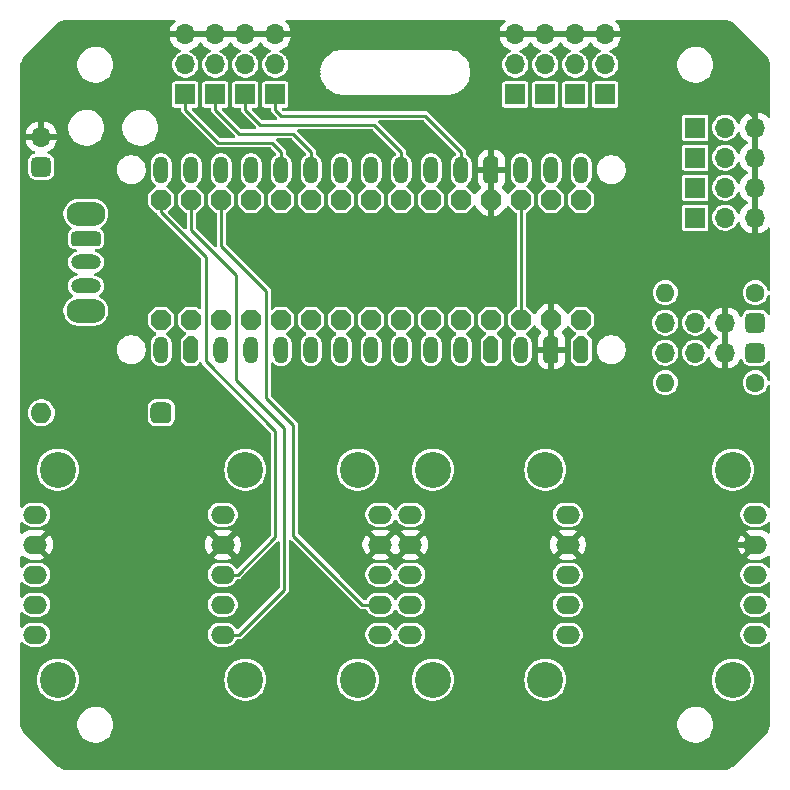
<source format=gbr>
%TF.GenerationSoftware,KiCad,Pcbnew,8.0.2-8.0.2-0~ubuntu22.04.1*%
%TF.CreationDate,2024-05-13T05:44:20+05:30*%
%TF.ProjectId,BagTag,42616754-6167-42e6-9b69-6361645f7063,v4*%
%TF.SameCoordinates,Original*%
%TF.FileFunction,Copper,L2,Bot*%
%TF.FilePolarity,Positive*%
%FSLAX46Y46*%
G04 Gerber Fmt 4.6, Leading zero omitted, Abs format (unit mm)*
G04 Created by KiCad (PCBNEW 8.0.2-8.0.2-0~ubuntu22.04.1) date 2024-05-13 05:44:20*
%MOMM*%
%LPD*%
G01*
G04 APERTURE LIST*
G04 Aperture macros list*
%AMRoundRect*
0 Rectangle with rounded corners*
0 $1 Rounding radius*
0 $2 $3 $4 $5 $6 $7 $8 $9 X,Y pos of 4 corners*
0 Add a 4 corners polygon primitive as box body*
4,1,4,$2,$3,$4,$5,$6,$7,$8,$9,$2,$3,0*
0 Add four circle primitives for the rounded corners*
1,1,$1+$1,$2,$3*
1,1,$1+$1,$4,$5*
1,1,$1+$1,$6,$7*
1,1,$1+$1,$8,$9*
0 Add four rect primitives between the rounded corners*
20,1,$1+$1,$2,$3,$4,$5,0*
20,1,$1+$1,$4,$5,$6,$7,0*
20,1,$1+$1,$6,$7,$8,$9,0*
20,1,$1+$1,$8,$9,$2,$3,0*%
%AMOutline5P*
0 Free polygon, 5 corners , with rotation*
0 The origin of the aperture is its center*
0 number of corners: always 5*
0 $1 to $10 corner X, Y*
0 $11 Rotation angle, in degrees counterclockwise*
0 create outline with 5 corners*
4,1,5,$1,$2,$3,$4,$5,$6,$7,$8,$9,$10,$1,$2,$11*%
%AMOutline6P*
0 Free polygon, 6 corners , with rotation*
0 The origin of the aperture is its center*
0 number of corners: always 6*
0 $1 to $12 corner X, Y*
0 $13 Rotation angle, in degrees counterclockwise*
0 create outline with 6 corners*
4,1,6,$1,$2,$3,$4,$5,$6,$7,$8,$9,$10,$11,$12,$1,$2,$13*%
%AMOutline7P*
0 Free polygon, 7 corners , with rotation*
0 The origin of the aperture is its center*
0 number of corners: always 7*
0 $1 to $14 corner X, Y*
0 $15 Rotation angle, in degrees counterclockwise*
0 create outline with 7 corners*
4,1,7,$1,$2,$3,$4,$5,$6,$7,$8,$9,$10,$11,$12,$13,$14,$1,$2,$15*%
%AMOutline8P*
0 Free polygon, 8 corners , with rotation*
0 The origin of the aperture is its center*
0 number of corners: always 8*
0 $1 to $16 corner X, Y*
0 $17 Rotation angle, in degrees counterclockwise*
0 create outline with 8 corners*
4,1,8,$1,$2,$3,$4,$5,$6,$7,$8,$9,$10,$11,$12,$13,$14,$15,$16,$1,$2,$17*%
G04 Aperture macros list end*
%TA.AperFunction,ComponentPad*%
%ADD10RoundRect,0.425000X-0.425000X-0.425000X0.425000X-0.425000X0.425000X0.425000X-0.425000X0.425000X0*%
%TD*%
%TA.AperFunction,ComponentPad*%
%ADD11O,1.700000X1.700000*%
%TD*%
%TA.AperFunction,ComponentPad*%
%ADD12RoundRect,0.425000X-0.425000X0.425000X-0.425000X-0.425000X0.425000X-0.425000X0.425000X0.425000X0*%
%TD*%
%TA.AperFunction,ComponentPad*%
%ADD13R,1.700000X1.700000*%
%TD*%
%TA.AperFunction,ComponentPad*%
%ADD14RoundRect,0.444500X0.444500X0.444500X-0.444500X0.444500X-0.444500X-0.444500X0.444500X-0.444500X0*%
%TD*%
%TA.AperFunction,ComponentPad*%
%ADD15O,1.778000X1.778000*%
%TD*%
%TA.AperFunction,ComponentPad*%
%ADD16Outline8P,-0.850000X0.340000X-0.340000X0.850000X0.340000X0.850000X0.850000X0.340000X0.850000X-0.340000X0.340000X-0.850000X-0.340000X-0.850000X-0.850000X-0.340000X180.000000*%
%TD*%
%TA.AperFunction,WasherPad*%
%ADD17C,3.048000*%
%TD*%
%TA.AperFunction,ComponentPad*%
%ADD18O,2.032000X1.524000*%
%TD*%
%TA.AperFunction,ComponentPad*%
%ADD19C,1.600000*%
%TD*%
%TA.AperFunction,ComponentPad*%
%ADD20O,1.600000X1.600000*%
%TD*%
%TA.AperFunction,ComponentPad*%
%ADD21Outline8P,-1.143000X0.254000X-0.762000X0.635000X0.762000X0.635000X1.143000X0.254000X1.143000X-0.254000X0.762000X-0.635000X-0.762000X-0.635000X-1.143000X-0.254000X270.000000*%
%TD*%
%TA.AperFunction,ComponentPad*%
%ADD22O,1.270000X2.286000*%
%TD*%
%TA.AperFunction,ComponentPad*%
%ADD23RoundRect,0.317500X-0.317500X0.825500X-0.317500X-0.825500X0.317500X-0.825500X0.317500X0.825500X0*%
%TD*%
%TA.AperFunction,ComponentPad*%
%ADD24O,3.302000X2.032000*%
%TD*%
%TA.AperFunction,ComponentPad*%
%ADD25O,2.540000X1.270000*%
%TD*%
%TA.AperFunction,ComponentPad*%
%ADD26RoundRect,0.317500X0.952500X-0.317500X0.952500X0.317500X-0.952500X0.317500X-0.952500X-0.317500X0*%
%TD*%
%TA.AperFunction,Conductor*%
%ADD27C,0.508000*%
%TD*%
%TA.AperFunction,Conductor*%
%ADD28C,0.254000*%
%TD*%
G04 APERTURE END LIST*
D10*
%TO.P,BT1,1,+*%
%TO.N,/9V*%
X50033000Y-58166000D03*
D11*
%TO.P,BT1,2,-*%
%TO.N,/GND*%
X50033000Y-55626000D03*
%TD*%
D12*
%TO.P,J2,1,Pin_1*%
%TO.N,/5V*%
X110490000Y-71374000D03*
D11*
%TO.P,J2,2,Pin_2*%
%TO.N,/GND*%
X107950000Y-71374000D03*
%TO.P,J2,3,Pin_3*%
%TO.N,/SDA*%
X105410000Y-71374000D03*
%TO.P,J2,4,Pin_4*%
%TO.N,/SCL*%
X102870000Y-71374000D03*
%TD*%
D12*
%TO.P,J1,1,Pin_1*%
%TO.N,/5V*%
X110490000Y-73914000D03*
D11*
%TO.P,J1,2,Pin_2*%
%TO.N,/GND*%
X107950000Y-73914000D03*
%TO.P,J1,3,Pin_3*%
%TO.N,/SDA*%
X105410000Y-73914000D03*
%TO.P,J1,4,Pin_4*%
%TO.N,/SCL*%
X102870000Y-73914000D03*
%TD*%
D13*
%TO.P,J10,1,Pin_1*%
%TO.N,/D9*%
X90170000Y-52055000D03*
D11*
%TO.P,J10,2,Pin_2*%
%TO.N,/5V*%
X90170000Y-49515000D03*
%TO.P,J10,3,Pin_3*%
%TO.N,/GND*%
X90170000Y-46975000D03*
%TD*%
D13*
%TO.P,J7,1,Pin_1*%
%TO.N,/D3*%
X97790000Y-52055000D03*
D11*
%TO.P,J7,2,Pin_2*%
%TO.N,/5V*%
X97790000Y-49515000D03*
%TO.P,J7,3,Pin_3*%
%TO.N,/GND*%
X97790000Y-46975000D03*
%TD*%
D13*
%TO.P,J13,1,Pin_1*%
%TO.N,/A2*%
X105410000Y-59944000D03*
D11*
%TO.P,J13,2,Pin_2*%
%TO.N,/5V*%
X107950000Y-59944000D03*
%TO.P,J13,3,Pin_3*%
%TO.N,/GND*%
X110490000Y-59944000D03*
%TD*%
D13*
%TO.P,J6,1,Pin_1*%
%TO.N,/D8*%
X62230000Y-52055000D03*
D11*
%TO.P,J6,2,Pin_2*%
%TO.N,/5V*%
X62230000Y-49515000D03*
%TO.P,J6,3,Pin_3*%
%TO.N,/GND*%
X62230000Y-46975000D03*
%TD*%
D13*
%TO.P,J11,1,Pin_1*%
%TO.N,/A0*%
X105410000Y-54864000D03*
D11*
%TO.P,J11,2,Pin_2*%
%TO.N,/5V*%
X107950000Y-54864000D03*
%TO.P,J11,3,Pin_3*%
%TO.N,/GND*%
X110490000Y-54864000D03*
%TD*%
D13*
%TO.P,J5,1,Pin_1*%
%TO.N,/D7*%
X64770000Y-52055000D03*
D11*
%TO.P,J5,2,Pin_2*%
%TO.N,/5V*%
X64770000Y-49515000D03*
%TO.P,J5,3,Pin_3*%
%TO.N,/GND*%
X64770000Y-46975000D03*
%TD*%
D13*
%TO.P,J12,1,Pin_1*%
%TO.N,/A1*%
X105410000Y-57404000D03*
D11*
%TO.P,J12,2,Pin_2*%
%TO.N,/5V*%
X107950000Y-57404000D03*
%TO.P,J12,3,Pin_3*%
%TO.N,/GND*%
X110490000Y-57404000D03*
%TD*%
D13*
%TO.P,J3,1,Pin_1*%
%TO.N,/D2*%
X69850000Y-52055000D03*
D11*
%TO.P,J3,2,Pin_2*%
%TO.N,/5V*%
X69850000Y-49515000D03*
%TO.P,J3,3,Pin_3*%
%TO.N,/GND*%
X69850000Y-46975000D03*
%TD*%
D13*
%TO.P,J4,1,Pin_1*%
%TO.N,/D4*%
X67310000Y-52055000D03*
D11*
%TO.P,J4,2,Pin_2*%
%TO.N,/5V*%
X67310000Y-49515000D03*
%TO.P,J4,3,Pin_3*%
%TO.N,/GND*%
X67310000Y-46975000D03*
%TD*%
D13*
%TO.P,J9,1,Pin_1*%
%TO.N,/D6*%
X92710000Y-52055000D03*
D11*
%TO.P,J9,2,Pin_2*%
%TO.N,/5V*%
X92710000Y-49515000D03*
%TO.P,J9,3,Pin_3*%
%TO.N,/GND*%
X92710000Y-46975000D03*
%TD*%
D13*
%TO.P,J8,1,Pin_1*%
%TO.N,/D5*%
X95250000Y-52055000D03*
D11*
%TO.P,J8,2,Pin_2*%
%TO.N,/5V*%
X95250000Y-49515000D03*
%TO.P,J8,3,Pin_3*%
%TO.N,/GND*%
X95250000Y-46975000D03*
%TD*%
D13*
%TO.P,J14,1,Pin_1*%
%TO.N,/A3*%
X105410000Y-62484000D03*
D11*
%TO.P,J14,2,Pin_2*%
%TO.N,/5V*%
X107950000Y-62484000D03*
%TO.P,J14,3,Pin_3*%
%TO.N,/GND*%
X110490000Y-62484000D03*
%TD*%
D14*
%TO.P,D1,1,K*%
%TO.N,/8V3*%
X60198000Y-78994000D03*
D15*
%TO.P,D1,2,A*%
%TO.N,/9V*%
X50038000Y-78994000D03*
%TD*%
D16*
%TO.P,J43,1,Pin_1*%
%TO.N,/A0*%
X67818000Y-71120000D03*
%TD*%
%TO.P,J44,1,Pin_1*%
%TO.N,/AREF*%
X65278000Y-71120000D03*
%TD*%
%TO.P,J40,1,Pin_1*%
%TO.N,/A3*%
X75438000Y-71120000D03*
%TD*%
%TO.P,J49,1,Pin_1*%
%TO.N,/GND*%
X88138000Y-60960000D03*
%TD*%
%TO.P,J42,1,Pin_1*%
%TO.N,/A1*%
X70358000Y-71120000D03*
%TD*%
%TO.P,J20,1,Pin_1*%
%TO.N,/D2*%
X85598000Y-60960000D03*
%TD*%
D17*
%TO.P,LED2,*%
%TO.N,*%
X83185000Y-83820000D03*
X83185000Y-101600000D03*
X108585000Y-83820000D03*
X108585000Y-101600000D03*
D18*
%TO.P,LED2,CLK,CLK*%
%TO.N,/MOSI*%
X81280000Y-97790000D03*
X110490000Y-97790000D03*
%TO.P,LED2,CS,CS*%
%TO.N,/D10*%
X81280000Y-95250000D03*
X110490000Y-95250000D03*
%TO.P,LED2,DIN,DIN*%
%TO.N,/DOUT*%
X81280000Y-92710000D03*
%TO.P,LED2,DOUT,DOUT*%
%TO.N,unconnected-(LED2-PadDOUT)*%
X110490000Y-92710000D03*
%TO.P,LED2,GND,GND*%
%TO.N,/GND*%
X81280000Y-90170000D03*
X110490000Y-90170000D03*
%TO.P,LED2,VCC,VCC*%
%TO.N,/5V*%
X81280000Y-87630000D03*
X110490000Y-87630000D03*
%TD*%
D17*
%TO.P,LED1,*%
%TO.N,*%
X67310000Y-83820000D03*
X67310000Y-101600000D03*
X92710000Y-83820000D03*
X92710000Y-101600000D03*
D18*
%TO.P,LED1,CLK,CLK*%
%TO.N,/MOSI*%
X65405000Y-97790000D03*
X94615000Y-97790000D03*
%TO.P,LED1,CS,CS*%
%TO.N,/D10*%
X65405000Y-95250000D03*
X94615000Y-95250000D03*
%TO.P,LED1,DIN,DIN*%
%TO.N,/MISO*%
X65405000Y-92710000D03*
%TO.P,LED1,DOUT,DOUT*%
%TO.N,/DOUT*%
X94615000Y-92710000D03*
%TO.P,LED1,GND,GND*%
%TO.N,/GND*%
X65405000Y-90170000D03*
X94615000Y-90170000D03*
%TO.P,LED1,VCC,VCC*%
%TO.N,/5V*%
X65405000Y-87630000D03*
X94615000Y-87630000D03*
%TD*%
D16*
%TO.P,J22,1,Pin_1*%
%TO.N,/D4*%
X80518000Y-60960000D03*
%TD*%
%TO.P,J39,1,Pin_1*%
%TO.N,/SDA*%
X77978000Y-71120000D03*
%TD*%
%TO.P,J37,1,Pin_1*%
%TO.N,/A6*%
X83058000Y-71120000D03*
%TD*%
%TO.P,J29,1,Pin_1*%
%TO.N,/MOSI*%
X62738000Y-60960000D03*
%TD*%
%TO.P,J47,1,Pin_1*%
%TO.N,/3V3*%
X62738000Y-71120000D03*
%TD*%
%TO.P,J23,1,Pin_1*%
%TO.N,/D5*%
X77978000Y-60960000D03*
%TD*%
%TO.P,J28,1,Pin_1*%
%TO.N,/D10*%
X65278000Y-60960000D03*
%TD*%
%TO.P,J34,1,Pin_1*%
%TO.N,/D0*%
X93218000Y-60960000D03*
%TD*%
%TO.P,J33,1,Pin_1*%
%TO.N,/RST1*%
X90678000Y-60960000D03*
%TD*%
%TO.P,J36,1,Pin_1*%
%TO.N,/A7*%
X85598000Y-71120000D03*
%TD*%
%TO.P,J48,1,Pin_1*%
%TO.N,/GND*%
X93218000Y-71120000D03*
%TD*%
%TO.P,J26,1,Pin_1*%
%TO.N,/D8*%
X70358000Y-60960000D03*
%TD*%
%TO.P,J46,1,Pin_1*%
%TO.N,/5V*%
X88138000Y-71120000D03*
%TD*%
%TO.P,J21,1,Pin_1*%
%TO.N,/D3*%
X83058000Y-60960000D03*
%TD*%
%TO.P,J41,1,Pin_1*%
%TO.N,/A2*%
X72898000Y-71120000D03*
%TD*%
D19*
%TO.P,R2,1*%
%TO.N,/5V*%
X110490000Y-68834000D03*
D20*
%TO.P,R2,2*%
%TO.N,/SCL*%
X102870000Y-68834000D03*
%TD*%
D16*
%TO.P,J31,1,Pin_1*%
%TO.N,/SCK*%
X60198000Y-71120000D03*
%TD*%
%TO.P,J30,1,Pin_1*%
%TO.N,/MISO*%
X60198000Y-60960000D03*
%TD*%
%TO.P,J24,1,Pin_1*%
%TO.N,/D6*%
X75438000Y-60960000D03*
%TD*%
%TO.P,J27,1,Pin_1*%
%TO.N,/D9*%
X67818000Y-60960000D03*
%TD*%
D21*
%TO.P,U1,3V3,3.3V*%
%TO.N,/3V3*%
X62738000Y-73660000D03*
%TO.P,U1,5V,5V*%
%TO.N,/5V*%
X88138000Y-73660000D03*
D22*
%TO.P,U1,A0,A0*%
%TO.N,/A0*%
X67818000Y-73660000D03*
%TO.P,U1,A1,A1*%
%TO.N,/A1*%
X70358000Y-73660000D03*
%TO.P,U1,A2,A2*%
%TO.N,/A2*%
X72898000Y-73660000D03*
%TO.P,U1,A3,A3*%
%TO.N,/A3*%
X75438000Y-73660000D03*
%TO.P,U1,A4,A4/SDA*%
%TO.N,/SDA*%
X77978000Y-73660000D03*
%TO.P,U1,A5,A5/SCL*%
%TO.N,/SCL*%
X80518000Y-73660000D03*
%TO.P,U1,A6,A6*%
%TO.N,/A6*%
X83058000Y-73660000D03*
%TO.P,U1,A7,A7*%
%TO.N,/A7*%
X85598000Y-73660000D03*
%TO.P,U1,AREF,AREF*%
%TO.N,/AREF*%
X65278000Y-73660000D03*
%TO.P,U1,D0,D0/RX*%
%TO.N,/D0*%
X93218000Y-58420000D03*
%TO.P,U1,D1,D1/TX*%
%TO.N,/D1*%
X95758000Y-58420000D03*
%TO.P,U1,D2,D2_INT0*%
%TO.N,/D2*%
X85598000Y-58420000D03*
%TO.P,U1,D3,D3_INT1*%
%TO.N,/D3*%
X83058000Y-58420000D03*
%TO.P,U1,D4,D4*%
%TO.N,/D4*%
X80518000Y-58420000D03*
%TO.P,U1,D5,D5*%
%TO.N,/D5*%
X77978000Y-58420000D03*
%TO.P,U1,D6,D6*%
%TO.N,/D6*%
X75438000Y-58420000D03*
%TO.P,U1,D7,D7*%
%TO.N,/D7*%
X72898000Y-58420000D03*
%TO.P,U1,D8,D8*%
%TO.N,/D8*%
X70358000Y-58420000D03*
%TO.P,U1,D9,D9*%
%TO.N,/D9*%
X67818000Y-58420000D03*
%TO.P,U1,D10,D10*%
%TO.N,/D10*%
X65278000Y-58420000D03*
%TO.P,U1,D11,D11_MOSI*%
%TO.N,/MOSI*%
X62738000Y-58420000D03*
%TO.P,U1,D12,D12_MISO*%
%TO.N,/MISO*%
X60198000Y-58420000D03*
%TO.P,U1,D13,D13_SCK*%
%TO.N,/SCK*%
X60198000Y-73660000D03*
D23*
%TO.P,U1,GND1,GND*%
%TO.N,/GND*%
X88138000Y-58420000D03*
%TO.P,U1,GND2,GND*%
X93218000Y-73660000D03*
D22*
%TO.P,U1,RST1,RESET*%
%TO.N,/RST1*%
X90678000Y-58420000D03*
%TO.P,U1,RST2,RESET*%
X90678000Y-73660000D03*
D21*
%TO.P,U1,VIN,VIN*%
%TO.N,/VIN*%
X95758000Y-73660000D03*
%TD*%
D17*
%TO.P,LED3,*%
%TO.N,*%
X51435000Y-83820000D03*
X51435000Y-101600000D03*
X76835000Y-83820000D03*
X76835000Y-101600000D03*
D18*
%TO.P,LED3,CLK,CLK*%
%TO.N,/MOSI*%
X49530000Y-97790000D03*
X78740000Y-97790000D03*
%TO.P,LED3,CS,CS*%
%TO.N,/D10*%
X49530000Y-95250000D03*
X78740000Y-95250000D03*
%TO.P,LED3,DIN,DIN*%
%TO.N,/MISO*%
X49530000Y-92710000D03*
%TO.P,LED3,DOUT,DOUT*%
%TO.N,/DOUT*%
X78740000Y-92710000D03*
%TO.P,LED3,GND,GND*%
%TO.N,/GND*%
X49530000Y-90170000D03*
X78740000Y-90170000D03*
%TO.P,LED3,VCC,VCC*%
%TO.N,/5V*%
X49530000Y-87630000D03*
X78740000Y-87630000D03*
%TD*%
D24*
%TO.P,SW1,*%
%TO.N,*%
X53816000Y-62162000D03*
X53816000Y-70362000D03*
D25*
%TO.P,SW1,1,A*%
%TO.N,/8V3*%
X53816000Y-68262000D03*
%TO.P,SW1,2,B*%
%TO.N,/VIN*%
X53816000Y-66262000D03*
D26*
%TO.P,SW1,3*%
%TO.N,N/C*%
X53816000Y-64262000D03*
%TD*%
D16*
%TO.P,J45,1,Pin_1*%
%TO.N,/VIN*%
X95758000Y-71120000D03*
%TD*%
%TO.P,J38,1,Pin_1*%
%TO.N,/SCL*%
X80518000Y-71120000D03*
%TD*%
%TO.P,J25,1,Pin_1*%
%TO.N,/D7*%
X72898000Y-60960000D03*
%TD*%
%TO.P,J35,1,Pin_1*%
%TO.N,/D1*%
X95758000Y-60960000D03*
%TD*%
D19*
%TO.P,R1,1*%
%TO.N,/5V*%
X110490000Y-76454000D03*
D20*
%TO.P,R1,2*%
%TO.N,/SDA*%
X102870000Y-76454000D03*
%TD*%
D16*
%TO.P,J32,1,Pin_1*%
%TO.N,/RST1*%
X90678000Y-71120000D03*
%TD*%
D27*
%TO.N,/GND*%
X102362000Y-82296000D02*
X102362000Y-88900000D01*
X110490000Y-90170000D02*
X103632000Y-90170000D01*
X103632000Y-90170000D02*
X102362000Y-88900000D01*
X50033000Y-55626000D02*
X50033000Y-52837000D01*
X50033000Y-52837000D02*
X50800000Y-52070000D01*
X50800000Y-52070000D02*
X57404000Y-52070000D01*
X57404000Y-52070000D02*
X58420000Y-51054000D01*
X58420000Y-47752000D02*
X59197000Y-46975000D01*
X59197000Y-46975000D02*
X62230000Y-46975000D01*
X58420000Y-51054000D02*
X58420000Y-47752000D01*
D28*
%TO.N,/D10*%
X65278000Y-60960000D02*
X65278000Y-64897000D01*
X77216000Y-95250000D02*
X78740000Y-95250000D01*
X65278000Y-64897000D02*
X69088000Y-68707000D01*
X71374000Y-89408000D02*
X77216000Y-95250000D01*
X69088000Y-68707000D02*
X69088000Y-77724000D01*
X69088000Y-77724000D02*
X71374000Y-80010000D01*
X71374000Y-80010000D02*
X71374000Y-89408000D01*
%TO.N,/MISO*%
X60198000Y-60960000D02*
X60198000Y-62039500D01*
X60198000Y-62039500D02*
X63969000Y-65810500D01*
X63969000Y-65810500D02*
X63969000Y-74637000D01*
X63969000Y-74637000D02*
X69850000Y-80518000D01*
X69850000Y-80518000D02*
X69850000Y-89535000D01*
X69850000Y-89535000D02*
X66675000Y-92710000D01*
X66675000Y-92710000D02*
X65405000Y-92710000D01*
%TO.N,/MOSI*%
X62738000Y-60960000D02*
X62738000Y-63500000D01*
X62738000Y-63500000D02*
X66548000Y-67310000D01*
X66548000Y-67310000D02*
X66548000Y-76200000D01*
X66548000Y-76200000D02*
X70612000Y-80264000D01*
X70612000Y-80264000D02*
X70612000Y-93980000D01*
X70612000Y-93980000D02*
X66802000Y-97790000D01*
X66802000Y-97790000D02*
X65405000Y-97790000D01*
D27*
%TO.N,/GND*%
X90170000Y-46975000D02*
X69850000Y-46975000D01*
X92710000Y-46975000D02*
X90170000Y-46975000D01*
D28*
X88138000Y-60960000D02*
X88138000Y-67741800D01*
X89408000Y-75412600D02*
X89941400Y-75946000D01*
X88138000Y-67741800D02*
X89408000Y-69011800D01*
X89941400Y-75946000D02*
X92659200Y-75946000D01*
X89408000Y-69011800D02*
X89408000Y-75412600D01*
X92659200Y-75946000D02*
X93218000Y-75387200D01*
X93218000Y-75387200D02*
X93218000Y-73660000D01*
D27*
X88138000Y-56642000D02*
X90678000Y-54102000D01*
X88138000Y-60960000D02*
X88138000Y-58420000D01*
X92710000Y-46975000D02*
X95250000Y-46975000D01*
X110490000Y-53848000D02*
X109474000Y-52832000D01*
X92695000Y-46960000D02*
X92710000Y-46975000D01*
X101600000Y-54102000D02*
X101600000Y-52832000D01*
X107950000Y-71374000D02*
X107950000Y-66675000D01*
X110490000Y-64135000D02*
X110490000Y-62484000D01*
X110490000Y-59944000D02*
X110490000Y-57404000D01*
X99807000Y-46975000D02*
X101600000Y-48768000D01*
X107950000Y-71374000D02*
X107950000Y-73914000D01*
X97790000Y-46975000D02*
X99807000Y-46975000D01*
X67310000Y-46975000D02*
X69850000Y-46975000D01*
X90678000Y-54102000D02*
X101600000Y-54102000D01*
X110490000Y-57404000D02*
X110490000Y-54864000D01*
X95250000Y-46975000D02*
X97790000Y-46975000D01*
X110490000Y-54864000D02*
X110490000Y-53848000D01*
X107950000Y-76708000D02*
X102362000Y-82296000D01*
X104140000Y-52832000D02*
X102870000Y-54102000D01*
X109474000Y-52832000D02*
X104140000Y-52832000D01*
X93218000Y-71120000D02*
X93218000Y-65532000D01*
X107950000Y-73914000D02*
X107950000Y-76708000D01*
X101600000Y-48768000D02*
X101600000Y-52832000D01*
X62230000Y-46975000D02*
X64770000Y-46975000D01*
X101600000Y-54102000D02*
X101600000Y-62484000D01*
X102870000Y-54102000D02*
X101600000Y-54102000D01*
X110490000Y-62484000D02*
X110490000Y-59944000D01*
X93218000Y-65532000D02*
X94742000Y-64008000D01*
X88138000Y-58420000D02*
X88138000Y-56642000D01*
X64770000Y-46975000D02*
X67310000Y-46975000D01*
X101600000Y-62484000D02*
X100076000Y-64008000D01*
X93218000Y-73660000D02*
X93218000Y-71120000D01*
X100076000Y-64008000D02*
X94742000Y-64008000D01*
X107950000Y-66675000D02*
X110490000Y-64135000D01*
D28*
%TO.N,/D2*%
X69850000Y-53340000D02*
X69850000Y-52055000D01*
X85598000Y-56896000D02*
X82550000Y-53848000D01*
X82550000Y-53848000D02*
X70358000Y-53848000D01*
X70358000Y-53848000D02*
X69850000Y-53340000D01*
X85598000Y-58420000D02*
X85598000Y-56896000D01*
%TO.N,/D4*%
X68580000Y-54610000D02*
X67310000Y-53340000D01*
X80518000Y-58420000D02*
X80518000Y-56896000D01*
X67310000Y-53340000D02*
X67310000Y-52055000D01*
X80518000Y-56896000D02*
X78232000Y-54610000D01*
X78232000Y-54610000D02*
X68580000Y-54610000D01*
%TO.N,/D7*%
X72898000Y-56896000D02*
X71374000Y-55372000D01*
X66802000Y-55372000D02*
X64770000Y-53340000D01*
X71374000Y-55372000D02*
X66802000Y-55372000D01*
X64770000Y-53340000D02*
X64770000Y-52055000D01*
X72898000Y-58420000D02*
X72898000Y-56896000D01*
%TO.N,/D8*%
X69596000Y-56134000D02*
X65024000Y-56134000D01*
X70358000Y-56896000D02*
X69596000Y-56134000D01*
X62230000Y-53340000D02*
X62230000Y-52055000D01*
X65024000Y-56134000D02*
X62230000Y-53340000D01*
X70358000Y-58420000D02*
X70358000Y-56896000D01*
%TO.N,/RST1*%
X90678000Y-71120000D02*
X90678000Y-60960000D01*
%TD*%
%TA.AperFunction,Conductor*%
%TO.N,/GND*%
G36*
X93468000Y-73217748D02*
G01*
X93414081Y-73186619D01*
X93284880Y-73152000D01*
X93151120Y-73152000D01*
X93021919Y-73186619D01*
X92968000Y-73217748D01*
X92968000Y-71553012D01*
X93025007Y-71585925D01*
X93152174Y-71620000D01*
X93283826Y-71620000D01*
X93410993Y-71585925D01*
X93468000Y-71553012D01*
X93468000Y-73217748D01*
G37*
%TD.AperFunction*%
%TA.AperFunction,Conductor*%
G36*
X88388000Y-60526988D02*
G01*
X88330993Y-60494075D01*
X88203826Y-60460000D01*
X88072174Y-60460000D01*
X87945007Y-60494075D01*
X87888000Y-60526988D01*
X87888000Y-58862251D01*
X87941919Y-58893381D01*
X88071120Y-58928000D01*
X88204880Y-58928000D01*
X88334081Y-58893381D01*
X88388000Y-58862251D01*
X88388000Y-60526988D01*
G37*
%TD.AperFunction*%
%TA.AperFunction,Conductor*%
G36*
X61343754Y-45739685D02*
G01*
X61389509Y-45792489D01*
X61399453Y-45861647D01*
X61370428Y-45925203D01*
X61362597Y-45932909D01*
X61362750Y-45933062D01*
X61191891Y-46103920D01*
X61191886Y-46103926D01*
X61056400Y-46297420D01*
X61056399Y-46297422D01*
X60956570Y-46511507D01*
X60956567Y-46511513D01*
X60899364Y-46724999D01*
X60899364Y-46725000D01*
X61796988Y-46725000D01*
X61764075Y-46782007D01*
X61730000Y-46909174D01*
X61730000Y-47040826D01*
X61764075Y-47167993D01*
X61796988Y-47225000D01*
X60899364Y-47225000D01*
X60956567Y-47438486D01*
X60956570Y-47438492D01*
X61056399Y-47652578D01*
X61191894Y-47846082D01*
X61358917Y-48013105D01*
X61552421Y-48148600D01*
X61766507Y-48248429D01*
X61766516Y-48248433D01*
X61799037Y-48257147D01*
X61858698Y-48293512D01*
X61889227Y-48356358D01*
X61880933Y-48425734D01*
X61836448Y-48479612D01*
X61811739Y-48492548D01*
X61735581Y-48522052D01*
X61735569Y-48522057D01*
X61561539Y-48629812D01*
X61561537Y-48629814D01*
X61410269Y-48767712D01*
X61286912Y-48931064D01*
X61195673Y-49114295D01*
X61139654Y-49311183D01*
X61120768Y-49514999D01*
X61120768Y-49515000D01*
X61139654Y-49718816D01*
X61139654Y-49718818D01*
X61139655Y-49718821D01*
X61195672Y-49915701D01*
X61195673Y-49915704D01*
X61286912Y-50098935D01*
X61410269Y-50262287D01*
X61561537Y-50400185D01*
X61561539Y-50400187D01*
X61735569Y-50507942D01*
X61735575Y-50507945D01*
X61776010Y-50523609D01*
X61926444Y-50581888D01*
X62127653Y-50619500D01*
X62127656Y-50619500D01*
X62332344Y-50619500D01*
X62332347Y-50619500D01*
X62533556Y-50581888D01*
X62724427Y-50507944D01*
X62898462Y-50400186D01*
X63049732Y-50262285D01*
X63173088Y-50098935D01*
X63264328Y-49915701D01*
X63320345Y-49718821D01*
X63339232Y-49515000D01*
X63320345Y-49311179D01*
X63264328Y-49114299D01*
X63173088Y-48931065D01*
X63091413Y-48822910D01*
X63049730Y-48767712D01*
X62898462Y-48629814D01*
X62898460Y-48629812D01*
X62724430Y-48522057D01*
X62724424Y-48522054D01*
X62648261Y-48492549D01*
X62592859Y-48449976D01*
X62569269Y-48384209D01*
X62584980Y-48316129D01*
X62635004Y-48267350D01*
X62660963Y-48257147D01*
X62693481Y-48248434D01*
X62693492Y-48248429D01*
X62907578Y-48148600D01*
X63101082Y-48013105D01*
X63268105Y-47846082D01*
X63398425Y-47659968D01*
X63453002Y-47616344D01*
X63522501Y-47609151D01*
X63584855Y-47640673D01*
X63601575Y-47659968D01*
X63731894Y-47846082D01*
X63898917Y-48013105D01*
X64092421Y-48148600D01*
X64306507Y-48248429D01*
X64306516Y-48248433D01*
X64339037Y-48257147D01*
X64398698Y-48293512D01*
X64429227Y-48356358D01*
X64420933Y-48425734D01*
X64376448Y-48479612D01*
X64351739Y-48492548D01*
X64275581Y-48522052D01*
X64275569Y-48522057D01*
X64101539Y-48629812D01*
X64101537Y-48629814D01*
X63950269Y-48767712D01*
X63826912Y-48931064D01*
X63735673Y-49114295D01*
X63679654Y-49311183D01*
X63660768Y-49514999D01*
X63660768Y-49515000D01*
X63679654Y-49718816D01*
X63679654Y-49718818D01*
X63679655Y-49718821D01*
X63735672Y-49915701D01*
X63735673Y-49915704D01*
X63826912Y-50098935D01*
X63950269Y-50262287D01*
X64101537Y-50400185D01*
X64101539Y-50400187D01*
X64275569Y-50507942D01*
X64275575Y-50507945D01*
X64316010Y-50523609D01*
X64466444Y-50581888D01*
X64667653Y-50619500D01*
X64667656Y-50619500D01*
X64872344Y-50619500D01*
X64872347Y-50619500D01*
X65073556Y-50581888D01*
X65264427Y-50507944D01*
X65438462Y-50400186D01*
X65589732Y-50262285D01*
X65713088Y-50098935D01*
X65804328Y-49915701D01*
X65860345Y-49718821D01*
X65879232Y-49515000D01*
X65860345Y-49311179D01*
X65804328Y-49114299D01*
X65713088Y-48931065D01*
X65631413Y-48822910D01*
X65589730Y-48767712D01*
X65438462Y-48629814D01*
X65438460Y-48629812D01*
X65264430Y-48522057D01*
X65264424Y-48522054D01*
X65188261Y-48492549D01*
X65132859Y-48449976D01*
X65109269Y-48384209D01*
X65124980Y-48316129D01*
X65175004Y-48267350D01*
X65200963Y-48257147D01*
X65233481Y-48248434D01*
X65233492Y-48248429D01*
X65447578Y-48148600D01*
X65641082Y-48013105D01*
X65808105Y-47846082D01*
X65938425Y-47659968D01*
X65993002Y-47616344D01*
X66062501Y-47609151D01*
X66124855Y-47640673D01*
X66141575Y-47659968D01*
X66271894Y-47846082D01*
X66438917Y-48013105D01*
X66632421Y-48148600D01*
X66846507Y-48248429D01*
X66846516Y-48248433D01*
X66879037Y-48257147D01*
X66938698Y-48293512D01*
X66969227Y-48356358D01*
X66960933Y-48425734D01*
X66916448Y-48479612D01*
X66891739Y-48492548D01*
X66815581Y-48522052D01*
X66815569Y-48522057D01*
X66641539Y-48629812D01*
X66641537Y-48629814D01*
X66490269Y-48767712D01*
X66366912Y-48931064D01*
X66275673Y-49114295D01*
X66219654Y-49311183D01*
X66200768Y-49514999D01*
X66200768Y-49515000D01*
X66219654Y-49718816D01*
X66219654Y-49718818D01*
X66219655Y-49718821D01*
X66275672Y-49915701D01*
X66275673Y-49915704D01*
X66366912Y-50098935D01*
X66490269Y-50262287D01*
X66641537Y-50400185D01*
X66641539Y-50400187D01*
X66815569Y-50507942D01*
X66815575Y-50507945D01*
X66856010Y-50523609D01*
X67006444Y-50581888D01*
X67207653Y-50619500D01*
X67207656Y-50619500D01*
X67412344Y-50619500D01*
X67412347Y-50619500D01*
X67613556Y-50581888D01*
X67804427Y-50507944D01*
X67978462Y-50400186D01*
X68129732Y-50262285D01*
X68253088Y-50098935D01*
X68344328Y-49915701D01*
X68400345Y-49718821D01*
X68419232Y-49515000D01*
X68400345Y-49311179D01*
X68344328Y-49114299D01*
X68253088Y-48931065D01*
X68171413Y-48822910D01*
X68129730Y-48767712D01*
X67978462Y-48629814D01*
X67978460Y-48629812D01*
X67804430Y-48522057D01*
X67804424Y-48522054D01*
X67728261Y-48492549D01*
X67672859Y-48449976D01*
X67649269Y-48384209D01*
X67664980Y-48316129D01*
X67715004Y-48267350D01*
X67740963Y-48257147D01*
X67773481Y-48248434D01*
X67773492Y-48248429D01*
X67987578Y-48148600D01*
X68181082Y-48013105D01*
X68348105Y-47846082D01*
X68478425Y-47659968D01*
X68533002Y-47616344D01*
X68602501Y-47609151D01*
X68664855Y-47640673D01*
X68681575Y-47659968D01*
X68811894Y-47846082D01*
X68978917Y-48013105D01*
X69172421Y-48148600D01*
X69386507Y-48248429D01*
X69386516Y-48248433D01*
X69419037Y-48257147D01*
X69478698Y-48293512D01*
X69509227Y-48356358D01*
X69500933Y-48425734D01*
X69456448Y-48479612D01*
X69431739Y-48492548D01*
X69355581Y-48522052D01*
X69355569Y-48522057D01*
X69181539Y-48629812D01*
X69181537Y-48629814D01*
X69030269Y-48767712D01*
X68906912Y-48931064D01*
X68815673Y-49114295D01*
X68759654Y-49311183D01*
X68740768Y-49514999D01*
X68740768Y-49515000D01*
X68759654Y-49718816D01*
X68759654Y-49718818D01*
X68759655Y-49718821D01*
X68815672Y-49915701D01*
X68815673Y-49915704D01*
X68906912Y-50098935D01*
X69030269Y-50262287D01*
X69181537Y-50400185D01*
X69181539Y-50400187D01*
X69355569Y-50507942D01*
X69355575Y-50507945D01*
X69396010Y-50523609D01*
X69546444Y-50581888D01*
X69747653Y-50619500D01*
X69747656Y-50619500D01*
X69952344Y-50619500D01*
X69952347Y-50619500D01*
X70153556Y-50581888D01*
X70344427Y-50507944D01*
X70518462Y-50400186D01*
X70669732Y-50262285D01*
X70743200Y-50164998D01*
X73662427Y-50164998D01*
X73662427Y-50165001D01*
X73676107Y-50356276D01*
X73670303Y-50382954D01*
X73740125Y-50703921D01*
X73742595Y-50709329D01*
X73801919Y-50868383D01*
X73804187Y-50900104D01*
X73964449Y-51193603D01*
X73966558Y-51196420D01*
X73969767Y-51200707D01*
X73969768Y-51200708D01*
X74157557Y-51451566D01*
X74181294Y-51465083D01*
X74264916Y-51548705D01*
X74277493Y-51571738D01*
X74319079Y-51602869D01*
X74534624Y-51764223D01*
X74536396Y-51765550D01*
X74729954Y-51871240D01*
X74774641Y-51895641D01*
X74827202Y-51924341D01*
X74844633Y-51923094D01*
X74861607Y-51928077D01*
X75020679Y-51987408D01*
X75026080Y-51989875D01*
X75203297Y-52028425D01*
X75294236Y-52048208D01*
X75361569Y-52057889D01*
X75496963Y-52068787D01*
X75496962Y-52068786D01*
X75561071Y-52073947D01*
X75576483Y-52069496D01*
X75576824Y-52069498D01*
X75626267Y-52069939D01*
X75633042Y-52070000D01*
X84386952Y-52070000D01*
X84386958Y-52070000D01*
X84393598Y-52069940D01*
X84442957Y-52069500D01*
X84458687Y-52073967D01*
X84569771Y-52065025D01*
X84658431Y-52057889D01*
X84725764Y-52048208D01*
X84991017Y-51990506D01*
X84991017Y-51990505D01*
X84993917Y-51989875D01*
X84999315Y-51987410D01*
X85158386Y-51928079D01*
X85190106Y-51925811D01*
X85245359Y-51895641D01*
X85483608Y-51765547D01*
X85483609Y-51765546D01*
X85700921Y-51602869D01*
X85700920Y-51602869D01*
X85741565Y-51572443D01*
X85755081Y-51548707D01*
X85838707Y-51465081D01*
X85861740Y-51452504D01*
X85892870Y-51410920D01*
X86055546Y-51193609D01*
X86055547Y-51193608D01*
X86063013Y-51179936D01*
X86063017Y-51179928D01*
X89065500Y-51179928D01*
X89065500Y-52930063D01*
X89080266Y-53004301D01*
X89136515Y-53088484D01*
X89170234Y-53111014D01*
X89220699Y-53144734D01*
X89220702Y-53144734D01*
X89220703Y-53144735D01*
X89245666Y-53149700D01*
X89294933Y-53159500D01*
X91045066Y-53159499D01*
X91119301Y-53144734D01*
X91203484Y-53088484D01*
X91259734Y-53004301D01*
X91274500Y-52930067D01*
X91274499Y-51179934D01*
X91274498Y-51179928D01*
X91605500Y-51179928D01*
X91605500Y-52930063D01*
X91620266Y-53004301D01*
X91676515Y-53088484D01*
X91710234Y-53111014D01*
X91760699Y-53144734D01*
X91760702Y-53144734D01*
X91760703Y-53144735D01*
X91785666Y-53149700D01*
X91834933Y-53159500D01*
X93585066Y-53159499D01*
X93659301Y-53144734D01*
X93743484Y-53088484D01*
X93799734Y-53004301D01*
X93814500Y-52930067D01*
X93814499Y-51179934D01*
X93814498Y-51179928D01*
X94145500Y-51179928D01*
X94145500Y-52930063D01*
X94160266Y-53004301D01*
X94216515Y-53088484D01*
X94250234Y-53111014D01*
X94300699Y-53144734D01*
X94300702Y-53144734D01*
X94300703Y-53144735D01*
X94325666Y-53149700D01*
X94374933Y-53159500D01*
X96125066Y-53159499D01*
X96199301Y-53144734D01*
X96283484Y-53088484D01*
X96339734Y-53004301D01*
X96354500Y-52930067D01*
X96354499Y-51179934D01*
X96354498Y-51179928D01*
X96685500Y-51179928D01*
X96685500Y-52930063D01*
X96700266Y-53004301D01*
X96756515Y-53088484D01*
X96790234Y-53111014D01*
X96840699Y-53144734D01*
X96840702Y-53144734D01*
X96840703Y-53144735D01*
X96865666Y-53149700D01*
X96914933Y-53159500D01*
X98665066Y-53159499D01*
X98739301Y-53144734D01*
X98823484Y-53088484D01*
X98879734Y-53004301D01*
X98894500Y-52930067D01*
X98894499Y-51179934D01*
X98879734Y-51105699D01*
X98838761Y-51044379D01*
X98823484Y-51021515D01*
X98773019Y-50987796D01*
X98739301Y-50965266D01*
X98739299Y-50965265D01*
X98739296Y-50965264D01*
X98665069Y-50950500D01*
X96914936Y-50950500D01*
X96840698Y-50965266D01*
X96756515Y-51021515D01*
X96700266Y-51105699D01*
X96700264Y-51105703D01*
X96685500Y-51179928D01*
X96354498Y-51179928D01*
X96339734Y-51105699D01*
X96298761Y-51044379D01*
X96283484Y-51021515D01*
X96233019Y-50987796D01*
X96199301Y-50965266D01*
X96199299Y-50965265D01*
X96199296Y-50965264D01*
X96125069Y-50950500D01*
X94374936Y-50950500D01*
X94300698Y-50965266D01*
X94216515Y-51021515D01*
X94160266Y-51105699D01*
X94160264Y-51105703D01*
X94145500Y-51179928D01*
X93814498Y-51179928D01*
X93799734Y-51105699D01*
X93758761Y-51044379D01*
X93743484Y-51021515D01*
X93693019Y-50987796D01*
X93659301Y-50965266D01*
X93659299Y-50965265D01*
X93659296Y-50965264D01*
X93585069Y-50950500D01*
X91834936Y-50950500D01*
X91760698Y-50965266D01*
X91676515Y-51021515D01*
X91620266Y-51105699D01*
X91620264Y-51105703D01*
X91605500Y-51179928D01*
X91274498Y-51179928D01*
X91259734Y-51105699D01*
X91218761Y-51044379D01*
X91203484Y-51021515D01*
X91153019Y-50987796D01*
X91119301Y-50965266D01*
X91119299Y-50965265D01*
X91119296Y-50965264D01*
X91045069Y-50950500D01*
X89294936Y-50950500D01*
X89220698Y-50965266D01*
X89136515Y-51021515D01*
X89080266Y-51105699D01*
X89080264Y-51105703D01*
X89065500Y-51179928D01*
X86063017Y-51179928D01*
X86103549Y-51105699D01*
X86185642Y-50955357D01*
X86185641Y-50955358D01*
X86214342Y-50902795D01*
X86213096Y-50885359D01*
X86218076Y-50868395D01*
X86277410Y-50709315D01*
X86279875Y-50703917D01*
X86349696Y-50382957D01*
X86343892Y-50356275D01*
X86357573Y-50165000D01*
X86357573Y-50164998D01*
X86343892Y-49973723D01*
X86349696Y-49947042D01*
X86279875Y-49626080D01*
X86277408Y-49620679D01*
X86218079Y-49461613D01*
X86215811Y-49429893D01*
X86055550Y-49136396D01*
X86054223Y-49134624D01*
X85892869Y-48919079D01*
X85892869Y-48919080D01*
X85862443Y-48878435D01*
X85838705Y-48864916D01*
X85755083Y-48781294D01*
X85742505Y-48758260D01*
X85490708Y-48569768D01*
X85490707Y-48569767D01*
X85486420Y-48566558D01*
X85483603Y-48564449D01*
X85192792Y-48405655D01*
X85175354Y-48406902D01*
X85158383Y-48401919D01*
X85022979Y-48351416D01*
X84999327Y-48342594D01*
X84993921Y-48340125D01*
X84725771Y-48281793D01*
X84658427Y-48272110D01*
X84458914Y-48256051D01*
X84443490Y-48260503D01*
X84442958Y-48260499D01*
X84386961Y-48260000D01*
X84386952Y-48260000D01*
X75633048Y-48260000D01*
X75633039Y-48260000D01*
X75577041Y-48260499D01*
X75561313Y-48256032D01*
X75361572Y-48272110D01*
X75294228Y-48281793D01*
X75026078Y-48340125D01*
X75020670Y-48342595D01*
X74861616Y-48401919D01*
X74829895Y-48404187D01*
X74536396Y-48564449D01*
X74531999Y-48567741D01*
X74529292Y-48569767D01*
X74529292Y-48569768D01*
X74278433Y-48757557D01*
X74264916Y-48781294D01*
X74181294Y-48864916D01*
X74158261Y-48877492D01*
X73969788Y-49129263D01*
X73969772Y-49129286D01*
X73967741Y-49131999D01*
X73964449Y-49136396D01*
X73805656Y-49427205D01*
X73806904Y-49444638D01*
X73801919Y-49461616D01*
X73742595Y-49620670D01*
X73740125Y-49626078D01*
X73670303Y-49947044D01*
X73676107Y-49973720D01*
X73676107Y-49973723D01*
X73662427Y-50164998D01*
X70743200Y-50164998D01*
X70793088Y-50098935D01*
X70884328Y-49915701D01*
X70940345Y-49718821D01*
X70959232Y-49515000D01*
X70940345Y-49311179D01*
X70884328Y-49114299D01*
X70793088Y-48931065D01*
X70711413Y-48822910D01*
X70669730Y-48767712D01*
X70518462Y-48629814D01*
X70518460Y-48629812D01*
X70344430Y-48522057D01*
X70344424Y-48522054D01*
X70268261Y-48492549D01*
X70212859Y-48449976D01*
X70189269Y-48384209D01*
X70204980Y-48316129D01*
X70255004Y-48267350D01*
X70280963Y-48257147D01*
X70313481Y-48248434D01*
X70313492Y-48248429D01*
X70527578Y-48148600D01*
X70721082Y-48013105D01*
X70888105Y-47846082D01*
X71023600Y-47652578D01*
X71123429Y-47438492D01*
X71123432Y-47438486D01*
X71180636Y-47225000D01*
X70283012Y-47225000D01*
X70315925Y-47167993D01*
X70350000Y-47040826D01*
X70350000Y-46909174D01*
X70315925Y-46782007D01*
X70283012Y-46725000D01*
X71180636Y-46725000D01*
X71180635Y-46724999D01*
X71123432Y-46511513D01*
X71123429Y-46511507D01*
X71023600Y-46297422D01*
X71023599Y-46297420D01*
X70888113Y-46103926D01*
X70888108Y-46103920D01*
X70717250Y-45933062D01*
X70718683Y-45931628D01*
X70684879Y-45880825D01*
X70683767Y-45810964D01*
X70720600Y-45751592D01*
X70783686Y-45721559D01*
X70803285Y-45720000D01*
X89216715Y-45720000D01*
X89283754Y-45739685D01*
X89329509Y-45792489D01*
X89339453Y-45861647D01*
X89310428Y-45925203D01*
X89302597Y-45932909D01*
X89302750Y-45933062D01*
X89131891Y-46103920D01*
X89131886Y-46103926D01*
X88996400Y-46297420D01*
X88996399Y-46297422D01*
X88896570Y-46511507D01*
X88896567Y-46511513D01*
X88839364Y-46724999D01*
X88839364Y-46725000D01*
X89736988Y-46725000D01*
X89704075Y-46782007D01*
X89670000Y-46909174D01*
X89670000Y-47040826D01*
X89704075Y-47167993D01*
X89736988Y-47225000D01*
X88839364Y-47225000D01*
X88896567Y-47438486D01*
X88896570Y-47438492D01*
X88996399Y-47652578D01*
X89131894Y-47846082D01*
X89298917Y-48013105D01*
X89492421Y-48148600D01*
X89706507Y-48248429D01*
X89706516Y-48248433D01*
X89739037Y-48257147D01*
X89798698Y-48293512D01*
X89829227Y-48356358D01*
X89820933Y-48425734D01*
X89776448Y-48479612D01*
X89751739Y-48492548D01*
X89675581Y-48522052D01*
X89675569Y-48522057D01*
X89501539Y-48629812D01*
X89501537Y-48629814D01*
X89350269Y-48767712D01*
X89226912Y-48931064D01*
X89135673Y-49114295D01*
X89079654Y-49311183D01*
X89060768Y-49514999D01*
X89060768Y-49515000D01*
X89079654Y-49718816D01*
X89079654Y-49718818D01*
X89079655Y-49718821D01*
X89135672Y-49915701D01*
X89135673Y-49915704D01*
X89226912Y-50098935D01*
X89350269Y-50262287D01*
X89501537Y-50400185D01*
X89501539Y-50400187D01*
X89675569Y-50507942D01*
X89675575Y-50507945D01*
X89716010Y-50523609D01*
X89866444Y-50581888D01*
X90067653Y-50619500D01*
X90067656Y-50619500D01*
X90272344Y-50619500D01*
X90272347Y-50619500D01*
X90473556Y-50581888D01*
X90664427Y-50507944D01*
X90838462Y-50400186D01*
X90989732Y-50262285D01*
X91113088Y-50098935D01*
X91204328Y-49915701D01*
X91260345Y-49718821D01*
X91279232Y-49515000D01*
X91260345Y-49311179D01*
X91204328Y-49114299D01*
X91113088Y-48931065D01*
X91031413Y-48822910D01*
X90989730Y-48767712D01*
X90838462Y-48629814D01*
X90838460Y-48629812D01*
X90664430Y-48522057D01*
X90664424Y-48522054D01*
X90588261Y-48492549D01*
X90532859Y-48449976D01*
X90509269Y-48384209D01*
X90524980Y-48316129D01*
X90575004Y-48267350D01*
X90600963Y-48257147D01*
X90633481Y-48248434D01*
X90633492Y-48248429D01*
X90847578Y-48148600D01*
X91041082Y-48013105D01*
X91208105Y-47846082D01*
X91338425Y-47659968D01*
X91393002Y-47616344D01*
X91462501Y-47609151D01*
X91524855Y-47640673D01*
X91541575Y-47659968D01*
X91671894Y-47846082D01*
X91838917Y-48013105D01*
X92032421Y-48148600D01*
X92246507Y-48248429D01*
X92246516Y-48248433D01*
X92279037Y-48257147D01*
X92338698Y-48293512D01*
X92369227Y-48356358D01*
X92360933Y-48425734D01*
X92316448Y-48479612D01*
X92291739Y-48492548D01*
X92215581Y-48522052D01*
X92215569Y-48522057D01*
X92041539Y-48629812D01*
X92041537Y-48629814D01*
X91890269Y-48767712D01*
X91766912Y-48931064D01*
X91675673Y-49114295D01*
X91619654Y-49311183D01*
X91600768Y-49514999D01*
X91600768Y-49515000D01*
X91619654Y-49718816D01*
X91619654Y-49718818D01*
X91619655Y-49718821D01*
X91675672Y-49915701D01*
X91675673Y-49915704D01*
X91766912Y-50098935D01*
X91890269Y-50262287D01*
X92041537Y-50400185D01*
X92041539Y-50400187D01*
X92215569Y-50507942D01*
X92215575Y-50507945D01*
X92256010Y-50523609D01*
X92406444Y-50581888D01*
X92607653Y-50619500D01*
X92607656Y-50619500D01*
X92812344Y-50619500D01*
X92812347Y-50619500D01*
X93013556Y-50581888D01*
X93204427Y-50507944D01*
X93378462Y-50400186D01*
X93529732Y-50262285D01*
X93653088Y-50098935D01*
X93744328Y-49915701D01*
X93800345Y-49718821D01*
X93819232Y-49515000D01*
X93800345Y-49311179D01*
X93744328Y-49114299D01*
X93653088Y-48931065D01*
X93571413Y-48822910D01*
X93529730Y-48767712D01*
X93378462Y-48629814D01*
X93378460Y-48629812D01*
X93204430Y-48522057D01*
X93204424Y-48522054D01*
X93128261Y-48492549D01*
X93072859Y-48449976D01*
X93049269Y-48384209D01*
X93064980Y-48316129D01*
X93115004Y-48267350D01*
X93140963Y-48257147D01*
X93173481Y-48248434D01*
X93173492Y-48248429D01*
X93387578Y-48148600D01*
X93581082Y-48013105D01*
X93748105Y-47846082D01*
X93878425Y-47659968D01*
X93933002Y-47616344D01*
X94002501Y-47609151D01*
X94064855Y-47640673D01*
X94081575Y-47659968D01*
X94211894Y-47846082D01*
X94378917Y-48013105D01*
X94572421Y-48148600D01*
X94786507Y-48248429D01*
X94786516Y-48248433D01*
X94819037Y-48257147D01*
X94878698Y-48293512D01*
X94909227Y-48356358D01*
X94900933Y-48425734D01*
X94856448Y-48479612D01*
X94831739Y-48492548D01*
X94755581Y-48522052D01*
X94755569Y-48522057D01*
X94581539Y-48629812D01*
X94581537Y-48629814D01*
X94430269Y-48767712D01*
X94306912Y-48931064D01*
X94215673Y-49114295D01*
X94159654Y-49311183D01*
X94140768Y-49514999D01*
X94140768Y-49515000D01*
X94159654Y-49718816D01*
X94159654Y-49718818D01*
X94159655Y-49718821D01*
X94215672Y-49915701D01*
X94215673Y-49915704D01*
X94306912Y-50098935D01*
X94430269Y-50262287D01*
X94581537Y-50400185D01*
X94581539Y-50400187D01*
X94755569Y-50507942D01*
X94755575Y-50507945D01*
X94796010Y-50523609D01*
X94946444Y-50581888D01*
X95147653Y-50619500D01*
X95147656Y-50619500D01*
X95352344Y-50619500D01*
X95352347Y-50619500D01*
X95553556Y-50581888D01*
X95744427Y-50507944D01*
X95918462Y-50400186D01*
X96069732Y-50262285D01*
X96193088Y-50098935D01*
X96284328Y-49915701D01*
X96340345Y-49718821D01*
X96359232Y-49515000D01*
X96340345Y-49311179D01*
X96284328Y-49114299D01*
X96193088Y-48931065D01*
X96111413Y-48822910D01*
X96069730Y-48767712D01*
X95918462Y-48629814D01*
X95918460Y-48629812D01*
X95744430Y-48522057D01*
X95744424Y-48522054D01*
X95668261Y-48492549D01*
X95612859Y-48449976D01*
X95589269Y-48384209D01*
X95604980Y-48316129D01*
X95655004Y-48267350D01*
X95680963Y-48257147D01*
X95713481Y-48248434D01*
X95713492Y-48248429D01*
X95927578Y-48148600D01*
X96121082Y-48013105D01*
X96288105Y-47846082D01*
X96418425Y-47659968D01*
X96473002Y-47616344D01*
X96542501Y-47609151D01*
X96604855Y-47640673D01*
X96621575Y-47659968D01*
X96751894Y-47846082D01*
X96918917Y-48013105D01*
X97112421Y-48148600D01*
X97326507Y-48248429D01*
X97326516Y-48248433D01*
X97359037Y-48257147D01*
X97418698Y-48293512D01*
X97449227Y-48356358D01*
X97440933Y-48425734D01*
X97396448Y-48479612D01*
X97371739Y-48492548D01*
X97295581Y-48522052D01*
X97295569Y-48522057D01*
X97121539Y-48629812D01*
X97121537Y-48629814D01*
X96970269Y-48767712D01*
X96846912Y-48931064D01*
X96755673Y-49114295D01*
X96699654Y-49311183D01*
X96680768Y-49514999D01*
X96680768Y-49515000D01*
X96699654Y-49718816D01*
X96699654Y-49718818D01*
X96699655Y-49718821D01*
X96755672Y-49915701D01*
X96755673Y-49915704D01*
X96846912Y-50098935D01*
X96970269Y-50262287D01*
X97121537Y-50400185D01*
X97121539Y-50400187D01*
X97295569Y-50507942D01*
X97295575Y-50507945D01*
X97336010Y-50523609D01*
X97486444Y-50581888D01*
X97687653Y-50619500D01*
X97687656Y-50619500D01*
X97892344Y-50619500D01*
X97892347Y-50619500D01*
X98093556Y-50581888D01*
X98284427Y-50507944D01*
X98458462Y-50400186D01*
X98609732Y-50262285D01*
X98733088Y-50098935D01*
X98824328Y-49915701D01*
X98880345Y-49718821D01*
X98899232Y-49515000D01*
X98889277Y-49407565D01*
X103893405Y-49407565D01*
X103893405Y-49652434D01*
X103931078Y-49884243D01*
X103932683Y-49894122D01*
X103932683Y-49894124D01*
X103932684Y-49894125D01*
X103932684Y-49894126D01*
X104009869Y-50125323D01*
X104010226Y-50126392D01*
X104094510Y-50286982D01*
X104099140Y-50310099D01*
X104271120Y-50538962D01*
X104447710Y-50708579D01*
X104447713Y-50708581D01*
X104447716Y-50708584D01*
X104534938Y-50768789D01*
X104580301Y-50800101D01*
X104599884Y-50824266D01*
X104865373Y-50950241D01*
X104869269Y-50952310D01*
X104870458Y-50952654D01*
X104870459Y-50952655D01*
X104952372Y-50976381D01*
X105105653Y-51020780D01*
X105166424Y-51028158D01*
X105348734Y-51050295D01*
X105348738Y-51050294D01*
X105348740Y-51050295D01*
X105495533Y-51044379D01*
X105593400Y-51040435D01*
X105781553Y-51002023D01*
X105801104Y-51003673D01*
X105833316Y-50991456D01*
X105833316Y-50991457D01*
X106062268Y-50904627D01*
X106062268Y-50904626D01*
X106062658Y-50904479D01*
X106064944Y-50903081D01*
X106274328Y-50782194D01*
X106464000Y-50627330D01*
X106612162Y-50460089D01*
X106620395Y-50453505D01*
X106626376Y-50444047D01*
X106757247Y-50237090D01*
X106850534Y-50018134D01*
X106852802Y-50013536D01*
X106853225Y-50011820D01*
X106853226Y-50011819D01*
X106911826Y-49774070D01*
X106921675Y-49713463D01*
X106932765Y-49591415D01*
X106932764Y-49591416D01*
X106937980Y-49534010D01*
X106939365Y-49530503D01*
X106939365Y-49530084D01*
X106937980Y-49525989D01*
X106932764Y-49468584D01*
X106932765Y-49468585D01*
X106921675Y-49346537D01*
X106911826Y-49285930D01*
X106853226Y-49048181D01*
X106853225Y-49048180D01*
X106852802Y-49046463D01*
X106850534Y-49041865D01*
X106757247Y-48822910D01*
X106626376Y-48615953D01*
X106620393Y-48606492D01*
X106612158Y-48599905D01*
X106464001Y-48432670D01*
X106463997Y-48432666D01*
X106274328Y-48277805D01*
X106274323Y-48277802D01*
X106064980Y-48156939D01*
X106062662Y-48155522D01*
X105811212Y-48060159D01*
X105810439Y-48060415D01*
X105781551Y-48057976D01*
X105593406Y-48019565D01*
X105593396Y-48019564D01*
X105348740Y-48009704D01*
X105348739Y-48009704D01*
X105105653Y-48039219D01*
X104869266Y-48107690D01*
X104865374Y-48109758D01*
X104600455Y-48235463D01*
X104584892Y-48256572D01*
X104580302Y-48259897D01*
X104447717Y-48351415D01*
X104447710Y-48351420D01*
X104271120Y-48521037D01*
X104103194Y-48744506D01*
X104094510Y-48773017D01*
X104010226Y-48933607D01*
X103932683Y-49165878D01*
X103893405Y-49407565D01*
X98889277Y-49407565D01*
X98880345Y-49311179D01*
X98824328Y-49114299D01*
X98733088Y-48931065D01*
X98651413Y-48822910D01*
X98609730Y-48767712D01*
X98458462Y-48629814D01*
X98458460Y-48629812D01*
X98284430Y-48522057D01*
X98284424Y-48522054D01*
X98208261Y-48492549D01*
X98152859Y-48449976D01*
X98129269Y-48384209D01*
X98144980Y-48316129D01*
X98195004Y-48267350D01*
X98220963Y-48257147D01*
X98253481Y-48248434D01*
X98253492Y-48248429D01*
X98467578Y-48148600D01*
X98661082Y-48013105D01*
X98828105Y-47846082D01*
X98963600Y-47652578D01*
X99063429Y-47438492D01*
X99063432Y-47438486D01*
X99120636Y-47225000D01*
X98223012Y-47225000D01*
X98255925Y-47167993D01*
X98290000Y-47040826D01*
X98290000Y-46909174D01*
X98255925Y-46782007D01*
X98223012Y-46725000D01*
X99120636Y-46725000D01*
X99120635Y-46724999D01*
X99063432Y-46511513D01*
X99063429Y-46511507D01*
X98963600Y-46297422D01*
X98963599Y-46297420D01*
X98828113Y-46103926D01*
X98828108Y-46103920D01*
X98657250Y-45933062D01*
X98658683Y-45931628D01*
X98624879Y-45880825D01*
X98623767Y-45810964D01*
X98660600Y-45751592D01*
X98723686Y-45721559D01*
X98743285Y-45720000D01*
X108006335Y-45720000D01*
X108053787Y-45729438D01*
X108520346Y-45922693D01*
X108560573Y-45949573D01*
X111530426Y-48919426D01*
X111557306Y-48959654D01*
X111750561Y-49426212D01*
X111760000Y-49473665D01*
X111760000Y-53930817D01*
X111740315Y-53997856D01*
X111687511Y-54043611D01*
X111618353Y-54053555D01*
X111554797Y-54024530D01*
X111534426Y-54001941D01*
X111528115Y-53992929D01*
X111528108Y-53992920D01*
X111361082Y-53825894D01*
X111167578Y-53690399D01*
X110953492Y-53590570D01*
X110953486Y-53590567D01*
X110740000Y-53533364D01*
X110740000Y-54430988D01*
X110682993Y-54398075D01*
X110555826Y-54364000D01*
X110424174Y-54364000D01*
X110297007Y-54398075D01*
X110240000Y-54430988D01*
X110240000Y-53533364D01*
X110239999Y-53533364D01*
X110026513Y-53590567D01*
X110026507Y-53590570D01*
X109812422Y-53690399D01*
X109812420Y-53690400D01*
X109618926Y-53825886D01*
X109618920Y-53825891D01*
X109451891Y-53992920D01*
X109451886Y-53992926D01*
X109316400Y-54186420D01*
X109316399Y-54186422D01*
X109216570Y-54400507D01*
X109216564Y-54400522D01*
X109209154Y-54428177D01*
X109172788Y-54487837D01*
X109109941Y-54518365D01*
X109040566Y-54510070D01*
X108986688Y-54465583D01*
X108978380Y-54451354D01*
X108893088Y-54280065D01*
X108769732Y-54116715D01*
X108769730Y-54116712D01*
X108618462Y-53978814D01*
X108618460Y-53978812D01*
X108444430Y-53871057D01*
X108444424Y-53871054D01*
X108293993Y-53812777D01*
X108253556Y-53797112D01*
X108052347Y-53759500D01*
X107847653Y-53759500D01*
X107646444Y-53797112D01*
X107646441Y-53797112D01*
X107646441Y-53797113D01*
X107455575Y-53871054D01*
X107455569Y-53871057D01*
X107281539Y-53978812D01*
X107281537Y-53978814D01*
X107130269Y-54116712D01*
X107006912Y-54280064D01*
X106915673Y-54463295D01*
X106859654Y-54660183D01*
X106840768Y-54863999D01*
X106840768Y-54864000D01*
X106859654Y-55067816D01*
X106859654Y-55067818D01*
X106859655Y-55067821D01*
X106905265Y-55228124D01*
X106915673Y-55264704D01*
X107006912Y-55447935D01*
X107130269Y-55611287D01*
X107281537Y-55749185D01*
X107281539Y-55749187D01*
X107455569Y-55856942D01*
X107455575Y-55856945D01*
X107496010Y-55872609D01*
X107646444Y-55930888D01*
X107847653Y-55968500D01*
X107847656Y-55968500D01*
X108052344Y-55968500D01*
X108052347Y-55968500D01*
X108253556Y-55930888D01*
X108444427Y-55856944D01*
X108618462Y-55749186D01*
X108769732Y-55611285D01*
X108893088Y-55447935D01*
X108978380Y-55276645D01*
X109025883Y-55225408D01*
X109093545Y-55207987D01*
X109159886Y-55229912D01*
X109203841Y-55284224D01*
X109209155Y-55299823D01*
X109216567Y-55327485D01*
X109216570Y-55327492D01*
X109316399Y-55541578D01*
X109451894Y-55735082D01*
X109618917Y-55902105D01*
X109805031Y-56032425D01*
X109848656Y-56087003D01*
X109855848Y-56156501D01*
X109824326Y-56218856D01*
X109805031Y-56235575D01*
X109618922Y-56365890D01*
X109618920Y-56365891D01*
X109451891Y-56532920D01*
X109451886Y-56532926D01*
X109316400Y-56726420D01*
X109316399Y-56726422D01*
X109216570Y-56940507D01*
X109216564Y-56940522D01*
X109209154Y-56968177D01*
X109172788Y-57027837D01*
X109109941Y-57058365D01*
X109040566Y-57050070D01*
X108986688Y-57005583D01*
X108978380Y-56991354D01*
X108955908Y-56946225D01*
X108893088Y-56820065D01*
X108773539Y-56661756D01*
X108769730Y-56656712D01*
X108618462Y-56518814D01*
X108618460Y-56518812D01*
X108444430Y-56411057D01*
X108444424Y-56411054D01*
X108255004Y-56337673D01*
X108253556Y-56337112D01*
X108052347Y-56299500D01*
X107847653Y-56299500D01*
X107646444Y-56337112D01*
X107646441Y-56337112D01*
X107646441Y-56337113D01*
X107455575Y-56411054D01*
X107455569Y-56411057D01*
X107281539Y-56518812D01*
X107281537Y-56518814D01*
X107130269Y-56656712D01*
X107006912Y-56820064D01*
X106915673Y-57003295D01*
X106859654Y-57200183D01*
X106840768Y-57403999D01*
X106840768Y-57404000D01*
X106859654Y-57607816D01*
X106859654Y-57607818D01*
X106859655Y-57607821D01*
X106881921Y-57686078D01*
X106915673Y-57804704D01*
X107006912Y-57987935D01*
X107130269Y-58151287D01*
X107281537Y-58289185D01*
X107281539Y-58289187D01*
X107455569Y-58396942D01*
X107455575Y-58396945D01*
X107496010Y-58412609D01*
X107646444Y-58470888D01*
X107847653Y-58508500D01*
X107847656Y-58508500D01*
X108052344Y-58508500D01*
X108052347Y-58508500D01*
X108253556Y-58470888D01*
X108444427Y-58396944D01*
X108618462Y-58289186D01*
X108769732Y-58151285D01*
X108893088Y-57987935D01*
X108978380Y-57816645D01*
X109025883Y-57765408D01*
X109093545Y-57747987D01*
X109159886Y-57769912D01*
X109203841Y-57824224D01*
X109209155Y-57839823D01*
X109216567Y-57867485D01*
X109216570Y-57867492D01*
X109316399Y-58081578D01*
X109451894Y-58275082D01*
X109618917Y-58442105D01*
X109805031Y-58572425D01*
X109848656Y-58627003D01*
X109855848Y-58696501D01*
X109824326Y-58758856D01*
X109805031Y-58775575D01*
X109618922Y-58905890D01*
X109618920Y-58905891D01*
X109451891Y-59072920D01*
X109451886Y-59072926D01*
X109316400Y-59266420D01*
X109316399Y-59266422D01*
X109216570Y-59480507D01*
X109216564Y-59480522D01*
X109209154Y-59508177D01*
X109172788Y-59567837D01*
X109109941Y-59598365D01*
X109040566Y-59590070D01*
X108986688Y-59545583D01*
X108978380Y-59531354D01*
X108960289Y-59495022D01*
X108893088Y-59360065D01*
X108783682Y-59215188D01*
X108769730Y-59196712D01*
X108618462Y-59058814D01*
X108618460Y-59058812D01*
X108444430Y-58951057D01*
X108444424Y-58951054D01*
X108279023Y-58886978D01*
X108253556Y-58877112D01*
X108052347Y-58839500D01*
X107847653Y-58839500D01*
X107646444Y-58877112D01*
X107646441Y-58877112D01*
X107646441Y-58877113D01*
X107455575Y-58951054D01*
X107455569Y-58951057D01*
X107281539Y-59058812D01*
X107281537Y-59058814D01*
X107130269Y-59196712D01*
X107006912Y-59360064D01*
X106915673Y-59543295D01*
X106900004Y-59598365D01*
X106875594Y-59684161D01*
X106859654Y-59740183D01*
X106840768Y-59943999D01*
X106840768Y-59944000D01*
X106859654Y-60147816D01*
X106915673Y-60344704D01*
X107006912Y-60527935D01*
X107130269Y-60691287D01*
X107281537Y-60829185D01*
X107281539Y-60829187D01*
X107455569Y-60936942D01*
X107455575Y-60936945D01*
X107496010Y-60952609D01*
X107646444Y-61010888D01*
X107847653Y-61048500D01*
X107847656Y-61048500D01*
X108052344Y-61048500D01*
X108052347Y-61048500D01*
X108253556Y-61010888D01*
X108444427Y-60936944D01*
X108618462Y-60829186D01*
X108769732Y-60691285D01*
X108893088Y-60527935D01*
X108978380Y-60356645D01*
X109025883Y-60305408D01*
X109093545Y-60287987D01*
X109159886Y-60309912D01*
X109203841Y-60364224D01*
X109209155Y-60379823D01*
X109216567Y-60407485D01*
X109216570Y-60407492D01*
X109316399Y-60621578D01*
X109451894Y-60815082D01*
X109618917Y-60982105D01*
X109805031Y-61112425D01*
X109848656Y-61167003D01*
X109855848Y-61236501D01*
X109824326Y-61298856D01*
X109805031Y-61315575D01*
X109618922Y-61445890D01*
X109618920Y-61445891D01*
X109451891Y-61612920D01*
X109451886Y-61612926D01*
X109316400Y-61806420D01*
X109316399Y-61806422D01*
X109216570Y-62020507D01*
X109216564Y-62020522D01*
X109209154Y-62048177D01*
X109172788Y-62107837D01*
X109109941Y-62138365D01*
X109040566Y-62130070D01*
X108986688Y-62085583D01*
X108978380Y-62071354D01*
X108971892Y-62058325D01*
X108893088Y-61900065D01*
X108769732Y-61736715D01*
X108769730Y-61736712D01*
X108618462Y-61598814D01*
X108618460Y-61598812D01*
X108444430Y-61491057D01*
X108444424Y-61491054D01*
X108276305Y-61425925D01*
X108253556Y-61417112D01*
X108052347Y-61379500D01*
X107847653Y-61379500D01*
X107646444Y-61417112D01*
X107646441Y-61417112D01*
X107646441Y-61417113D01*
X107455575Y-61491054D01*
X107455569Y-61491057D01*
X107281539Y-61598812D01*
X107281537Y-61598814D01*
X107130269Y-61736712D01*
X107006912Y-61900064D01*
X106915673Y-62083295D01*
X106859654Y-62280183D01*
X106840768Y-62483999D01*
X106840768Y-62484000D01*
X106859654Y-62687816D01*
X106915673Y-62884704D01*
X107006912Y-63067935D01*
X107130269Y-63231287D01*
X107281537Y-63369185D01*
X107281539Y-63369187D01*
X107455569Y-63476942D01*
X107455575Y-63476945D01*
X107496010Y-63492609D01*
X107646444Y-63550888D01*
X107847653Y-63588500D01*
X107847656Y-63588500D01*
X108052344Y-63588500D01*
X108052347Y-63588500D01*
X108253556Y-63550888D01*
X108444427Y-63476944D01*
X108618462Y-63369186D01*
X108769732Y-63231285D01*
X108893088Y-63067935D01*
X108978380Y-62896645D01*
X109025883Y-62845408D01*
X109093545Y-62827987D01*
X109159886Y-62849912D01*
X109203841Y-62904224D01*
X109209155Y-62919823D01*
X109216567Y-62947485D01*
X109216570Y-62947492D01*
X109316399Y-63161578D01*
X109451894Y-63355082D01*
X109618917Y-63522105D01*
X109812421Y-63657600D01*
X110026507Y-63757429D01*
X110026516Y-63757433D01*
X110240000Y-63814634D01*
X110240000Y-62917012D01*
X110297007Y-62949925D01*
X110424174Y-62984000D01*
X110555826Y-62984000D01*
X110682993Y-62949925D01*
X110740000Y-62917012D01*
X110740000Y-63814633D01*
X110953483Y-63757433D01*
X110953492Y-63757429D01*
X111167578Y-63657600D01*
X111361082Y-63522105D01*
X111528106Y-63355081D01*
X111534424Y-63346059D01*
X111589000Y-63302433D01*
X111658499Y-63295239D01*
X111720854Y-63326761D01*
X111756268Y-63386990D01*
X111760000Y-63417181D01*
X111760000Y-68552048D01*
X111740315Y-68619087D01*
X111687511Y-68664842D01*
X111618353Y-68674786D01*
X111554797Y-68645761D01*
X111517339Y-68588043D01*
X111468945Y-68428508D01*
X111468943Y-68428505D01*
X111468943Y-68428503D01*
X111371030Y-68245322D01*
X111371028Y-68245320D01*
X111371027Y-68245317D01*
X111312817Y-68174387D01*
X111239252Y-68084747D01*
X111078684Y-67952974D01*
X111078677Y-67952969D01*
X110895496Y-67855056D01*
X110696716Y-67794757D01*
X110490000Y-67774398D01*
X110283283Y-67794757D01*
X110084503Y-67855056D01*
X109901322Y-67952969D01*
X109901315Y-67952974D01*
X109740747Y-68084747D01*
X109608974Y-68245315D01*
X109608969Y-68245322D01*
X109511056Y-68428503D01*
X109450757Y-68627283D01*
X109430398Y-68834000D01*
X109450757Y-69040716D01*
X109511056Y-69239496D01*
X109608969Y-69422677D01*
X109608974Y-69422684D01*
X109740747Y-69583252D01*
X109852483Y-69674950D01*
X109901317Y-69715027D01*
X109901320Y-69715028D01*
X109901322Y-69715030D01*
X110084503Y-69812943D01*
X110084505Y-69812943D01*
X110084508Y-69812945D01*
X110283282Y-69873242D01*
X110490000Y-69893602D01*
X110696718Y-69873242D01*
X110895492Y-69812945D01*
X111078683Y-69715027D01*
X111239252Y-69583252D01*
X111371027Y-69422683D01*
X111468945Y-69239492D01*
X111517339Y-69079954D01*
X111555637Y-69021517D01*
X111619449Y-68993061D01*
X111688516Y-69003621D01*
X111740910Y-69049845D01*
X111760000Y-69115951D01*
X111760000Y-70588535D01*
X111740315Y-70655574D01*
X111687511Y-70701329D01*
X111618353Y-70711273D01*
X111554797Y-70682248D01*
X111529883Y-70652684D01*
X111453824Y-70526866D01*
X111453820Y-70526861D01*
X111337138Y-70410179D01*
X111337134Y-70410176D01*
X111195925Y-70324813D01*
X111195921Y-70324811D01*
X111038383Y-70275721D01*
X111038385Y-70275721D01*
X111010999Y-70273232D01*
X110969924Y-70269500D01*
X110010076Y-70269500D01*
X109969000Y-70273232D01*
X109941615Y-70275721D01*
X109784078Y-70324811D01*
X109784074Y-70324813D01*
X109642865Y-70410176D01*
X109642861Y-70410179D01*
X109526179Y-70526861D01*
X109526176Y-70526865D01*
X109440813Y-70668074D01*
X109440812Y-70668076D01*
X109403788Y-70786891D01*
X109365050Y-70845038D01*
X109301025Y-70873012D01*
X109232040Y-70861930D01*
X109179997Y-70815311D01*
X109173021Y-70802405D01*
X109123600Y-70696422D01*
X109123599Y-70696420D01*
X108988113Y-70502926D01*
X108988108Y-70502920D01*
X108821082Y-70335894D01*
X108627578Y-70200399D01*
X108413492Y-70100570D01*
X108413486Y-70100567D01*
X108200000Y-70043364D01*
X108200000Y-70940988D01*
X108142993Y-70908075D01*
X108015826Y-70874000D01*
X107884174Y-70874000D01*
X107757007Y-70908075D01*
X107700000Y-70940988D01*
X107700000Y-70043364D01*
X107699999Y-70043364D01*
X107486513Y-70100567D01*
X107486507Y-70100570D01*
X107272422Y-70200399D01*
X107272420Y-70200400D01*
X107078926Y-70335886D01*
X107078920Y-70335891D01*
X106911891Y-70502920D01*
X106911886Y-70502926D01*
X106776400Y-70696420D01*
X106776399Y-70696422D01*
X106676570Y-70910507D01*
X106676564Y-70910522D01*
X106669154Y-70938177D01*
X106632788Y-70997837D01*
X106569941Y-71028365D01*
X106500566Y-71020070D01*
X106446688Y-70975583D01*
X106438380Y-70961354D01*
X106421277Y-70927007D01*
X106353088Y-70790065D01*
X106260965Y-70668074D01*
X106229730Y-70626712D01*
X106078462Y-70488814D01*
X106078460Y-70488812D01*
X105904430Y-70381057D01*
X105904424Y-70381054D01*
X105732371Y-70314401D01*
X105713556Y-70307112D01*
X105512347Y-70269500D01*
X105307653Y-70269500D01*
X105106444Y-70307112D01*
X105106441Y-70307112D01*
X105106441Y-70307113D01*
X104915575Y-70381054D01*
X104915569Y-70381057D01*
X104741539Y-70488812D01*
X104741537Y-70488814D01*
X104590269Y-70626712D01*
X104466912Y-70790064D01*
X104375673Y-70973295D01*
X104319654Y-71170183D01*
X104300768Y-71373999D01*
X104300768Y-71374000D01*
X104319654Y-71577816D01*
X104319654Y-71577818D01*
X104319655Y-71577821D01*
X104375501Y-71774099D01*
X104375673Y-71774704D01*
X104466912Y-71957935D01*
X104590269Y-72121287D01*
X104741537Y-72259185D01*
X104741539Y-72259187D01*
X104915569Y-72366942D01*
X104915575Y-72366945D01*
X104937911Y-72375598D01*
X105106444Y-72440888D01*
X105307653Y-72478500D01*
X105307656Y-72478500D01*
X105512344Y-72478500D01*
X105512347Y-72478500D01*
X105713556Y-72440888D01*
X105904427Y-72366944D01*
X106078462Y-72259186D01*
X106229732Y-72121285D01*
X106353088Y-71957935D01*
X106438380Y-71786645D01*
X106485883Y-71735408D01*
X106553545Y-71717987D01*
X106619886Y-71739912D01*
X106663841Y-71794224D01*
X106669155Y-71809823D01*
X106676567Y-71837485D01*
X106676570Y-71837492D01*
X106776399Y-72051578D01*
X106911894Y-72245082D01*
X107078917Y-72412105D01*
X107265031Y-72542425D01*
X107308656Y-72597003D01*
X107315848Y-72666501D01*
X107284326Y-72728856D01*
X107265031Y-72745575D01*
X107078922Y-72875890D01*
X107078920Y-72875891D01*
X106911891Y-73042920D01*
X106911886Y-73042926D01*
X106776400Y-73236420D01*
X106776399Y-73236422D01*
X106676570Y-73450507D01*
X106676564Y-73450522D01*
X106669154Y-73478177D01*
X106632788Y-73537837D01*
X106569941Y-73568365D01*
X106500566Y-73560070D01*
X106446688Y-73515583D01*
X106438380Y-73501354D01*
X106426839Y-73478177D01*
X106353088Y-73330065D01*
X106249601Y-73193026D01*
X106229730Y-73166712D01*
X106078462Y-73028814D01*
X106078460Y-73028812D01*
X105904430Y-72921057D01*
X105904424Y-72921054D01*
X105753993Y-72862777D01*
X105713556Y-72847112D01*
X105512347Y-72809500D01*
X105307653Y-72809500D01*
X105106444Y-72847112D01*
X105106441Y-72847112D01*
X105106441Y-72847113D01*
X104915575Y-72921054D01*
X104915569Y-72921057D01*
X104741539Y-73028812D01*
X104741537Y-73028814D01*
X104590269Y-73166712D01*
X104466912Y-73330064D01*
X104375673Y-73513295D01*
X104319654Y-73710183D01*
X104300768Y-73913999D01*
X104300768Y-73914000D01*
X104319654Y-74117816D01*
X104319654Y-74117818D01*
X104319655Y-74117821D01*
X104333932Y-74168000D01*
X104375673Y-74314704D01*
X104466912Y-74497935D01*
X104590269Y-74661287D01*
X104741537Y-74799185D01*
X104741539Y-74799187D01*
X104915569Y-74906942D01*
X104915575Y-74906945D01*
X104956010Y-74922609D01*
X105106444Y-74980888D01*
X105307653Y-75018500D01*
X105307656Y-75018500D01*
X105512344Y-75018500D01*
X105512347Y-75018500D01*
X105713556Y-74980888D01*
X105904427Y-74906944D01*
X106078462Y-74799186D01*
X106221753Y-74668559D01*
X106229730Y-74661287D01*
X106229732Y-74661285D01*
X106353088Y-74497935D01*
X106438380Y-74326645D01*
X106485883Y-74275408D01*
X106553545Y-74257987D01*
X106619886Y-74279912D01*
X106663841Y-74334224D01*
X106669155Y-74349823D01*
X106676567Y-74377485D01*
X106676570Y-74377492D01*
X106776399Y-74591578D01*
X106911894Y-74785082D01*
X107078917Y-74952105D01*
X107272421Y-75087600D01*
X107486507Y-75187429D01*
X107486516Y-75187433D01*
X107700000Y-75244634D01*
X107700000Y-74347012D01*
X107757007Y-74379925D01*
X107884174Y-74414000D01*
X108015826Y-74414000D01*
X108142993Y-74379925D01*
X108200000Y-74347012D01*
X108200000Y-75244633D01*
X108413483Y-75187433D01*
X108413492Y-75187429D01*
X108627578Y-75087600D01*
X108821082Y-74952105D01*
X108988105Y-74785082D01*
X109123600Y-74591577D01*
X109123601Y-74591575D01*
X109173021Y-74485595D01*
X109219193Y-74433155D01*
X109286386Y-74414003D01*
X109353268Y-74434219D01*
X109398602Y-74487384D01*
X109403788Y-74501108D01*
X109440812Y-74619923D01*
X109440813Y-74619925D01*
X109526176Y-74761134D01*
X109526179Y-74761138D01*
X109642861Y-74877820D01*
X109642865Y-74877823D01*
X109784074Y-74963186D01*
X109784078Y-74963188D01*
X109839802Y-74980552D01*
X109941617Y-75012279D01*
X110010076Y-75018500D01*
X110010079Y-75018500D01*
X110969921Y-75018500D01*
X110969924Y-75018500D01*
X111038383Y-75012279D01*
X111195924Y-74963187D01*
X111337139Y-74877820D01*
X111453820Y-74761139D01*
X111529883Y-74635315D01*
X111581410Y-74588127D01*
X111650269Y-74576288D01*
X111714598Y-74603556D01*
X111753973Y-74661275D01*
X111760000Y-74699464D01*
X111760000Y-76172048D01*
X111740315Y-76239087D01*
X111687511Y-76284842D01*
X111618353Y-76294786D01*
X111554797Y-76265761D01*
X111517339Y-76208043D01*
X111490132Y-76118353D01*
X111468945Y-76048508D01*
X111468943Y-76048505D01*
X111468943Y-76048503D01*
X111371030Y-75865322D01*
X111371028Y-75865320D01*
X111371027Y-75865317D01*
X111330950Y-75816483D01*
X111239252Y-75704747D01*
X111078684Y-75572974D01*
X111078677Y-75572969D01*
X110895496Y-75475056D01*
X110696716Y-75414757D01*
X110490000Y-75394398D01*
X110283283Y-75414757D01*
X110084503Y-75475056D01*
X109901322Y-75572969D01*
X109901315Y-75572974D01*
X109740747Y-75704747D01*
X109608974Y-75865315D01*
X109608969Y-75865322D01*
X109511056Y-76048503D01*
X109450757Y-76247283D01*
X109430398Y-76454000D01*
X109450757Y-76660716D01*
X109511056Y-76859496D01*
X109608969Y-77042677D01*
X109608974Y-77042684D01*
X109740747Y-77203252D01*
X109852483Y-77294950D01*
X109901317Y-77335027D01*
X109901320Y-77335028D01*
X109901322Y-77335030D01*
X110084503Y-77432943D01*
X110084505Y-77432943D01*
X110084508Y-77432945D01*
X110283282Y-77493242D01*
X110490000Y-77513602D01*
X110696718Y-77493242D01*
X110895492Y-77432945D01*
X111078683Y-77335027D01*
X111239252Y-77203252D01*
X111371027Y-77042683D01*
X111468945Y-76859492D01*
X111517339Y-76699954D01*
X111555637Y-76641517D01*
X111619449Y-76613061D01*
X111688516Y-76623621D01*
X111740910Y-76669845D01*
X111760000Y-76735951D01*
X111760000Y-86912126D01*
X111740315Y-86979165D01*
X111687511Y-87024920D01*
X111618353Y-87034864D01*
X111554797Y-87005839D01*
X111537723Y-86986487D01*
X111537431Y-86986727D01*
X111533564Y-86982015D01*
X111391983Y-86840434D01*
X111308737Y-86784811D01*
X111225493Y-86729190D01*
X111040502Y-86652564D01*
X111040496Y-86652562D01*
X110844118Y-86613500D01*
X110844116Y-86613500D01*
X110135884Y-86613500D01*
X110135882Y-86613500D01*
X109939503Y-86652562D01*
X109939497Y-86652564D01*
X109754508Y-86729189D01*
X109588016Y-86840434D01*
X109446434Y-86982016D01*
X109335189Y-87148508D01*
X109258564Y-87333497D01*
X109258562Y-87333503D01*
X109219500Y-87529881D01*
X109219500Y-87529884D01*
X109219500Y-87730116D01*
X109219500Y-87730118D01*
X109219499Y-87730118D01*
X109258562Y-87926496D01*
X109258564Y-87926502D01*
X109335189Y-88111491D01*
X109446434Y-88277983D01*
X109588016Y-88419565D01*
X109588019Y-88419567D01*
X109754507Y-88530810D01*
X109939498Y-88607436D01*
X109939502Y-88607436D01*
X109939503Y-88607437D01*
X110135881Y-88646500D01*
X110135884Y-88646500D01*
X110844118Y-88646500D01*
X110976238Y-88620218D01*
X111040502Y-88607436D01*
X111225493Y-88530810D01*
X111391981Y-88419567D01*
X111533567Y-88277981D01*
X111533569Y-88277977D01*
X111537431Y-88273273D01*
X111538592Y-88274226D01*
X111586501Y-88234181D01*
X111655825Y-88225468D01*
X111718855Y-88255618D01*
X111755579Y-88315058D01*
X111760000Y-88347873D01*
X111760000Y-89104886D01*
X111740315Y-89171925D01*
X111687511Y-89217680D01*
X111618353Y-89227624D01*
X111563115Y-89205204D01*
X111405435Y-89090643D01*
X111228437Y-89000457D01*
X111039522Y-88939075D01*
X110843321Y-88908000D01*
X110136679Y-88908000D01*
X109940479Y-88939075D01*
X109940476Y-88939075D01*
X109751561Y-89000458D01*
X109751560Y-89000458D01*
X109700186Y-89026633D01*
X110354057Y-89680504D01*
X110293919Y-89696619D01*
X110178080Y-89763498D01*
X110083498Y-89858080D01*
X110016619Y-89973919D01*
X110000504Y-90034057D01*
X109293855Y-89327408D01*
X109273403Y-89347859D01*
X109273403Y-89347860D01*
X109156641Y-89508567D01*
X109066457Y-89685562D01*
X109005075Y-89874476D01*
X109005075Y-89874479D01*
X108974000Y-90070678D01*
X108974000Y-90269321D01*
X109005075Y-90465520D01*
X109005075Y-90465523D01*
X109066457Y-90654437D01*
X109156641Y-90831432D01*
X109273403Y-90992139D01*
X109273403Y-90992140D01*
X109293855Y-91012592D01*
X110000504Y-90305942D01*
X110016619Y-90366081D01*
X110083498Y-90481920D01*
X110178080Y-90576502D01*
X110293919Y-90643381D01*
X110354056Y-90659494D01*
X109700186Y-91313364D01*
X109751555Y-91339539D01*
X109940480Y-91400925D01*
X110136679Y-91432000D01*
X110843321Y-91432000D01*
X111039520Y-91400924D01*
X111039523Y-91400924D01*
X111228437Y-91339542D01*
X111405432Y-91249358D01*
X111563114Y-91134795D01*
X111628920Y-91111315D01*
X111696974Y-91127140D01*
X111745669Y-91177246D01*
X111760000Y-91235113D01*
X111760000Y-91992126D01*
X111740315Y-92059165D01*
X111687511Y-92104920D01*
X111618353Y-92114864D01*
X111554797Y-92085839D01*
X111537723Y-92066487D01*
X111537431Y-92066727D01*
X111533564Y-92062015D01*
X111391983Y-91920434D01*
X111308737Y-91864811D01*
X111225493Y-91809190D01*
X111040502Y-91732564D01*
X111040496Y-91732562D01*
X110844118Y-91693500D01*
X110844116Y-91693500D01*
X110135884Y-91693500D01*
X110135882Y-91693500D01*
X109939503Y-91732562D01*
X109939497Y-91732564D01*
X109754508Y-91809189D01*
X109588016Y-91920434D01*
X109446434Y-92062016D01*
X109335189Y-92228508D01*
X109258564Y-92413497D01*
X109258562Y-92413503D01*
X109219500Y-92609881D01*
X109219500Y-92609884D01*
X109219500Y-92810116D01*
X109219500Y-92810118D01*
X109219499Y-92810118D01*
X109258562Y-93006496D01*
X109258564Y-93006502D01*
X109335189Y-93191491D01*
X109446434Y-93357983D01*
X109588016Y-93499565D01*
X109588019Y-93499567D01*
X109754507Y-93610810D01*
X109939498Y-93687436D01*
X109939502Y-93687436D01*
X109939503Y-93687437D01*
X110135881Y-93726500D01*
X110135884Y-93726500D01*
X110844118Y-93726500D01*
X110976238Y-93700218D01*
X111040502Y-93687436D01*
X111225493Y-93610810D01*
X111391981Y-93499567D01*
X111533567Y-93357981D01*
X111533569Y-93357977D01*
X111537431Y-93353273D01*
X111538592Y-93354226D01*
X111586501Y-93314181D01*
X111655825Y-93305468D01*
X111718855Y-93335618D01*
X111755579Y-93395058D01*
X111760000Y-93427873D01*
X111760000Y-94532126D01*
X111740315Y-94599165D01*
X111687511Y-94644920D01*
X111618353Y-94654864D01*
X111554797Y-94625839D01*
X111537723Y-94606487D01*
X111537431Y-94606727D01*
X111533564Y-94602015D01*
X111391983Y-94460434D01*
X111308737Y-94404811D01*
X111225493Y-94349190D01*
X111040502Y-94272564D01*
X111040496Y-94272562D01*
X110844118Y-94233500D01*
X110844116Y-94233500D01*
X110135884Y-94233500D01*
X110135882Y-94233500D01*
X109939503Y-94272562D01*
X109939497Y-94272564D01*
X109754508Y-94349189D01*
X109588016Y-94460434D01*
X109446434Y-94602016D01*
X109335189Y-94768508D01*
X109258564Y-94953497D01*
X109258562Y-94953503D01*
X109219500Y-95149881D01*
X109219500Y-95149884D01*
X109219500Y-95350116D01*
X109219500Y-95350118D01*
X109219499Y-95350118D01*
X109258562Y-95546496D01*
X109258564Y-95546502D01*
X109335189Y-95731491D01*
X109446434Y-95897983D01*
X109588016Y-96039565D01*
X109588019Y-96039567D01*
X109754507Y-96150810D01*
X109939498Y-96227436D01*
X109939502Y-96227436D01*
X109939503Y-96227437D01*
X110135881Y-96266500D01*
X110135884Y-96266500D01*
X110844118Y-96266500D01*
X110976238Y-96240218D01*
X111040502Y-96227436D01*
X111225493Y-96150810D01*
X111391981Y-96039567D01*
X111533567Y-95897981D01*
X111533569Y-95897977D01*
X111537431Y-95893273D01*
X111538592Y-95894226D01*
X111586501Y-95854181D01*
X111655825Y-95845468D01*
X111718855Y-95875618D01*
X111755579Y-95935058D01*
X111760000Y-95967873D01*
X111760000Y-97072126D01*
X111740315Y-97139165D01*
X111687511Y-97184920D01*
X111618353Y-97194864D01*
X111554797Y-97165839D01*
X111537723Y-97146487D01*
X111537431Y-97146727D01*
X111533564Y-97142015D01*
X111391983Y-97000434D01*
X111308737Y-96944811D01*
X111225493Y-96889190D01*
X111040502Y-96812564D01*
X111040496Y-96812562D01*
X110844118Y-96773500D01*
X110844116Y-96773500D01*
X110135884Y-96773500D01*
X110135882Y-96773500D01*
X109939503Y-96812562D01*
X109939497Y-96812564D01*
X109754508Y-96889189D01*
X109588016Y-97000434D01*
X109446434Y-97142016D01*
X109335189Y-97308508D01*
X109258564Y-97493497D01*
X109258562Y-97493503D01*
X109219500Y-97689881D01*
X109219500Y-97689884D01*
X109219500Y-97890116D01*
X109219500Y-97890118D01*
X109219499Y-97890118D01*
X109258562Y-98086496D01*
X109258564Y-98086502D01*
X109335189Y-98271491D01*
X109446434Y-98437983D01*
X109588016Y-98579565D01*
X109588019Y-98579567D01*
X109754507Y-98690810D01*
X109939498Y-98767436D01*
X109939502Y-98767436D01*
X109939503Y-98767437D01*
X110135881Y-98806500D01*
X110135884Y-98806500D01*
X110844118Y-98806500D01*
X110976238Y-98780218D01*
X111040502Y-98767436D01*
X111225493Y-98690810D01*
X111391981Y-98579567D01*
X111533567Y-98437981D01*
X111533569Y-98437977D01*
X111537431Y-98433273D01*
X111538592Y-98434226D01*
X111586501Y-98394181D01*
X111655825Y-98385468D01*
X111718855Y-98415618D01*
X111755579Y-98475058D01*
X111760000Y-98507873D01*
X111760000Y-105466334D01*
X111750561Y-105513787D01*
X111557306Y-105980345D01*
X111530426Y-106020573D01*
X108560573Y-108990426D01*
X108520345Y-109017306D01*
X108053788Y-109210561D01*
X108006335Y-109220000D01*
X52013665Y-109220000D01*
X51966212Y-109210561D01*
X51499654Y-109017306D01*
X51459426Y-108990426D01*
X48489573Y-106020573D01*
X48462693Y-105980345D01*
X48428644Y-105898144D01*
X48269439Y-105513787D01*
X48260000Y-105466334D01*
X48260000Y-105287565D01*
X53093405Y-105287565D01*
X53093405Y-105532434D01*
X53131078Y-105764243D01*
X53132683Y-105774122D01*
X53132683Y-105774124D01*
X53132684Y-105774125D01*
X53132684Y-105774126D01*
X53201530Y-105980345D01*
X53210226Y-106006392D01*
X53294510Y-106166982D01*
X53299140Y-106190099D01*
X53471120Y-106418962D01*
X53647710Y-106588579D01*
X53647713Y-106588581D01*
X53647716Y-106588584D01*
X53734938Y-106648789D01*
X53780301Y-106680101D01*
X53799884Y-106704266D01*
X54065373Y-106830241D01*
X54069269Y-106832310D01*
X54070458Y-106832654D01*
X54070459Y-106832655D01*
X54152372Y-106856381D01*
X54305653Y-106900780D01*
X54366424Y-106908158D01*
X54548734Y-106930295D01*
X54548738Y-106930294D01*
X54548740Y-106930295D01*
X54695533Y-106924379D01*
X54793400Y-106920435D01*
X54981553Y-106882023D01*
X55001104Y-106883673D01*
X55033316Y-106871456D01*
X55033316Y-106871457D01*
X55262268Y-106784627D01*
X55262268Y-106784626D01*
X55262658Y-106784479D01*
X55264944Y-106783081D01*
X55474328Y-106662194D01*
X55664000Y-106507330D01*
X55812162Y-106340089D01*
X55820395Y-106333505D01*
X55826376Y-106324047D01*
X55957247Y-106117090D01*
X56050534Y-105898134D01*
X56052802Y-105893536D01*
X56053225Y-105891820D01*
X56053226Y-105891819D01*
X56111826Y-105654070D01*
X56121675Y-105593463D01*
X56132765Y-105471415D01*
X56132764Y-105471416D01*
X56137980Y-105414010D01*
X56139365Y-105410503D01*
X56139365Y-105410084D01*
X56137980Y-105405989D01*
X56132764Y-105348584D01*
X56132765Y-105348585D01*
X56127220Y-105287565D01*
X103893405Y-105287565D01*
X103893405Y-105532434D01*
X103931078Y-105764243D01*
X103932683Y-105774122D01*
X103932683Y-105774124D01*
X103932684Y-105774125D01*
X103932684Y-105774126D01*
X104001530Y-105980345D01*
X104010226Y-106006392D01*
X104094510Y-106166982D01*
X104099140Y-106190099D01*
X104271120Y-106418962D01*
X104447710Y-106588579D01*
X104447713Y-106588581D01*
X104447716Y-106588584D01*
X104534938Y-106648789D01*
X104580301Y-106680101D01*
X104599884Y-106704266D01*
X104865373Y-106830241D01*
X104869269Y-106832310D01*
X104870458Y-106832654D01*
X104870459Y-106832655D01*
X104952372Y-106856381D01*
X105105653Y-106900780D01*
X105166424Y-106908158D01*
X105348734Y-106930295D01*
X105348738Y-106930294D01*
X105348740Y-106930295D01*
X105495533Y-106924379D01*
X105593400Y-106920435D01*
X105781553Y-106882023D01*
X105801104Y-106883673D01*
X105833316Y-106871456D01*
X105833316Y-106871457D01*
X106062268Y-106784627D01*
X106062268Y-106784626D01*
X106062658Y-106784479D01*
X106064944Y-106783081D01*
X106274328Y-106662194D01*
X106464000Y-106507330D01*
X106612162Y-106340089D01*
X106620395Y-106333505D01*
X106626376Y-106324047D01*
X106757247Y-106117090D01*
X106850534Y-105898134D01*
X106852802Y-105893536D01*
X106853225Y-105891820D01*
X106853226Y-105891819D01*
X106911826Y-105654070D01*
X106921675Y-105593463D01*
X106932765Y-105471415D01*
X106932764Y-105471416D01*
X106937980Y-105414010D01*
X106939365Y-105410503D01*
X106939365Y-105410084D01*
X106937980Y-105405989D01*
X106932764Y-105348584D01*
X106932765Y-105348585D01*
X106921675Y-105226537D01*
X106911826Y-105165930D01*
X106853226Y-104928181D01*
X106853225Y-104928180D01*
X106852802Y-104926463D01*
X106850534Y-104921865D01*
X106757247Y-104702910D01*
X106626376Y-104495953D01*
X106620393Y-104486492D01*
X106612158Y-104479905D01*
X106464001Y-104312670D01*
X106463997Y-104312666D01*
X106274328Y-104157805D01*
X106274323Y-104157802D01*
X106064980Y-104036939D01*
X106062662Y-104035522D01*
X105811212Y-103940159D01*
X105810439Y-103940415D01*
X105781551Y-103937976D01*
X105593406Y-103899565D01*
X105593396Y-103899564D01*
X105348740Y-103889704D01*
X105348739Y-103889704D01*
X105105653Y-103919219D01*
X104869266Y-103987690D01*
X104865374Y-103989758D01*
X104600455Y-104115463D01*
X104584892Y-104136572D01*
X104580302Y-104139897D01*
X104447717Y-104231415D01*
X104447710Y-104231420D01*
X104271120Y-104401037D01*
X104103194Y-104624506D01*
X104094510Y-104653017D01*
X104010226Y-104813607D01*
X103932683Y-105045878D01*
X103893405Y-105287565D01*
X56127220Y-105287565D01*
X56121675Y-105226537D01*
X56111826Y-105165930D01*
X56053226Y-104928181D01*
X56053225Y-104928180D01*
X56052802Y-104926463D01*
X56050534Y-104921865D01*
X55957247Y-104702910D01*
X55826376Y-104495953D01*
X55820393Y-104486492D01*
X55812158Y-104479905D01*
X55664001Y-104312670D01*
X55663997Y-104312666D01*
X55474328Y-104157805D01*
X55474323Y-104157802D01*
X55264980Y-104036939D01*
X55262662Y-104035522D01*
X55011212Y-103940159D01*
X55010439Y-103940415D01*
X54981551Y-103937976D01*
X54793406Y-103899565D01*
X54793396Y-103899564D01*
X54548740Y-103889704D01*
X54548739Y-103889704D01*
X54305653Y-103919219D01*
X54069266Y-103987690D01*
X54065374Y-103989758D01*
X53800455Y-104115463D01*
X53784892Y-104136572D01*
X53780302Y-104139897D01*
X53647717Y-104231415D01*
X53647710Y-104231420D01*
X53471120Y-104401037D01*
X53303194Y-104624506D01*
X53294510Y-104653017D01*
X53210226Y-104813607D01*
X53132683Y-105045878D01*
X53093405Y-105287565D01*
X48260000Y-105287565D01*
X48260000Y-101599995D01*
X49651513Y-101599995D01*
X49651513Y-101600004D01*
X49671432Y-101865812D01*
X49671433Y-101865815D01*
X49730748Y-102125692D01*
X49828134Y-102373826D01*
X49961414Y-102604674D01*
X50095649Y-102772999D01*
X50127615Y-102813083D01*
X50312074Y-102984235D01*
X50323014Y-102994386D01*
X50543257Y-103144545D01*
X50783415Y-103260199D01*
X50783416Y-103260199D01*
X50783419Y-103260201D01*
X51038137Y-103338771D01*
X51301720Y-103378500D01*
X51301721Y-103378500D01*
X51568279Y-103378500D01*
X51568280Y-103378500D01*
X51831863Y-103338771D01*
X52086581Y-103260201D01*
X52326744Y-103144545D01*
X52546986Y-102994386D01*
X52742388Y-102813079D01*
X52908586Y-102604674D01*
X53041866Y-102373826D01*
X53139252Y-102125692D01*
X53198567Y-101865815D01*
X53218487Y-101600000D01*
X53218487Y-101599995D01*
X65526513Y-101599995D01*
X65526513Y-101600004D01*
X65546432Y-101865812D01*
X65546433Y-101865815D01*
X65605748Y-102125692D01*
X65703134Y-102373826D01*
X65836414Y-102604674D01*
X65970649Y-102772999D01*
X66002615Y-102813083D01*
X66187074Y-102984235D01*
X66198014Y-102994386D01*
X66418257Y-103144545D01*
X66658415Y-103260199D01*
X66658416Y-103260199D01*
X66658419Y-103260201D01*
X66913137Y-103338771D01*
X67176720Y-103378500D01*
X67176721Y-103378500D01*
X67443279Y-103378500D01*
X67443280Y-103378500D01*
X67706863Y-103338771D01*
X67961581Y-103260201D01*
X68201744Y-103144545D01*
X68421986Y-102994386D01*
X68617388Y-102813079D01*
X68783586Y-102604674D01*
X68916866Y-102373826D01*
X69014252Y-102125692D01*
X69073567Y-101865815D01*
X69093487Y-101600000D01*
X69093487Y-101599995D01*
X75051513Y-101599995D01*
X75051513Y-101600004D01*
X75071432Y-101865812D01*
X75071433Y-101865815D01*
X75130748Y-102125692D01*
X75228134Y-102373826D01*
X75361414Y-102604674D01*
X75495649Y-102772999D01*
X75527615Y-102813083D01*
X75712074Y-102984235D01*
X75723014Y-102994386D01*
X75943257Y-103144545D01*
X76183415Y-103260199D01*
X76183416Y-103260199D01*
X76183419Y-103260201D01*
X76438137Y-103338771D01*
X76701720Y-103378500D01*
X76701721Y-103378500D01*
X76968279Y-103378500D01*
X76968280Y-103378500D01*
X77231863Y-103338771D01*
X77486581Y-103260201D01*
X77726744Y-103144545D01*
X77946986Y-102994386D01*
X78142388Y-102813079D01*
X78308586Y-102604674D01*
X78441866Y-102373826D01*
X78539252Y-102125692D01*
X78598567Y-101865815D01*
X78618487Y-101600000D01*
X78618487Y-101599995D01*
X81401513Y-101599995D01*
X81401513Y-101600004D01*
X81421432Y-101865812D01*
X81421433Y-101865815D01*
X81480748Y-102125692D01*
X81578134Y-102373826D01*
X81711414Y-102604674D01*
X81845649Y-102772999D01*
X81877615Y-102813083D01*
X82062074Y-102984235D01*
X82073014Y-102994386D01*
X82293257Y-103144545D01*
X82533415Y-103260199D01*
X82533416Y-103260199D01*
X82533419Y-103260201D01*
X82788137Y-103338771D01*
X83051720Y-103378500D01*
X83051721Y-103378500D01*
X83318279Y-103378500D01*
X83318280Y-103378500D01*
X83581863Y-103338771D01*
X83836581Y-103260201D01*
X84076744Y-103144545D01*
X84296986Y-102994386D01*
X84492388Y-102813079D01*
X84658586Y-102604674D01*
X84791866Y-102373826D01*
X84889252Y-102125692D01*
X84948567Y-101865815D01*
X84968487Y-101600000D01*
X84968487Y-101599995D01*
X90926513Y-101599995D01*
X90926513Y-101600004D01*
X90946432Y-101865812D01*
X90946433Y-101865815D01*
X91005748Y-102125692D01*
X91103134Y-102373826D01*
X91236414Y-102604674D01*
X91370649Y-102772999D01*
X91402615Y-102813083D01*
X91587074Y-102984235D01*
X91598014Y-102994386D01*
X91818257Y-103144545D01*
X92058415Y-103260199D01*
X92058416Y-103260199D01*
X92058419Y-103260201D01*
X92313137Y-103338771D01*
X92576720Y-103378500D01*
X92576721Y-103378500D01*
X92843279Y-103378500D01*
X92843280Y-103378500D01*
X93106863Y-103338771D01*
X93361581Y-103260201D01*
X93601744Y-103144545D01*
X93821986Y-102994386D01*
X94017388Y-102813079D01*
X94183586Y-102604674D01*
X94316866Y-102373826D01*
X94414252Y-102125692D01*
X94473567Y-101865815D01*
X94493487Y-101600000D01*
X94493487Y-101599995D01*
X106801513Y-101599995D01*
X106801513Y-101600004D01*
X106821432Y-101865812D01*
X106821433Y-101865815D01*
X106880748Y-102125692D01*
X106978134Y-102373826D01*
X107111414Y-102604674D01*
X107245649Y-102772999D01*
X107277615Y-102813083D01*
X107462074Y-102984235D01*
X107473014Y-102994386D01*
X107693257Y-103144545D01*
X107933415Y-103260199D01*
X107933416Y-103260199D01*
X107933419Y-103260201D01*
X108188137Y-103338771D01*
X108451720Y-103378500D01*
X108451721Y-103378500D01*
X108718279Y-103378500D01*
X108718280Y-103378500D01*
X108981863Y-103338771D01*
X109236581Y-103260201D01*
X109476744Y-103144545D01*
X109696986Y-102994386D01*
X109892388Y-102813079D01*
X110058586Y-102604674D01*
X110191866Y-102373826D01*
X110289252Y-102125692D01*
X110348567Y-101865815D01*
X110368487Y-101600000D01*
X110348567Y-101334185D01*
X110289252Y-101074308D01*
X110191866Y-100826174D01*
X110058586Y-100595326D01*
X109892388Y-100386921D01*
X109892387Y-100386920D01*
X109892384Y-100386916D01*
X109696986Y-100205614D01*
X109476744Y-100055455D01*
X109476740Y-100055453D01*
X109476737Y-100055451D01*
X109476736Y-100055450D01*
X109236583Y-99939800D01*
X109236585Y-99939800D01*
X108981871Y-99861231D01*
X108981867Y-99861230D01*
X108981863Y-99861229D01*
X108855074Y-99842118D01*
X108718285Y-99821500D01*
X108718280Y-99821500D01*
X108451720Y-99821500D01*
X108451714Y-99821500D01*
X108287566Y-99846242D01*
X108188137Y-99861229D01*
X108188134Y-99861230D01*
X108188128Y-99861231D01*
X107933415Y-99939800D01*
X107693265Y-100055450D01*
X107693263Y-100055451D01*
X107473013Y-100205614D01*
X107277615Y-100386916D01*
X107111414Y-100595326D01*
X106978134Y-100826173D01*
X106880750Y-101074302D01*
X106880745Y-101074319D01*
X106821432Y-101334187D01*
X106801513Y-101599995D01*
X94493487Y-101599995D01*
X94473567Y-101334185D01*
X94414252Y-101074308D01*
X94316866Y-100826174D01*
X94183586Y-100595326D01*
X94017388Y-100386921D01*
X94017387Y-100386920D01*
X94017384Y-100386916D01*
X93821986Y-100205614D01*
X93601744Y-100055455D01*
X93601740Y-100055453D01*
X93601737Y-100055451D01*
X93601736Y-100055450D01*
X93361583Y-99939800D01*
X93361585Y-99939800D01*
X93106871Y-99861231D01*
X93106867Y-99861230D01*
X93106863Y-99861229D01*
X92980074Y-99842118D01*
X92843285Y-99821500D01*
X92843280Y-99821500D01*
X92576720Y-99821500D01*
X92576714Y-99821500D01*
X92412566Y-99846242D01*
X92313137Y-99861229D01*
X92313134Y-99861230D01*
X92313128Y-99861231D01*
X92058415Y-99939800D01*
X91818265Y-100055450D01*
X91818263Y-100055451D01*
X91598013Y-100205614D01*
X91402615Y-100386916D01*
X91236414Y-100595326D01*
X91103134Y-100826173D01*
X91005750Y-101074302D01*
X91005745Y-101074319D01*
X90946432Y-101334187D01*
X90926513Y-101599995D01*
X84968487Y-101599995D01*
X84948567Y-101334185D01*
X84889252Y-101074308D01*
X84791866Y-100826174D01*
X84658586Y-100595326D01*
X84492388Y-100386921D01*
X84492387Y-100386920D01*
X84492384Y-100386916D01*
X84296986Y-100205614D01*
X84076744Y-100055455D01*
X84076740Y-100055453D01*
X84076737Y-100055451D01*
X84076736Y-100055450D01*
X83836583Y-99939800D01*
X83836585Y-99939800D01*
X83581871Y-99861231D01*
X83581867Y-99861230D01*
X83581863Y-99861229D01*
X83455074Y-99842118D01*
X83318285Y-99821500D01*
X83318280Y-99821500D01*
X83051720Y-99821500D01*
X83051714Y-99821500D01*
X82887566Y-99846242D01*
X82788137Y-99861229D01*
X82788134Y-99861230D01*
X82788128Y-99861231D01*
X82533415Y-99939800D01*
X82293265Y-100055450D01*
X82293263Y-100055451D01*
X82073013Y-100205614D01*
X81877615Y-100386916D01*
X81711414Y-100595326D01*
X81578134Y-100826173D01*
X81480750Y-101074302D01*
X81480745Y-101074319D01*
X81421432Y-101334187D01*
X81401513Y-101599995D01*
X78618487Y-101599995D01*
X78598567Y-101334185D01*
X78539252Y-101074308D01*
X78441866Y-100826174D01*
X78308586Y-100595326D01*
X78142388Y-100386921D01*
X78142387Y-100386920D01*
X78142384Y-100386916D01*
X77946986Y-100205614D01*
X77726744Y-100055455D01*
X77726740Y-100055453D01*
X77726737Y-100055451D01*
X77726736Y-100055450D01*
X77486583Y-99939800D01*
X77486585Y-99939800D01*
X77231871Y-99861231D01*
X77231867Y-99861230D01*
X77231863Y-99861229D01*
X77105074Y-99842118D01*
X76968285Y-99821500D01*
X76968280Y-99821500D01*
X76701720Y-99821500D01*
X76701714Y-99821500D01*
X76537566Y-99846242D01*
X76438137Y-99861229D01*
X76438134Y-99861230D01*
X76438128Y-99861231D01*
X76183415Y-99939800D01*
X75943265Y-100055450D01*
X75943263Y-100055451D01*
X75723013Y-100205614D01*
X75527615Y-100386916D01*
X75361414Y-100595326D01*
X75228134Y-100826173D01*
X75130750Y-101074302D01*
X75130745Y-101074319D01*
X75071432Y-101334187D01*
X75051513Y-101599995D01*
X69093487Y-101599995D01*
X69073567Y-101334185D01*
X69014252Y-101074308D01*
X68916866Y-100826174D01*
X68783586Y-100595326D01*
X68617388Y-100386921D01*
X68617387Y-100386920D01*
X68617384Y-100386916D01*
X68421986Y-100205614D01*
X68201744Y-100055455D01*
X68201740Y-100055453D01*
X68201737Y-100055451D01*
X68201736Y-100055450D01*
X67961583Y-99939800D01*
X67961585Y-99939800D01*
X67706871Y-99861231D01*
X67706867Y-99861230D01*
X67706863Y-99861229D01*
X67580074Y-99842118D01*
X67443285Y-99821500D01*
X67443280Y-99821500D01*
X67176720Y-99821500D01*
X67176714Y-99821500D01*
X67012566Y-99846242D01*
X66913137Y-99861229D01*
X66913134Y-99861230D01*
X66913128Y-99861231D01*
X66658415Y-99939800D01*
X66418265Y-100055450D01*
X66418263Y-100055451D01*
X66198013Y-100205614D01*
X66002615Y-100386916D01*
X65836414Y-100595326D01*
X65703134Y-100826173D01*
X65605750Y-101074302D01*
X65605745Y-101074319D01*
X65546432Y-101334187D01*
X65526513Y-101599995D01*
X53218487Y-101599995D01*
X53198567Y-101334185D01*
X53139252Y-101074308D01*
X53041866Y-100826174D01*
X52908586Y-100595326D01*
X52742388Y-100386921D01*
X52742387Y-100386920D01*
X52742384Y-100386916D01*
X52546986Y-100205614D01*
X52326744Y-100055455D01*
X52326740Y-100055453D01*
X52326737Y-100055451D01*
X52326736Y-100055450D01*
X52086583Y-99939800D01*
X52086585Y-99939800D01*
X51831871Y-99861231D01*
X51831867Y-99861230D01*
X51831863Y-99861229D01*
X51705074Y-99842118D01*
X51568285Y-99821500D01*
X51568280Y-99821500D01*
X51301720Y-99821500D01*
X51301714Y-99821500D01*
X51137566Y-99846242D01*
X51038137Y-99861229D01*
X51038134Y-99861230D01*
X51038128Y-99861231D01*
X50783415Y-99939800D01*
X50543265Y-100055450D01*
X50543263Y-100055451D01*
X50323013Y-100205614D01*
X50127615Y-100386916D01*
X49961414Y-100595326D01*
X49828134Y-100826173D01*
X49730750Y-101074302D01*
X49730745Y-101074319D01*
X49671432Y-101334187D01*
X49651513Y-101599995D01*
X48260000Y-101599995D01*
X48260000Y-98507873D01*
X48279685Y-98440834D01*
X48332489Y-98395079D01*
X48401647Y-98385135D01*
X48465203Y-98414160D01*
X48482275Y-98433513D01*
X48482569Y-98433273D01*
X48486435Y-98437984D01*
X48628016Y-98579565D01*
X48628019Y-98579567D01*
X48794507Y-98690810D01*
X48979498Y-98767436D01*
X48979502Y-98767436D01*
X48979503Y-98767437D01*
X49175881Y-98806500D01*
X49175884Y-98806500D01*
X49884118Y-98806500D01*
X50016238Y-98780218D01*
X50080502Y-98767436D01*
X50265493Y-98690810D01*
X50431981Y-98579567D01*
X50573567Y-98437981D01*
X50684810Y-98271493D01*
X50761436Y-98086502D01*
X50774218Y-98022238D01*
X50800500Y-97890118D01*
X50800500Y-97689881D01*
X50761437Y-97493503D01*
X50761436Y-97493502D01*
X50761436Y-97493498D01*
X50684810Y-97308507D01*
X50573567Y-97142019D01*
X50573566Y-97142018D01*
X50573565Y-97142016D01*
X50431983Y-97000434D01*
X50348737Y-96944811D01*
X50265493Y-96889190D01*
X50080502Y-96812564D01*
X50080496Y-96812562D01*
X49884118Y-96773500D01*
X49884116Y-96773500D01*
X49175884Y-96773500D01*
X49175882Y-96773500D01*
X48979503Y-96812562D01*
X48979497Y-96812564D01*
X48794508Y-96889189D01*
X48628016Y-97000434D01*
X48486435Y-97142015D01*
X48482569Y-97146727D01*
X48481409Y-97145775D01*
X48433486Y-97185823D01*
X48364161Y-97194529D01*
X48301135Y-97164372D01*
X48264417Y-97104928D01*
X48260000Y-97072126D01*
X48260000Y-95967873D01*
X48279685Y-95900834D01*
X48332489Y-95855079D01*
X48401647Y-95845135D01*
X48465203Y-95874160D01*
X48482275Y-95893513D01*
X48482569Y-95893273D01*
X48486435Y-95897984D01*
X48628016Y-96039565D01*
X48628019Y-96039567D01*
X48794507Y-96150810D01*
X48979498Y-96227436D01*
X48979502Y-96227436D01*
X48979503Y-96227437D01*
X49175881Y-96266500D01*
X49175884Y-96266500D01*
X49884118Y-96266500D01*
X50016238Y-96240218D01*
X50080502Y-96227436D01*
X50265493Y-96150810D01*
X50431981Y-96039567D01*
X50573567Y-95897981D01*
X50684810Y-95731493D01*
X50761436Y-95546502D01*
X50774218Y-95482238D01*
X50800500Y-95350118D01*
X64134499Y-95350118D01*
X64173562Y-95546496D01*
X64173564Y-95546502D01*
X64250189Y-95731491D01*
X64361434Y-95897983D01*
X64503016Y-96039565D01*
X64503019Y-96039567D01*
X64669507Y-96150810D01*
X64854498Y-96227436D01*
X64854502Y-96227436D01*
X64854503Y-96227437D01*
X65050881Y-96266500D01*
X65050884Y-96266500D01*
X65759118Y-96266500D01*
X65891238Y-96240218D01*
X65955502Y-96227436D01*
X66140493Y-96150810D01*
X66306981Y-96039567D01*
X66448567Y-95897981D01*
X66559810Y-95731493D01*
X66636436Y-95546502D01*
X66649218Y-95482238D01*
X66675500Y-95350118D01*
X66675500Y-95149881D01*
X66636437Y-94953503D01*
X66636436Y-94953502D01*
X66636436Y-94953498D01*
X66559810Y-94768507D01*
X66448567Y-94602019D01*
X66448565Y-94602016D01*
X66306983Y-94460434D01*
X66223737Y-94404811D01*
X66140493Y-94349190D01*
X65955502Y-94272564D01*
X65955496Y-94272562D01*
X65759118Y-94233500D01*
X65759116Y-94233500D01*
X65050884Y-94233500D01*
X65050882Y-94233500D01*
X64854503Y-94272562D01*
X64854497Y-94272564D01*
X64669508Y-94349189D01*
X64503016Y-94460434D01*
X64361434Y-94602016D01*
X64250189Y-94768508D01*
X64173564Y-94953497D01*
X64173562Y-94953503D01*
X64134500Y-95149881D01*
X64134500Y-95149884D01*
X64134500Y-95350116D01*
X64134500Y-95350118D01*
X64134499Y-95350118D01*
X50800500Y-95350118D01*
X50800500Y-95149881D01*
X50761437Y-94953503D01*
X50761436Y-94953502D01*
X50761436Y-94953498D01*
X50684810Y-94768507D01*
X50573567Y-94602019D01*
X50573565Y-94602016D01*
X50431983Y-94460434D01*
X50348737Y-94404811D01*
X50265493Y-94349190D01*
X50080502Y-94272564D01*
X50080496Y-94272562D01*
X49884118Y-94233500D01*
X49884116Y-94233500D01*
X49175884Y-94233500D01*
X49175882Y-94233500D01*
X48979503Y-94272562D01*
X48979497Y-94272564D01*
X48794508Y-94349189D01*
X48628016Y-94460434D01*
X48486435Y-94602015D01*
X48482569Y-94606727D01*
X48481409Y-94605775D01*
X48433486Y-94645823D01*
X48364161Y-94654529D01*
X48301135Y-94624372D01*
X48264417Y-94564928D01*
X48260000Y-94532126D01*
X48260000Y-93427873D01*
X48279685Y-93360834D01*
X48332489Y-93315079D01*
X48401647Y-93305135D01*
X48465203Y-93334160D01*
X48482275Y-93353513D01*
X48482569Y-93353273D01*
X48486435Y-93357984D01*
X48628016Y-93499565D01*
X48628019Y-93499567D01*
X48794507Y-93610810D01*
X48979498Y-93687436D01*
X48979502Y-93687436D01*
X48979503Y-93687437D01*
X49175881Y-93726500D01*
X49175884Y-93726500D01*
X49884118Y-93726500D01*
X50016238Y-93700218D01*
X50080502Y-93687436D01*
X50265493Y-93610810D01*
X50431981Y-93499567D01*
X50573567Y-93357981D01*
X50684810Y-93191493D01*
X50761436Y-93006502D01*
X50774218Y-92942238D01*
X50800500Y-92810118D01*
X50800500Y-92609881D01*
X50761437Y-92413503D01*
X50761436Y-92413502D01*
X50761436Y-92413498D01*
X50684810Y-92228507D01*
X50573567Y-92062019D01*
X50573565Y-92062016D01*
X50431983Y-91920434D01*
X50348737Y-91864811D01*
X50265493Y-91809190D01*
X50080502Y-91732564D01*
X50080496Y-91732562D01*
X49884118Y-91693500D01*
X49884116Y-91693500D01*
X49175884Y-91693500D01*
X49175882Y-91693500D01*
X48979503Y-91732562D01*
X48979497Y-91732564D01*
X48794508Y-91809189D01*
X48628016Y-91920434D01*
X48486435Y-92062015D01*
X48482569Y-92066727D01*
X48481409Y-92065775D01*
X48433486Y-92105823D01*
X48364161Y-92114529D01*
X48301135Y-92084372D01*
X48264417Y-92024928D01*
X48260000Y-91992126D01*
X48260000Y-91235113D01*
X48279685Y-91168074D01*
X48332489Y-91122319D01*
X48401647Y-91112375D01*
X48456886Y-91134795D01*
X48614567Y-91249358D01*
X48791562Y-91339542D01*
X48980477Y-91400924D01*
X49176679Y-91432000D01*
X49883321Y-91432000D01*
X50079519Y-91400925D01*
X50268441Y-91339539D01*
X50268445Y-91339538D01*
X50319812Y-91313364D01*
X49665942Y-90659494D01*
X49726081Y-90643381D01*
X49841920Y-90576502D01*
X49936502Y-90481920D01*
X50003381Y-90366081D01*
X50019495Y-90305942D01*
X50726145Y-91012592D01*
X50746596Y-90992140D01*
X50746596Y-90992139D01*
X50863358Y-90831432D01*
X50953542Y-90654437D01*
X51014924Y-90465523D01*
X51014924Y-90465520D01*
X51046000Y-90269321D01*
X51046000Y-90070678D01*
X63889000Y-90070678D01*
X63889000Y-90269321D01*
X63920075Y-90465520D01*
X63920075Y-90465523D01*
X63981457Y-90654437D01*
X64071641Y-90831432D01*
X64188403Y-90992139D01*
X64188403Y-90992140D01*
X64208855Y-91012592D01*
X64915504Y-90305942D01*
X64931619Y-90366081D01*
X64998498Y-90481920D01*
X65093080Y-90576502D01*
X65208919Y-90643381D01*
X65269057Y-90659494D01*
X64615186Y-91313364D01*
X64666555Y-91339539D01*
X64855480Y-91400925D01*
X65051679Y-91432000D01*
X65758321Y-91432000D01*
X65954519Y-91400925D01*
X66143441Y-91339539D01*
X66143445Y-91339538D01*
X66194812Y-91313364D01*
X65540942Y-90659495D01*
X65601081Y-90643381D01*
X65716920Y-90576502D01*
X65811502Y-90481920D01*
X65878381Y-90366081D01*
X65894495Y-90305942D01*
X66601145Y-91012592D01*
X66621596Y-90992140D01*
X66621596Y-90992139D01*
X66738358Y-90831432D01*
X66828542Y-90654437D01*
X66889924Y-90465523D01*
X66889924Y-90465520D01*
X66921000Y-90269321D01*
X66921000Y-90070678D01*
X66889924Y-89874479D01*
X66889924Y-89874476D01*
X66828542Y-89685562D01*
X66738358Y-89508567D01*
X66621596Y-89347860D01*
X66621596Y-89347859D01*
X66601145Y-89327408D01*
X65894495Y-90034057D01*
X65878381Y-89973919D01*
X65811502Y-89858080D01*
X65716920Y-89763498D01*
X65601081Y-89696619D01*
X65540942Y-89680505D01*
X66194812Y-89026634D01*
X66194812Y-89026633D01*
X66143439Y-89000458D01*
X65954521Y-88939075D01*
X65758321Y-88908000D01*
X65051679Y-88908000D01*
X64855479Y-88939075D01*
X64855476Y-88939075D01*
X64666561Y-89000458D01*
X64666560Y-89000458D01*
X64615186Y-89026633D01*
X65269057Y-89680504D01*
X65208919Y-89696619D01*
X65093080Y-89763498D01*
X64998498Y-89858080D01*
X64931619Y-89973919D01*
X64915504Y-90034057D01*
X64208855Y-89327408D01*
X64188403Y-89347859D01*
X64188403Y-89347860D01*
X64071641Y-89508567D01*
X63981457Y-89685562D01*
X63920075Y-89874476D01*
X63920075Y-89874479D01*
X63889000Y-90070678D01*
X51046000Y-90070678D01*
X51014924Y-89874479D01*
X51014924Y-89874476D01*
X50953542Y-89685562D01*
X50863358Y-89508567D01*
X50746596Y-89347860D01*
X50746596Y-89347859D01*
X50726145Y-89327408D01*
X50019495Y-90034057D01*
X50003381Y-89973919D01*
X49936502Y-89858080D01*
X49841920Y-89763498D01*
X49726081Y-89696619D01*
X49665941Y-89680504D01*
X50319812Y-89026633D01*
X50268439Y-89000458D01*
X50079521Y-88939075D01*
X49883321Y-88908000D01*
X49176679Y-88908000D01*
X48980479Y-88939075D01*
X48980476Y-88939075D01*
X48791562Y-89000457D01*
X48614564Y-89090643D01*
X48456885Y-89205204D01*
X48391079Y-89228684D01*
X48323025Y-89212859D01*
X48274330Y-89162753D01*
X48260000Y-89104886D01*
X48260000Y-88347873D01*
X48279685Y-88280834D01*
X48332489Y-88235079D01*
X48401647Y-88225135D01*
X48465203Y-88254160D01*
X48482275Y-88273513D01*
X48482569Y-88273273D01*
X48486435Y-88277984D01*
X48628016Y-88419565D01*
X48628019Y-88419567D01*
X48794507Y-88530810D01*
X48979498Y-88607436D01*
X48979502Y-88607436D01*
X48979503Y-88607437D01*
X49175881Y-88646500D01*
X49175884Y-88646500D01*
X49884118Y-88646500D01*
X50016238Y-88620218D01*
X50080502Y-88607436D01*
X50265493Y-88530810D01*
X50431981Y-88419567D01*
X50573567Y-88277981D01*
X50684810Y-88111493D01*
X50761436Y-87926502D01*
X50774218Y-87862238D01*
X50800500Y-87730118D01*
X64134499Y-87730118D01*
X64173562Y-87926496D01*
X64173564Y-87926502D01*
X64250189Y-88111491D01*
X64361434Y-88277983D01*
X64503016Y-88419565D01*
X64503019Y-88419567D01*
X64669507Y-88530810D01*
X64854498Y-88607436D01*
X64854502Y-88607436D01*
X64854503Y-88607437D01*
X65050881Y-88646500D01*
X65050884Y-88646500D01*
X65759118Y-88646500D01*
X65891238Y-88620218D01*
X65955502Y-88607436D01*
X66140493Y-88530810D01*
X66306981Y-88419567D01*
X66448567Y-88277981D01*
X66559810Y-88111493D01*
X66636436Y-87926502D01*
X66649218Y-87862238D01*
X66675500Y-87730118D01*
X66675500Y-87529881D01*
X66636437Y-87333503D01*
X66636436Y-87333502D01*
X66636436Y-87333498D01*
X66559810Y-87148507D01*
X66448567Y-86982019D01*
X66448565Y-86982016D01*
X66306983Y-86840434D01*
X66223737Y-86784811D01*
X66140493Y-86729190D01*
X65955502Y-86652564D01*
X65955496Y-86652562D01*
X65759118Y-86613500D01*
X65759116Y-86613500D01*
X65050884Y-86613500D01*
X65050882Y-86613500D01*
X64854503Y-86652562D01*
X64854497Y-86652564D01*
X64669508Y-86729189D01*
X64503016Y-86840434D01*
X64361434Y-86982016D01*
X64250189Y-87148508D01*
X64173564Y-87333497D01*
X64173562Y-87333503D01*
X64134500Y-87529881D01*
X64134500Y-87529884D01*
X64134500Y-87730116D01*
X64134500Y-87730118D01*
X64134499Y-87730118D01*
X50800500Y-87730118D01*
X50800500Y-87529881D01*
X50761437Y-87333503D01*
X50761436Y-87333502D01*
X50761436Y-87333498D01*
X50684810Y-87148507D01*
X50573567Y-86982019D01*
X50573565Y-86982016D01*
X50431983Y-86840434D01*
X50348737Y-86784811D01*
X50265493Y-86729190D01*
X50080502Y-86652564D01*
X50080496Y-86652562D01*
X49884118Y-86613500D01*
X49884116Y-86613500D01*
X49175884Y-86613500D01*
X49175882Y-86613500D01*
X48979503Y-86652562D01*
X48979497Y-86652564D01*
X48794508Y-86729189D01*
X48628016Y-86840434D01*
X48486435Y-86982015D01*
X48482569Y-86986727D01*
X48481409Y-86985775D01*
X48433486Y-87025823D01*
X48364161Y-87034529D01*
X48301135Y-87004372D01*
X48264417Y-86944928D01*
X48260000Y-86912126D01*
X48260000Y-83819995D01*
X49651513Y-83819995D01*
X49651513Y-83820004D01*
X49671432Y-84085812D01*
X49671433Y-84085815D01*
X49730748Y-84345692D01*
X49828134Y-84593826D01*
X49961414Y-84824674D01*
X50095649Y-84992999D01*
X50127615Y-85033083D01*
X50312074Y-85204235D01*
X50323014Y-85214386D01*
X50543257Y-85364545D01*
X50783415Y-85480199D01*
X50783416Y-85480199D01*
X50783419Y-85480201D01*
X51038137Y-85558771D01*
X51301720Y-85598500D01*
X51301721Y-85598500D01*
X51568279Y-85598500D01*
X51568280Y-85598500D01*
X51831863Y-85558771D01*
X52086581Y-85480201D01*
X52326744Y-85364545D01*
X52546986Y-85214386D01*
X52742388Y-85033079D01*
X52908586Y-84824674D01*
X53041866Y-84593826D01*
X53139252Y-84345692D01*
X53198567Y-84085815D01*
X53218487Y-83820000D01*
X53218487Y-83819995D01*
X65526513Y-83819995D01*
X65526513Y-83820004D01*
X65546432Y-84085812D01*
X65546433Y-84085815D01*
X65605748Y-84345692D01*
X65703134Y-84593826D01*
X65836414Y-84824674D01*
X65970649Y-84992999D01*
X66002615Y-85033083D01*
X66187074Y-85204235D01*
X66198014Y-85214386D01*
X66418257Y-85364545D01*
X66658415Y-85480199D01*
X66658416Y-85480199D01*
X66658419Y-85480201D01*
X66913137Y-85558771D01*
X67176720Y-85598500D01*
X67176721Y-85598500D01*
X67443279Y-85598500D01*
X67443280Y-85598500D01*
X67706863Y-85558771D01*
X67961581Y-85480201D01*
X68201744Y-85364545D01*
X68421986Y-85214386D01*
X68617388Y-85033079D01*
X68783586Y-84824674D01*
X68916866Y-84593826D01*
X69014252Y-84345692D01*
X69073567Y-84085815D01*
X69093487Y-83820000D01*
X69073567Y-83554185D01*
X69014252Y-83294308D01*
X68916866Y-83046174D01*
X68783586Y-82815326D01*
X68617388Y-82606921D01*
X68617387Y-82606920D01*
X68617384Y-82606916D01*
X68421986Y-82425614D01*
X68201744Y-82275455D01*
X68201740Y-82275453D01*
X68201737Y-82275451D01*
X68201736Y-82275450D01*
X67961583Y-82159800D01*
X67961585Y-82159800D01*
X67706871Y-82081231D01*
X67706867Y-82081230D01*
X67706863Y-82081229D01*
X67580074Y-82062118D01*
X67443285Y-82041500D01*
X67443280Y-82041500D01*
X67176720Y-82041500D01*
X67176714Y-82041500D01*
X67012566Y-82066242D01*
X66913137Y-82081229D01*
X66913134Y-82081230D01*
X66913128Y-82081231D01*
X66658415Y-82159800D01*
X66418265Y-82275450D01*
X66418263Y-82275451D01*
X66198013Y-82425614D01*
X66002615Y-82606916D01*
X65836414Y-82815326D01*
X65703134Y-83046173D01*
X65605750Y-83294302D01*
X65605745Y-83294319D01*
X65546432Y-83554187D01*
X65526513Y-83819995D01*
X53218487Y-83819995D01*
X53198567Y-83554185D01*
X53139252Y-83294308D01*
X53041866Y-83046174D01*
X52908586Y-82815326D01*
X52742388Y-82606921D01*
X52742387Y-82606920D01*
X52742384Y-82606916D01*
X52546986Y-82425614D01*
X52326744Y-82275455D01*
X52326740Y-82275453D01*
X52326737Y-82275451D01*
X52326736Y-82275450D01*
X52086583Y-82159800D01*
X52086585Y-82159800D01*
X51831871Y-82081231D01*
X51831867Y-82081230D01*
X51831863Y-82081229D01*
X51705074Y-82062118D01*
X51568285Y-82041500D01*
X51568280Y-82041500D01*
X51301720Y-82041500D01*
X51301714Y-82041500D01*
X51137566Y-82066242D01*
X51038137Y-82081229D01*
X51038134Y-82081230D01*
X51038128Y-82081231D01*
X50783415Y-82159800D01*
X50543265Y-82275450D01*
X50543263Y-82275451D01*
X50323013Y-82425614D01*
X50127615Y-82606916D01*
X49961414Y-82815326D01*
X49828134Y-83046173D01*
X49730750Y-83294302D01*
X49730745Y-83294319D01*
X49671432Y-83554187D01*
X49651513Y-83819995D01*
X48260000Y-83819995D01*
X48260000Y-78993999D01*
X48889601Y-78993999D01*
X48889601Y-78994000D01*
X48909154Y-79205013D01*
X48967151Y-79408853D01*
X49061611Y-79598554D01*
X49189324Y-79767673D01*
X49293614Y-79862745D01*
X49345935Y-79910442D01*
X49526115Y-80022005D01*
X49723726Y-80098560D01*
X49932039Y-80137500D01*
X49932042Y-80137500D01*
X50143958Y-80137500D01*
X50143961Y-80137500D01*
X50352274Y-80098560D01*
X50549885Y-80022005D01*
X50730065Y-79910442D01*
X50864794Y-79787619D01*
X50886675Y-79767673D01*
X50886677Y-79767671D01*
X51014389Y-79598554D01*
X51108850Y-79408850D01*
X51166845Y-79205018D01*
X51186399Y-78994000D01*
X51166845Y-78782982D01*
X51108850Y-78579150D01*
X51065956Y-78493006D01*
X59054500Y-78493006D01*
X59054500Y-79494993D01*
X59060899Y-79565420D01*
X59060899Y-79565422D01*
X59060900Y-79565424D01*
X59104307Y-79704724D01*
X59111401Y-79727488D01*
X59199214Y-79872750D01*
X59199217Y-79872754D01*
X59319245Y-79992782D01*
X59319249Y-79992785D01*
X59436802Y-80063847D01*
X59464514Y-80080600D01*
X59626576Y-80131100D01*
X59697004Y-80137500D01*
X59697007Y-80137500D01*
X60698993Y-80137500D01*
X60698996Y-80137500D01*
X60769424Y-80131100D01*
X60931486Y-80080600D01*
X61076753Y-79992783D01*
X61196783Y-79872753D01*
X61202833Y-79862746D01*
X61213535Y-79845041D01*
X61284600Y-79727486D01*
X61335100Y-79565424D01*
X61341500Y-79494996D01*
X61341500Y-78493004D01*
X61335100Y-78422576D01*
X61284600Y-78260514D01*
X61260307Y-78220329D01*
X61196785Y-78115249D01*
X61196782Y-78115245D01*
X61076754Y-77995217D01*
X61076750Y-77995214D01*
X60931488Y-77907401D01*
X60931487Y-77907400D01*
X60931486Y-77907400D01*
X60769424Y-77856900D01*
X60769422Y-77856899D01*
X60769420Y-77856899D01*
X60720111Y-77852418D01*
X60698996Y-77850500D01*
X59697004Y-77850500D01*
X59677807Y-77852244D01*
X59626579Y-77856899D01*
X59464511Y-77907401D01*
X59319249Y-77995214D01*
X59319245Y-77995217D01*
X59199217Y-78115245D01*
X59199214Y-78115249D01*
X59111401Y-78260511D01*
X59060899Y-78422579D01*
X59054500Y-78493006D01*
X51065956Y-78493006D01*
X51014389Y-78389446D01*
X50953118Y-78308311D01*
X50886675Y-78220326D01*
X50730066Y-78077559D01*
X50730065Y-78077558D01*
X50661449Y-78035072D01*
X50549886Y-77965995D01*
X50549884Y-77965994D01*
X50398634Y-77907400D01*
X50352274Y-77889440D01*
X50143961Y-77850500D01*
X49932039Y-77850500D01*
X49723726Y-77889440D01*
X49723723Y-77889440D01*
X49723723Y-77889441D01*
X49526115Y-77965994D01*
X49526113Y-77965995D01*
X49345933Y-78077559D01*
X49189324Y-78220326D01*
X49061611Y-78389445D01*
X48967151Y-78579146D01*
X48909154Y-78782986D01*
X48889601Y-78993999D01*
X48260000Y-78993999D01*
X48260000Y-73564253D01*
X56441500Y-73564253D01*
X56441500Y-73755746D01*
X56471453Y-73944865D01*
X56530626Y-74126978D01*
X56617555Y-74297584D01*
X56655509Y-74349823D01*
X56730105Y-74452497D01*
X56865503Y-74587895D01*
X56976520Y-74668553D01*
X57020415Y-74700444D01*
X57191021Y-74787373D01*
X57191023Y-74787373D01*
X57191026Y-74787375D01*
X57288640Y-74819091D01*
X57373134Y-74846546D01*
X57562254Y-74876500D01*
X57562259Y-74876500D01*
X57753746Y-74876500D01*
X57942865Y-74846546D01*
X57955493Y-74842443D01*
X58124974Y-74787375D01*
X58295585Y-74700444D01*
X58450497Y-74587895D01*
X58585895Y-74452497D01*
X58698444Y-74297585D01*
X58785375Y-74126974D01*
X58844546Y-73944865D01*
X58874500Y-73755746D01*
X58874500Y-73564253D01*
X58844546Y-73375134D01*
X58817091Y-73290640D01*
X58785375Y-73193026D01*
X58785373Y-73193023D01*
X58785373Y-73193021D01*
X58698444Y-73022415D01*
X58604092Y-72892549D01*
X58585895Y-72867503D01*
X58450497Y-72732105D01*
X58446025Y-72728856D01*
X58295584Y-72619555D01*
X58124978Y-72532626D01*
X57942865Y-72473453D01*
X57753746Y-72443500D01*
X57753741Y-72443500D01*
X57562259Y-72443500D01*
X57562254Y-72443500D01*
X57373134Y-72473453D01*
X57191021Y-72532626D01*
X57020415Y-72619555D01*
X56865502Y-72732105D01*
X56730105Y-72867502D01*
X56617555Y-73022415D01*
X56530626Y-73193021D01*
X56471453Y-73375134D01*
X56441500Y-73564253D01*
X48260000Y-73564253D01*
X48260000Y-62062009D01*
X51910500Y-62062009D01*
X51910500Y-62261990D01*
X51941784Y-62459511D01*
X52003579Y-62649700D01*
X52094371Y-62827887D01*
X52211917Y-62989675D01*
X52353325Y-63131083D01*
X52395298Y-63161578D01*
X52515114Y-63248630D01*
X52529695Y-63256059D01*
X52580491Y-63304032D01*
X52597287Y-63371853D01*
X52574750Y-63437988D01*
X52548888Y-63464919D01*
X52455547Y-63536542D01*
X52363857Y-63656035D01*
X52306224Y-63795174D01*
X52306223Y-63795178D01*
X52291500Y-63907000D01*
X52291500Y-64616999D01*
X52306223Y-64728821D01*
X52306224Y-64728825D01*
X52343830Y-64819615D01*
X52363859Y-64867968D01*
X52455545Y-64987455D01*
X52575032Y-65079141D01*
X52714178Y-65136777D01*
X52826008Y-65151500D01*
X52826015Y-65151500D01*
X52945440Y-65151500D01*
X53012479Y-65171185D01*
X53058234Y-65223989D01*
X53068178Y-65293147D01*
X53039153Y-65356703D01*
X52980375Y-65394477D01*
X52969631Y-65397117D01*
X52921549Y-65406681D01*
X52921537Y-65406684D01*
X52759670Y-65473731D01*
X52759657Y-65473738D01*
X52613977Y-65571079D01*
X52613973Y-65571082D01*
X52490082Y-65694973D01*
X52490079Y-65694977D01*
X52392738Y-65840657D01*
X52392731Y-65840670D01*
X52325684Y-66002537D01*
X52325681Y-66002549D01*
X52291500Y-66174387D01*
X52291500Y-66349612D01*
X52325681Y-66521450D01*
X52325684Y-66521462D01*
X52392731Y-66683329D01*
X52392738Y-66683342D01*
X52490079Y-66829022D01*
X52490082Y-66829026D01*
X52613973Y-66952917D01*
X52613977Y-66952920D01*
X52759657Y-67050261D01*
X52759670Y-67050268D01*
X52921537Y-67117315D01*
X52921542Y-67117317D01*
X52968306Y-67126619D01*
X53037500Y-67140383D01*
X53099411Y-67172768D01*
X53133985Y-67233483D01*
X53130246Y-67303253D01*
X53089379Y-67359925D01*
X53037500Y-67383617D01*
X52921549Y-67406681D01*
X52921537Y-67406684D01*
X52759670Y-67473731D01*
X52759657Y-67473738D01*
X52613977Y-67571079D01*
X52613973Y-67571082D01*
X52490082Y-67694973D01*
X52490079Y-67694977D01*
X52392738Y-67840657D01*
X52392731Y-67840670D01*
X52325684Y-68002537D01*
X52325681Y-68002549D01*
X52291500Y-68174387D01*
X52291500Y-68349612D01*
X52325681Y-68521450D01*
X52325684Y-68521462D01*
X52392731Y-68683329D01*
X52392738Y-68683342D01*
X52490079Y-68829022D01*
X52490082Y-68829026D01*
X52613974Y-68952918D01*
X52613977Y-68952920D01*
X52669090Y-68989745D01*
X52713894Y-69043356D01*
X52722602Y-69112681D01*
X52692448Y-69175709D01*
X52656495Y-69203331D01*
X52515115Y-69275369D01*
X52434219Y-69334144D01*
X52353325Y-69392917D01*
X52353323Y-69392919D01*
X52353322Y-69392919D01*
X52211919Y-69534322D01*
X52211919Y-69534323D01*
X52211917Y-69534325D01*
X52161435Y-69603806D01*
X52094371Y-69696112D01*
X52003579Y-69874299D01*
X51941784Y-70064488D01*
X51910500Y-70262009D01*
X51910500Y-70461991D01*
X51920043Y-70522240D01*
X51941784Y-70659511D01*
X52003579Y-70849700D01*
X52079060Y-70997837D01*
X52094371Y-71027887D01*
X52211917Y-71189675D01*
X52353325Y-71331083D01*
X52515113Y-71448629D01*
X52586634Y-71485071D01*
X52693299Y-71539420D01*
X52754488Y-71559301D01*
X52883490Y-71601216D01*
X53081009Y-71632500D01*
X53081010Y-71632500D01*
X54550990Y-71632500D01*
X54550991Y-71632500D01*
X54748510Y-71601216D01*
X54938703Y-71539419D01*
X55116887Y-71448629D01*
X55278675Y-71331083D01*
X55420083Y-71189675D01*
X55537629Y-71027887D01*
X55628419Y-70849703D01*
X55659213Y-70754928D01*
X59093500Y-70754928D01*
X59093500Y-70754931D01*
X59093500Y-70754933D01*
X59093500Y-71485070D01*
X59108265Y-71559302D01*
X59113404Y-71566993D01*
X59150313Y-71622232D01*
X59150316Y-71622235D01*
X59695763Y-72167681D01*
X59695767Y-72167684D01*
X59728617Y-72189634D01*
X59773422Y-72243246D01*
X59782129Y-72312571D01*
X59751975Y-72375598D01*
X59728617Y-72395838D01*
X59630977Y-72461079D01*
X59630973Y-72461082D01*
X59507082Y-72584973D01*
X59507079Y-72584977D01*
X59409738Y-72730657D01*
X59409731Y-72730670D01*
X59342684Y-72892537D01*
X59342681Y-72892549D01*
X59308500Y-73064387D01*
X59308500Y-74255612D01*
X59342681Y-74427450D01*
X59342684Y-74427462D01*
X59409731Y-74589329D01*
X59409738Y-74589342D01*
X59507079Y-74735022D01*
X59507082Y-74735026D01*
X59630973Y-74858917D01*
X59630977Y-74858920D01*
X59776657Y-74956261D01*
X59776670Y-74956268D01*
X59938537Y-75023315D01*
X59938542Y-75023317D01*
X60110387Y-75057499D01*
X60110391Y-75057500D01*
X60110392Y-75057500D01*
X60285609Y-75057500D01*
X60285610Y-75057499D01*
X60457458Y-75023317D01*
X60582658Y-74971457D01*
X60619329Y-74956268D01*
X60619329Y-74956267D01*
X60619336Y-74956265D01*
X60765023Y-74858920D01*
X60888920Y-74735023D01*
X60986265Y-74589336D01*
X60988378Y-74584236D01*
X61031977Y-74478977D01*
X61053317Y-74427458D01*
X61087500Y-74255608D01*
X61087500Y-73064392D01*
X61053317Y-72892542D01*
X61041831Y-72864813D01*
X60986268Y-72730670D01*
X60986261Y-72730657D01*
X60888920Y-72584977D01*
X60888917Y-72584973D01*
X60765026Y-72461082D01*
X60765022Y-72461079D01*
X60667383Y-72395838D01*
X60622578Y-72342225D01*
X60613871Y-72272900D01*
X60644026Y-72209873D01*
X60667379Y-72189637D01*
X60700232Y-72167686D01*
X61245684Y-71622233D01*
X61287734Y-71559301D01*
X61302500Y-71485067D01*
X61302500Y-70754930D01*
X61287735Y-70680698D01*
X61259904Y-70639046D01*
X61245686Y-70617767D01*
X61245683Y-70617764D01*
X60700236Y-70072318D01*
X60700235Y-70072317D01*
X60656903Y-70043364D01*
X60637301Y-70030266D01*
X60637298Y-70030265D01*
X60637298Y-70030264D01*
X60563071Y-70015500D01*
X60563067Y-70015500D01*
X59832930Y-70015500D01*
X59767748Y-70028465D01*
X59758698Y-70030265D01*
X59695767Y-70072313D01*
X59695764Y-70072316D01*
X59150318Y-70617763D01*
X59150317Y-70617764D01*
X59125054Y-70655574D01*
X59116701Y-70668076D01*
X59108265Y-70680701D01*
X59108264Y-70680701D01*
X59093500Y-70754928D01*
X55659213Y-70754928D01*
X55690216Y-70659510D01*
X55721500Y-70461991D01*
X55721500Y-70262009D01*
X55690216Y-70064490D01*
X55632710Y-69887503D01*
X55628420Y-69874299D01*
X55597157Y-69812943D01*
X55537629Y-69696113D01*
X55420083Y-69534325D01*
X55278675Y-69392917D01*
X55197781Y-69334144D01*
X55116885Y-69275369D01*
X54975504Y-69203331D01*
X54924709Y-69155357D01*
X54907914Y-69087536D01*
X54930452Y-69021401D01*
X54962908Y-68989746D01*
X55018023Y-68952920D01*
X55141920Y-68829023D01*
X55239265Y-68683336D01*
X55246926Y-68664842D01*
X55265878Y-68619087D01*
X55306317Y-68521458D01*
X55340500Y-68349608D01*
X55340500Y-68174392D01*
X55306317Y-68002542D01*
X55285783Y-67952969D01*
X55239268Y-67840670D01*
X55239261Y-67840657D01*
X55141920Y-67694977D01*
X55141917Y-67694973D01*
X55018026Y-67571082D01*
X55018022Y-67571079D01*
X54872342Y-67473738D01*
X54872329Y-67473731D01*
X54710462Y-67406684D01*
X54710450Y-67406681D01*
X54594499Y-67383617D01*
X54532588Y-67351232D01*
X54498014Y-67290517D01*
X54501753Y-67220747D01*
X54542619Y-67164075D01*
X54594499Y-67140383D01*
X54639989Y-67131334D01*
X54710458Y-67117317D01*
X54872336Y-67050265D01*
X55018023Y-66952920D01*
X55141920Y-66829023D01*
X55239265Y-66683336D01*
X55306317Y-66521458D01*
X55340500Y-66349608D01*
X55340500Y-66174392D01*
X55306317Y-66002542D01*
X55306315Y-66002537D01*
X55239268Y-65840670D01*
X55239261Y-65840657D01*
X55141920Y-65694977D01*
X55141917Y-65694973D01*
X55018026Y-65571082D01*
X55018022Y-65571079D01*
X54872342Y-65473738D01*
X54872329Y-65473731D01*
X54710462Y-65406684D01*
X54710450Y-65406681D01*
X54662369Y-65397117D01*
X54600458Y-65364732D01*
X54565884Y-65304017D01*
X54569623Y-65234247D01*
X54610490Y-65177575D01*
X54675508Y-65151994D01*
X54686560Y-65151500D01*
X54805985Y-65151500D01*
X54805992Y-65151500D01*
X54917822Y-65136777D01*
X55056968Y-65079141D01*
X55176455Y-64987455D01*
X55268141Y-64867968D01*
X55325777Y-64728822D01*
X55340500Y-64616992D01*
X55340500Y-63907008D01*
X55325777Y-63795178D01*
X55268141Y-63656032D01*
X55176455Y-63536545D01*
X55130913Y-63501599D01*
X55083111Y-63464919D01*
X55041909Y-63408491D01*
X55037754Y-63338745D01*
X55071967Y-63277825D01*
X55102302Y-63256060D01*
X55116887Y-63248629D01*
X55278675Y-63131083D01*
X55420083Y-62989675D01*
X55537629Y-62827887D01*
X55628419Y-62649703D01*
X55690216Y-62459510D01*
X55721500Y-62261991D01*
X55721500Y-62062009D01*
X55690216Y-61864490D01*
X55628419Y-61674297D01*
X55537629Y-61496113D01*
X55420083Y-61334325D01*
X55278675Y-61192917D01*
X55116887Y-61075371D01*
X55064148Y-61048499D01*
X54938700Y-60984579D01*
X54748511Y-60922784D01*
X54649750Y-60907142D01*
X54550991Y-60891500D01*
X53081009Y-60891500D01*
X53015169Y-60901928D01*
X52883488Y-60922784D01*
X52693299Y-60984579D01*
X52515112Y-61075371D01*
X52422806Y-61142435D01*
X52353325Y-61192917D01*
X52353323Y-61192919D01*
X52353322Y-61192919D01*
X52211919Y-61334322D01*
X52211919Y-61334323D01*
X52211917Y-61334325D01*
X52179095Y-61379501D01*
X52094371Y-61496112D01*
X52003579Y-61674299D01*
X51941784Y-61864488D01*
X51910500Y-62062009D01*
X48260000Y-62062009D01*
X48260000Y-60594928D01*
X59093500Y-60594928D01*
X59093500Y-60594931D01*
X59093500Y-60594933D01*
X59093500Y-61325070D01*
X59108265Y-61399302D01*
X59120166Y-61417113D01*
X59150313Y-61462232D01*
X59150316Y-61462235D01*
X59695763Y-62007681D01*
X59695764Y-62007682D01*
X59695767Y-62007684D01*
X59758699Y-62049734D01*
X59758700Y-62049734D01*
X59768853Y-62056518D01*
X59767645Y-62058325D01*
X59809571Y-62092112D01*
X59827488Y-62130735D01*
X59833893Y-62154636D01*
X59842499Y-62186755D01*
X59842500Y-62186756D01*
X59885326Y-62260933D01*
X59892725Y-62273748D01*
X63551181Y-65932203D01*
X63584666Y-65993526D01*
X63587500Y-66019884D01*
X63587500Y-70120220D01*
X63567815Y-70187259D01*
X63515011Y-70233014D01*
X63445853Y-70242958D01*
X63382297Y-70213933D01*
X63375819Y-70207901D01*
X63240235Y-70072317D01*
X63196903Y-70043364D01*
X63177301Y-70030266D01*
X63177298Y-70030265D01*
X63177298Y-70030264D01*
X63103071Y-70015500D01*
X63103067Y-70015500D01*
X62372930Y-70015500D01*
X62307748Y-70028465D01*
X62298698Y-70030265D01*
X62235767Y-70072313D01*
X62235764Y-70072316D01*
X61690318Y-70617763D01*
X61690317Y-70617764D01*
X61665054Y-70655574D01*
X61656701Y-70668076D01*
X61648265Y-70680701D01*
X61648264Y-70680701D01*
X61633500Y-70754928D01*
X61633500Y-70754931D01*
X61633500Y-70754933D01*
X61633500Y-71485070D01*
X61648265Y-71559302D01*
X61653404Y-71566993D01*
X61690313Y-71622232D01*
X61690316Y-71622235D01*
X62235763Y-72167681D01*
X62235766Y-72167683D01*
X62235767Y-72167684D01*
X62252586Y-72178922D01*
X62297390Y-72232535D01*
X62306097Y-72301860D01*
X62275942Y-72364887D01*
X62271375Y-72369705D01*
X61905318Y-72735763D01*
X61905317Y-72735764D01*
X61863265Y-72798701D01*
X61863264Y-72798701D01*
X61848500Y-72872928D01*
X61848499Y-72872932D01*
X61848499Y-73710179D01*
X61848499Y-74447069D01*
X61848499Y-74447071D01*
X61848498Y-74447071D01*
X61863263Y-74521297D01*
X61863264Y-74521299D01*
X61863264Y-74521300D01*
X61863265Y-74521301D01*
X61870025Y-74531418D01*
X61905316Y-74584235D01*
X61905317Y-74584236D01*
X62321763Y-75000681D01*
X62321764Y-75000682D01*
X62321767Y-75000684D01*
X62384699Y-75042734D01*
X62384701Y-75042734D01*
X62384701Y-75042735D01*
X62458928Y-75057499D01*
X62458930Y-75057500D01*
X62458933Y-75057500D01*
X63017069Y-75057501D01*
X63072491Y-75046476D01*
X63091297Y-75042736D01*
X63091297Y-75042735D01*
X63091301Y-75042735D01*
X63154233Y-75000685D01*
X63355733Y-74799185D01*
X63411150Y-74743768D01*
X63472473Y-74710283D01*
X63542164Y-74715267D01*
X63598098Y-74757138D01*
X63613390Y-74783991D01*
X63613497Y-74784250D01*
X63613498Y-74784253D01*
X63613499Y-74784254D01*
X63615301Y-74787375D01*
X63622121Y-74799187D01*
X63663723Y-74871246D01*
X69432181Y-80639704D01*
X69465666Y-80701027D01*
X69468500Y-80727385D01*
X69468500Y-89325614D01*
X69448815Y-89392653D01*
X69432181Y-89413295D01*
X66689544Y-92155931D01*
X66628221Y-92189416D01*
X66558529Y-92184432D01*
X66502596Y-92142560D01*
X66498776Y-92137163D01*
X66448567Y-92062019D01*
X66448565Y-92062016D01*
X66306983Y-91920434D01*
X66223737Y-91864811D01*
X66140493Y-91809190D01*
X65955502Y-91732564D01*
X65955496Y-91732562D01*
X65759118Y-91693500D01*
X65759116Y-91693500D01*
X65050884Y-91693500D01*
X65050882Y-91693500D01*
X64854503Y-91732562D01*
X64854497Y-91732564D01*
X64669508Y-91809189D01*
X64503016Y-91920434D01*
X64361434Y-92062016D01*
X64250189Y-92228508D01*
X64173564Y-92413497D01*
X64173562Y-92413503D01*
X64134500Y-92609881D01*
X64134500Y-92609884D01*
X64134500Y-92810116D01*
X64134500Y-92810118D01*
X64134499Y-92810118D01*
X64173562Y-93006496D01*
X64173564Y-93006502D01*
X64250189Y-93191491D01*
X64361434Y-93357983D01*
X64503016Y-93499565D01*
X64503019Y-93499567D01*
X64669507Y-93610810D01*
X64854498Y-93687436D01*
X64854502Y-93687436D01*
X64854503Y-93687437D01*
X65050881Y-93726500D01*
X65050884Y-93726500D01*
X65759118Y-93726500D01*
X65891238Y-93700218D01*
X65955502Y-93687436D01*
X66140493Y-93610810D01*
X66306981Y-93499567D01*
X66448567Y-93357981D01*
X66559810Y-93191493D01*
X66569522Y-93168047D01*
X66613363Y-93113644D01*
X66679658Y-93091579D01*
X66684083Y-93091500D01*
X66725222Y-93091500D01*
X66725225Y-93091500D01*
X66822254Y-93065501D01*
X66909247Y-93015276D01*
X66980276Y-92944247D01*
X70018819Y-89905704D01*
X70080142Y-89872219D01*
X70149834Y-89877203D01*
X70205767Y-89919075D01*
X70230184Y-89984539D01*
X70230500Y-89993385D01*
X70230500Y-93770615D01*
X70210815Y-93837654D01*
X70194181Y-93858296D01*
X66740414Y-97312062D01*
X66679091Y-97345547D01*
X66609399Y-97340563D01*
X66553466Y-97298691D01*
X66549631Y-97293272D01*
X66448567Y-97142018D01*
X66306983Y-97000434D01*
X66223737Y-96944811D01*
X66140493Y-96889190D01*
X65955502Y-96812564D01*
X65955496Y-96812562D01*
X65759118Y-96773500D01*
X65759116Y-96773500D01*
X65050884Y-96773500D01*
X65050882Y-96773500D01*
X64854503Y-96812562D01*
X64854497Y-96812564D01*
X64669508Y-96889189D01*
X64503016Y-97000434D01*
X64361434Y-97142016D01*
X64250189Y-97308508D01*
X64173564Y-97493497D01*
X64173562Y-97493503D01*
X64134500Y-97689881D01*
X64134500Y-97689884D01*
X64134500Y-97890116D01*
X64134500Y-97890118D01*
X64134499Y-97890118D01*
X64173562Y-98086496D01*
X64173564Y-98086502D01*
X64250189Y-98271491D01*
X64361434Y-98437983D01*
X64503016Y-98579565D01*
X64503019Y-98579567D01*
X64669507Y-98690810D01*
X64854498Y-98767436D01*
X64854502Y-98767436D01*
X64854503Y-98767437D01*
X65050881Y-98806500D01*
X65050884Y-98806500D01*
X65759118Y-98806500D01*
X65891238Y-98780218D01*
X65955502Y-98767436D01*
X66140493Y-98690810D01*
X66306981Y-98579567D01*
X66448567Y-98437981D01*
X66559810Y-98271493D01*
X66569522Y-98248047D01*
X66613363Y-98193644D01*
X66679658Y-98171579D01*
X66684083Y-98171500D01*
X66852222Y-98171500D01*
X66852225Y-98171500D01*
X66949254Y-98145501D01*
X67036247Y-98095276D01*
X67107276Y-98024247D01*
X67241405Y-97890118D01*
X77469499Y-97890118D01*
X77508562Y-98086496D01*
X77508564Y-98086502D01*
X77585189Y-98271491D01*
X77696434Y-98437983D01*
X77838016Y-98579565D01*
X77838019Y-98579567D01*
X78004507Y-98690810D01*
X78189498Y-98767436D01*
X78189502Y-98767436D01*
X78189503Y-98767437D01*
X78385881Y-98806500D01*
X78385884Y-98806500D01*
X79094118Y-98806500D01*
X79226238Y-98780218D01*
X79290502Y-98767436D01*
X79475493Y-98690810D01*
X79641981Y-98579567D01*
X79783567Y-98437981D01*
X79894810Y-98271493D01*
X79895437Y-98269980D01*
X79895978Y-98269308D01*
X79897683Y-98266119D01*
X79898287Y-98266442D01*
X79939275Y-98215574D01*
X80005568Y-98193506D01*
X80073269Y-98210782D01*
X80120881Y-98261917D01*
X80124563Y-98269980D01*
X80125188Y-98271490D01*
X80236434Y-98437983D01*
X80378016Y-98579565D01*
X80378019Y-98579567D01*
X80544507Y-98690810D01*
X80729498Y-98767436D01*
X80729502Y-98767436D01*
X80729503Y-98767437D01*
X80925881Y-98806500D01*
X80925884Y-98806500D01*
X81634118Y-98806500D01*
X81766238Y-98780218D01*
X81830502Y-98767436D01*
X82015493Y-98690810D01*
X82181981Y-98579567D01*
X82323567Y-98437981D01*
X82434810Y-98271493D01*
X82511436Y-98086502D01*
X82524218Y-98022238D01*
X82550500Y-97890118D01*
X93344499Y-97890118D01*
X93383562Y-98086496D01*
X93383564Y-98086502D01*
X93460189Y-98271491D01*
X93571434Y-98437983D01*
X93713016Y-98579565D01*
X93713019Y-98579567D01*
X93879507Y-98690810D01*
X94064498Y-98767436D01*
X94064502Y-98767436D01*
X94064503Y-98767437D01*
X94260881Y-98806500D01*
X94260884Y-98806500D01*
X94969118Y-98806500D01*
X95101238Y-98780218D01*
X95165502Y-98767436D01*
X95350493Y-98690810D01*
X95516981Y-98579567D01*
X95658567Y-98437981D01*
X95769810Y-98271493D01*
X95846436Y-98086502D01*
X95859218Y-98022238D01*
X95885500Y-97890118D01*
X95885500Y-97689881D01*
X95846437Y-97493503D01*
X95846436Y-97493502D01*
X95846436Y-97493498D01*
X95769810Y-97308507D01*
X95658567Y-97142019D01*
X95658566Y-97142018D01*
X95658565Y-97142016D01*
X95516983Y-97000434D01*
X95433737Y-96944811D01*
X95350493Y-96889190D01*
X95165502Y-96812564D01*
X95165496Y-96812562D01*
X94969118Y-96773500D01*
X94969116Y-96773500D01*
X94260884Y-96773500D01*
X94260882Y-96773500D01*
X94064503Y-96812562D01*
X94064497Y-96812564D01*
X93879508Y-96889189D01*
X93713016Y-97000434D01*
X93571434Y-97142016D01*
X93460189Y-97308508D01*
X93383564Y-97493497D01*
X93383562Y-97493503D01*
X93344500Y-97689881D01*
X93344500Y-97689884D01*
X93344500Y-97890116D01*
X93344500Y-97890118D01*
X93344499Y-97890118D01*
X82550500Y-97890118D01*
X82550500Y-97689881D01*
X82511437Y-97493503D01*
X82511436Y-97493502D01*
X82511436Y-97493498D01*
X82434810Y-97308507D01*
X82323567Y-97142019D01*
X82323566Y-97142018D01*
X82323565Y-97142016D01*
X82181983Y-97000434D01*
X82098737Y-96944811D01*
X82015493Y-96889190D01*
X81830502Y-96812564D01*
X81830496Y-96812562D01*
X81634118Y-96773500D01*
X81634116Y-96773500D01*
X80925884Y-96773500D01*
X80925882Y-96773500D01*
X80729503Y-96812562D01*
X80729497Y-96812564D01*
X80544508Y-96889189D01*
X80378016Y-97000434D01*
X80236434Y-97142016D01*
X80125188Y-97308509D01*
X80124561Y-97310025D01*
X80124017Y-97310698D01*
X80122317Y-97313881D01*
X80121713Y-97313558D01*
X80080720Y-97364428D01*
X80014425Y-97386493D01*
X79946726Y-97369214D01*
X79899116Y-97318076D01*
X79895439Y-97310025D01*
X79894811Y-97308509D01*
X79783565Y-97142016D01*
X79641983Y-97000434D01*
X79558737Y-96944811D01*
X79475493Y-96889190D01*
X79290502Y-96812564D01*
X79290496Y-96812562D01*
X79094118Y-96773500D01*
X79094116Y-96773500D01*
X78385884Y-96773500D01*
X78385882Y-96773500D01*
X78189503Y-96812562D01*
X78189497Y-96812564D01*
X78004508Y-96889189D01*
X77838016Y-97000434D01*
X77696434Y-97142016D01*
X77585189Y-97308508D01*
X77508564Y-97493497D01*
X77508562Y-97493503D01*
X77469500Y-97689881D01*
X77469500Y-97689884D01*
X77469500Y-97890116D01*
X77469500Y-97890118D01*
X77469499Y-97890118D01*
X67241405Y-97890118D01*
X70917276Y-94214247D01*
X70967502Y-94127253D01*
X70993501Y-94030225D01*
X70993501Y-93929775D01*
X70993501Y-93922180D01*
X70993500Y-93922162D01*
X70993500Y-89866385D01*
X71013185Y-89799346D01*
X71065989Y-89753591D01*
X71135147Y-89743647D01*
X71198703Y-89772672D01*
X71205181Y-89778704D01*
X76981753Y-95555276D01*
X77068747Y-95605502D01*
X77165775Y-95631501D01*
X77165778Y-95631501D01*
X77273821Y-95631501D01*
X77273837Y-95631500D01*
X77460917Y-95631500D01*
X77527956Y-95651185D01*
X77573711Y-95703989D01*
X77575478Y-95708047D01*
X77585188Y-95731490D01*
X77696434Y-95897983D01*
X77838016Y-96039565D01*
X77838019Y-96039567D01*
X78004507Y-96150810D01*
X78189498Y-96227436D01*
X78189502Y-96227436D01*
X78189503Y-96227437D01*
X78385881Y-96266500D01*
X78385884Y-96266500D01*
X79094118Y-96266500D01*
X79226238Y-96240218D01*
X79290502Y-96227436D01*
X79475493Y-96150810D01*
X79641981Y-96039567D01*
X79783567Y-95897981D01*
X79894810Y-95731493D01*
X79895437Y-95729980D01*
X79895978Y-95729308D01*
X79897683Y-95726119D01*
X79898287Y-95726442D01*
X79939275Y-95675574D01*
X80005568Y-95653506D01*
X80073269Y-95670782D01*
X80120881Y-95721917D01*
X80124563Y-95729980D01*
X80125188Y-95731490D01*
X80236434Y-95897983D01*
X80378016Y-96039565D01*
X80378019Y-96039567D01*
X80544507Y-96150810D01*
X80729498Y-96227436D01*
X80729502Y-96227436D01*
X80729503Y-96227437D01*
X80925881Y-96266500D01*
X80925884Y-96266500D01*
X81634118Y-96266500D01*
X81766238Y-96240218D01*
X81830502Y-96227436D01*
X82015493Y-96150810D01*
X82181981Y-96039567D01*
X82323567Y-95897981D01*
X82434810Y-95731493D01*
X82511436Y-95546502D01*
X82524218Y-95482238D01*
X82550500Y-95350118D01*
X93344499Y-95350118D01*
X93383562Y-95546496D01*
X93383564Y-95546502D01*
X93460189Y-95731491D01*
X93571434Y-95897983D01*
X93713016Y-96039565D01*
X93713019Y-96039567D01*
X93879507Y-96150810D01*
X94064498Y-96227436D01*
X94064502Y-96227436D01*
X94064503Y-96227437D01*
X94260881Y-96266500D01*
X94260884Y-96266500D01*
X94969118Y-96266500D01*
X95101238Y-96240218D01*
X95165502Y-96227436D01*
X95350493Y-96150810D01*
X95516981Y-96039567D01*
X95658567Y-95897981D01*
X95769810Y-95731493D01*
X95846436Y-95546502D01*
X95859218Y-95482238D01*
X95885500Y-95350118D01*
X95885500Y-95149881D01*
X95846437Y-94953503D01*
X95846436Y-94953502D01*
X95846436Y-94953498D01*
X95769810Y-94768507D01*
X95658567Y-94602019D01*
X95658565Y-94602016D01*
X95516983Y-94460434D01*
X95433737Y-94404811D01*
X95350493Y-94349190D01*
X95165502Y-94272564D01*
X95165496Y-94272562D01*
X94969118Y-94233500D01*
X94969116Y-94233500D01*
X94260884Y-94233500D01*
X94260882Y-94233500D01*
X94064503Y-94272562D01*
X94064497Y-94272564D01*
X93879508Y-94349189D01*
X93713016Y-94460434D01*
X93571434Y-94602016D01*
X93460189Y-94768508D01*
X93383564Y-94953497D01*
X93383562Y-94953503D01*
X93344500Y-95149881D01*
X93344500Y-95149884D01*
X93344500Y-95350116D01*
X93344500Y-95350118D01*
X93344499Y-95350118D01*
X82550500Y-95350118D01*
X82550500Y-95149881D01*
X82511437Y-94953503D01*
X82511436Y-94953502D01*
X82511436Y-94953498D01*
X82434810Y-94768507D01*
X82323567Y-94602019D01*
X82323565Y-94602016D01*
X82181983Y-94460434D01*
X82098737Y-94404811D01*
X82015493Y-94349190D01*
X81830502Y-94272564D01*
X81830496Y-94272562D01*
X81634118Y-94233500D01*
X81634116Y-94233500D01*
X80925884Y-94233500D01*
X80925882Y-94233500D01*
X80729503Y-94272562D01*
X80729497Y-94272564D01*
X80544508Y-94349189D01*
X80378016Y-94460434D01*
X80236434Y-94602016D01*
X80125188Y-94768509D01*
X80124561Y-94770025D01*
X80124017Y-94770698D01*
X80122317Y-94773881D01*
X80121713Y-94773558D01*
X80080720Y-94824428D01*
X80014425Y-94846493D01*
X79946726Y-94829214D01*
X79899116Y-94778076D01*
X79895439Y-94770025D01*
X79894811Y-94768509D01*
X79783565Y-94602016D01*
X79641983Y-94460434D01*
X79558737Y-94404811D01*
X79475493Y-94349190D01*
X79290502Y-94272564D01*
X79290496Y-94272562D01*
X79094118Y-94233500D01*
X79094116Y-94233500D01*
X78385884Y-94233500D01*
X78385882Y-94233500D01*
X78189503Y-94272562D01*
X78189497Y-94272564D01*
X78004508Y-94349189D01*
X77838016Y-94460434D01*
X77696434Y-94602016D01*
X77585188Y-94768509D01*
X77575478Y-94791953D01*
X77531637Y-94846356D01*
X77465342Y-94868421D01*
X77460917Y-94868500D01*
X77425385Y-94868500D01*
X77358346Y-94848815D01*
X77337704Y-94832181D01*
X75315641Y-92810118D01*
X77469499Y-92810118D01*
X77508562Y-93006496D01*
X77508564Y-93006502D01*
X77585189Y-93191491D01*
X77696434Y-93357983D01*
X77838016Y-93499565D01*
X77838019Y-93499567D01*
X78004507Y-93610810D01*
X78189498Y-93687436D01*
X78189502Y-93687436D01*
X78189503Y-93687437D01*
X78385881Y-93726500D01*
X78385884Y-93726500D01*
X79094118Y-93726500D01*
X79226238Y-93700218D01*
X79290502Y-93687436D01*
X79475493Y-93610810D01*
X79641981Y-93499567D01*
X79783567Y-93357981D01*
X79894810Y-93191493D01*
X79895437Y-93189980D01*
X79895978Y-93189308D01*
X79897683Y-93186119D01*
X79898287Y-93186442D01*
X79939275Y-93135574D01*
X80005568Y-93113506D01*
X80073269Y-93130782D01*
X80120881Y-93181917D01*
X80124563Y-93189980D01*
X80125188Y-93191490D01*
X80236434Y-93357983D01*
X80378016Y-93499565D01*
X80378019Y-93499567D01*
X80544507Y-93610810D01*
X80729498Y-93687436D01*
X80729502Y-93687436D01*
X80729503Y-93687437D01*
X80925881Y-93726500D01*
X80925884Y-93726500D01*
X81634118Y-93726500D01*
X81766238Y-93700218D01*
X81830502Y-93687436D01*
X82015493Y-93610810D01*
X82181981Y-93499567D01*
X82323567Y-93357981D01*
X82434810Y-93191493D01*
X82511436Y-93006502D01*
X82524218Y-92942238D01*
X82550500Y-92810118D01*
X93344499Y-92810118D01*
X93383562Y-93006496D01*
X93383564Y-93006502D01*
X93460189Y-93191491D01*
X93571434Y-93357983D01*
X93713016Y-93499565D01*
X93713019Y-93499567D01*
X93879507Y-93610810D01*
X94064498Y-93687436D01*
X94064502Y-93687436D01*
X94064503Y-93687437D01*
X94260881Y-93726500D01*
X94260884Y-93726500D01*
X94969118Y-93726500D01*
X95101238Y-93700218D01*
X95165502Y-93687436D01*
X95350493Y-93610810D01*
X95516981Y-93499567D01*
X95658567Y-93357981D01*
X95769810Y-93191493D01*
X95846436Y-93006502D01*
X95859218Y-92942238D01*
X95885500Y-92810118D01*
X95885500Y-92609881D01*
X95846437Y-92413503D01*
X95846436Y-92413502D01*
X95846436Y-92413498D01*
X95769810Y-92228507D01*
X95658567Y-92062019D01*
X95658565Y-92062016D01*
X95516983Y-91920434D01*
X95433737Y-91864811D01*
X95350493Y-91809190D01*
X95165502Y-91732564D01*
X95165496Y-91732562D01*
X94969118Y-91693500D01*
X94969116Y-91693500D01*
X94260884Y-91693500D01*
X94260882Y-91693500D01*
X94064503Y-91732562D01*
X94064497Y-91732564D01*
X93879508Y-91809189D01*
X93713016Y-91920434D01*
X93571434Y-92062016D01*
X93460189Y-92228508D01*
X93383564Y-92413497D01*
X93383562Y-92413503D01*
X93344500Y-92609881D01*
X93344500Y-92609884D01*
X93344500Y-92810116D01*
X93344500Y-92810118D01*
X93344499Y-92810118D01*
X82550500Y-92810118D01*
X82550500Y-92609881D01*
X82511437Y-92413503D01*
X82511436Y-92413502D01*
X82511436Y-92413498D01*
X82434810Y-92228507D01*
X82323567Y-92062019D01*
X82323565Y-92062016D01*
X82181983Y-91920434D01*
X82098737Y-91864811D01*
X82015493Y-91809190D01*
X81830502Y-91732564D01*
X81830496Y-91732562D01*
X81634118Y-91693500D01*
X81634116Y-91693500D01*
X80925884Y-91693500D01*
X80925882Y-91693500D01*
X80729503Y-91732562D01*
X80729497Y-91732564D01*
X80544508Y-91809189D01*
X80378016Y-91920434D01*
X80236434Y-92062016D01*
X80125188Y-92228509D01*
X80124561Y-92230025D01*
X80124017Y-92230698D01*
X80122317Y-92233881D01*
X80121713Y-92233558D01*
X80080720Y-92284428D01*
X80014425Y-92306493D01*
X79946726Y-92289214D01*
X79899116Y-92238076D01*
X79895439Y-92230025D01*
X79894811Y-92228509D01*
X79846316Y-92155931D01*
X79783567Y-92062019D01*
X79783565Y-92062016D01*
X79641983Y-91920434D01*
X79558737Y-91864811D01*
X79475493Y-91809190D01*
X79290502Y-91732564D01*
X79290496Y-91732562D01*
X79094118Y-91693500D01*
X79094116Y-91693500D01*
X78385884Y-91693500D01*
X78385882Y-91693500D01*
X78189503Y-91732562D01*
X78189497Y-91732564D01*
X78004508Y-91809189D01*
X77838016Y-91920434D01*
X77696434Y-92062016D01*
X77585189Y-92228508D01*
X77508564Y-92413497D01*
X77508562Y-92413503D01*
X77469500Y-92609881D01*
X77469500Y-92609884D01*
X77469500Y-92810116D01*
X77469500Y-92810118D01*
X77469499Y-92810118D01*
X75315641Y-92810118D01*
X72576201Y-90070678D01*
X77224000Y-90070678D01*
X77224000Y-90269321D01*
X77255075Y-90465520D01*
X77255075Y-90465523D01*
X77316457Y-90654437D01*
X77406641Y-90831432D01*
X77523403Y-90992139D01*
X77523403Y-90992140D01*
X77543855Y-91012592D01*
X78250504Y-90305942D01*
X78266619Y-90366081D01*
X78333498Y-90481920D01*
X78428080Y-90576502D01*
X78543919Y-90643381D01*
X78604057Y-90659494D01*
X77950186Y-91313364D01*
X78001555Y-91339539D01*
X78190480Y-91400925D01*
X78386679Y-91432000D01*
X79093321Y-91432000D01*
X79289519Y-91400925D01*
X79478441Y-91339539D01*
X79478445Y-91339538D01*
X79529812Y-91313364D01*
X78875942Y-90659495D01*
X78936081Y-90643381D01*
X79051920Y-90576502D01*
X79146502Y-90481920D01*
X79213381Y-90366081D01*
X79229495Y-90305942D01*
X79936145Y-91012592D01*
X79947639Y-91012592D01*
X79983642Y-90992933D01*
X80053334Y-90997917D01*
X80076168Y-91012592D01*
X80083855Y-91012592D01*
X80790504Y-90305942D01*
X80806619Y-90366081D01*
X80873498Y-90481920D01*
X80968080Y-90576502D01*
X81083919Y-90643381D01*
X81144057Y-90659494D01*
X80490186Y-91313364D01*
X80541555Y-91339539D01*
X80730480Y-91400925D01*
X80926679Y-91432000D01*
X81633321Y-91432000D01*
X81829519Y-91400925D01*
X82018441Y-91339539D01*
X82018445Y-91339538D01*
X82069812Y-91313364D01*
X81415942Y-90659495D01*
X81476081Y-90643381D01*
X81591920Y-90576502D01*
X81686502Y-90481920D01*
X81753381Y-90366081D01*
X81769495Y-90305942D01*
X82476145Y-91012592D01*
X82496596Y-90992140D01*
X82496596Y-90992139D01*
X82613358Y-90831432D01*
X82703542Y-90654437D01*
X82764924Y-90465523D01*
X82764924Y-90465520D01*
X82796000Y-90269321D01*
X82796000Y-90070678D01*
X93099000Y-90070678D01*
X93099000Y-90269321D01*
X93130075Y-90465520D01*
X93130075Y-90465523D01*
X93191457Y-90654437D01*
X93281641Y-90831432D01*
X93398403Y-90992139D01*
X93398403Y-90992140D01*
X93418855Y-91012592D01*
X94125504Y-90305942D01*
X94141619Y-90366081D01*
X94208498Y-90481920D01*
X94303080Y-90576502D01*
X94418919Y-90643381D01*
X94479057Y-90659494D01*
X93825186Y-91313364D01*
X93876555Y-91339539D01*
X94065480Y-91400925D01*
X94261679Y-91432000D01*
X94968321Y-91432000D01*
X95164519Y-91400925D01*
X95353441Y-91339539D01*
X95353445Y-91339538D01*
X95404812Y-91313364D01*
X94750942Y-90659495D01*
X94811081Y-90643381D01*
X94926920Y-90576502D01*
X95021502Y-90481920D01*
X95088381Y-90366081D01*
X95104495Y-90305942D01*
X95811145Y-91012592D01*
X95831596Y-90992140D01*
X95831596Y-90992139D01*
X95948358Y-90831432D01*
X96038542Y-90654437D01*
X96099924Y-90465523D01*
X96099924Y-90465520D01*
X96131000Y-90269321D01*
X96131000Y-90070678D01*
X96099924Y-89874479D01*
X96099924Y-89874476D01*
X96038542Y-89685562D01*
X95948358Y-89508567D01*
X95831596Y-89347860D01*
X95831596Y-89347859D01*
X95811145Y-89327408D01*
X95104495Y-90034057D01*
X95088381Y-89973919D01*
X95021502Y-89858080D01*
X94926920Y-89763498D01*
X94811081Y-89696619D01*
X94750942Y-89680505D01*
X95404812Y-89026634D01*
X95404812Y-89026633D01*
X95353439Y-89000458D01*
X95164521Y-88939075D01*
X94968321Y-88908000D01*
X94261679Y-88908000D01*
X94065479Y-88939075D01*
X94065476Y-88939075D01*
X93876561Y-89000458D01*
X93876560Y-89000458D01*
X93825186Y-89026633D01*
X94479057Y-89680504D01*
X94418919Y-89696619D01*
X94303080Y-89763498D01*
X94208498Y-89858080D01*
X94141619Y-89973919D01*
X94125504Y-90034057D01*
X93418855Y-89327408D01*
X93398403Y-89347859D01*
X93398403Y-89347860D01*
X93281641Y-89508567D01*
X93191457Y-89685562D01*
X93130075Y-89874476D01*
X93130075Y-89874479D01*
X93099000Y-90070678D01*
X82796000Y-90070678D01*
X82764924Y-89874479D01*
X82764924Y-89874476D01*
X82703542Y-89685562D01*
X82613358Y-89508567D01*
X82496596Y-89347860D01*
X82496596Y-89347859D01*
X82476145Y-89327408D01*
X81769495Y-90034057D01*
X81753381Y-89973919D01*
X81686502Y-89858080D01*
X81591920Y-89763498D01*
X81476081Y-89696619D01*
X81415942Y-89680505D01*
X82069812Y-89026634D01*
X82069812Y-89026633D01*
X82018439Y-89000458D01*
X81829521Y-88939075D01*
X81633321Y-88908000D01*
X80926679Y-88908000D01*
X80730479Y-88939075D01*
X80730476Y-88939075D01*
X80541561Y-89000458D01*
X80541560Y-89000458D01*
X80490186Y-89026633D01*
X81144057Y-89680504D01*
X81083919Y-89696619D01*
X80968080Y-89763498D01*
X80873498Y-89858080D01*
X80806619Y-89973919D01*
X80790504Y-90034057D01*
X80083855Y-89327408D01*
X80072361Y-89327408D01*
X80036358Y-89347067D01*
X79966666Y-89342083D01*
X79943832Y-89327408D01*
X79936145Y-89327408D01*
X79229495Y-90034057D01*
X79213381Y-89973919D01*
X79146502Y-89858080D01*
X79051920Y-89763498D01*
X78936081Y-89696619D01*
X78875942Y-89680505D01*
X79529812Y-89026634D01*
X79529812Y-89026633D01*
X79478439Y-89000458D01*
X79289521Y-88939075D01*
X79093321Y-88908000D01*
X78386679Y-88908000D01*
X78190479Y-88939075D01*
X78190476Y-88939075D01*
X78001561Y-89000458D01*
X78001560Y-89000458D01*
X77950186Y-89026633D01*
X78604057Y-89680504D01*
X78543919Y-89696619D01*
X78428080Y-89763498D01*
X78333498Y-89858080D01*
X78266619Y-89973919D01*
X78250504Y-90034057D01*
X77543855Y-89327408D01*
X77523403Y-89347859D01*
X77523403Y-89347860D01*
X77406641Y-89508567D01*
X77316457Y-89685562D01*
X77255075Y-89874476D01*
X77255075Y-89874479D01*
X77224000Y-90070678D01*
X72576201Y-90070678D01*
X71791819Y-89286296D01*
X71758334Y-89224973D01*
X71755500Y-89198615D01*
X71755500Y-87730118D01*
X77469499Y-87730118D01*
X77508562Y-87926496D01*
X77508564Y-87926502D01*
X77585189Y-88111491D01*
X77696434Y-88277983D01*
X77838016Y-88419565D01*
X77838019Y-88419567D01*
X78004507Y-88530810D01*
X78189498Y-88607436D01*
X78189502Y-88607436D01*
X78189503Y-88607437D01*
X78385881Y-88646500D01*
X78385884Y-88646500D01*
X79094118Y-88646500D01*
X79226238Y-88620218D01*
X79290502Y-88607436D01*
X79475493Y-88530810D01*
X79641981Y-88419567D01*
X79783567Y-88277981D01*
X79894810Y-88111493D01*
X79895437Y-88109980D01*
X79895978Y-88109308D01*
X79897683Y-88106119D01*
X79898287Y-88106442D01*
X79939275Y-88055574D01*
X80005568Y-88033506D01*
X80073269Y-88050782D01*
X80120881Y-88101917D01*
X80124563Y-88109980D01*
X80125188Y-88111490D01*
X80236434Y-88277983D01*
X80378016Y-88419565D01*
X80378019Y-88419567D01*
X80544507Y-88530810D01*
X80729498Y-88607436D01*
X80729502Y-88607436D01*
X80729503Y-88607437D01*
X80925881Y-88646500D01*
X80925884Y-88646500D01*
X81634118Y-88646500D01*
X81766238Y-88620218D01*
X81830502Y-88607436D01*
X82015493Y-88530810D01*
X82181981Y-88419567D01*
X82323567Y-88277981D01*
X82434810Y-88111493D01*
X82511436Y-87926502D01*
X82524218Y-87862238D01*
X82550500Y-87730118D01*
X93344499Y-87730118D01*
X93383562Y-87926496D01*
X93383564Y-87926502D01*
X93460189Y-88111491D01*
X93571434Y-88277983D01*
X93713016Y-88419565D01*
X93713019Y-88419567D01*
X93879507Y-88530810D01*
X94064498Y-88607436D01*
X94064502Y-88607436D01*
X94064503Y-88607437D01*
X94260881Y-88646500D01*
X94260884Y-88646500D01*
X94969118Y-88646500D01*
X95101238Y-88620218D01*
X95165502Y-88607436D01*
X95350493Y-88530810D01*
X95516981Y-88419567D01*
X95658567Y-88277981D01*
X95769810Y-88111493D01*
X95846436Y-87926502D01*
X95859218Y-87862238D01*
X95885500Y-87730118D01*
X95885500Y-87529881D01*
X95846437Y-87333503D01*
X95846436Y-87333502D01*
X95846436Y-87333498D01*
X95769810Y-87148507D01*
X95658567Y-86982019D01*
X95658565Y-86982016D01*
X95516983Y-86840434D01*
X95433737Y-86784811D01*
X95350493Y-86729190D01*
X95165502Y-86652564D01*
X95165496Y-86652562D01*
X94969118Y-86613500D01*
X94969116Y-86613500D01*
X94260884Y-86613500D01*
X94260882Y-86613500D01*
X94064503Y-86652562D01*
X94064497Y-86652564D01*
X93879508Y-86729189D01*
X93713016Y-86840434D01*
X93571434Y-86982016D01*
X93460189Y-87148508D01*
X93383564Y-87333497D01*
X93383562Y-87333503D01*
X93344500Y-87529881D01*
X93344500Y-87529884D01*
X93344500Y-87730116D01*
X93344500Y-87730118D01*
X93344499Y-87730118D01*
X82550500Y-87730118D01*
X82550500Y-87529881D01*
X82511437Y-87333503D01*
X82511436Y-87333502D01*
X82511436Y-87333498D01*
X82434810Y-87148507D01*
X82323567Y-86982019D01*
X82323565Y-86982016D01*
X82181983Y-86840434D01*
X82098737Y-86784811D01*
X82015493Y-86729190D01*
X81830502Y-86652564D01*
X81830496Y-86652562D01*
X81634118Y-86613500D01*
X81634116Y-86613500D01*
X80925884Y-86613500D01*
X80925882Y-86613500D01*
X80729503Y-86652562D01*
X80729497Y-86652564D01*
X80544508Y-86729189D01*
X80378016Y-86840434D01*
X80236434Y-86982016D01*
X80125188Y-87148509D01*
X80124561Y-87150025D01*
X80124017Y-87150698D01*
X80122317Y-87153881D01*
X80121713Y-87153558D01*
X80080720Y-87204428D01*
X80014425Y-87226493D01*
X79946726Y-87209214D01*
X79899116Y-87158076D01*
X79895439Y-87150025D01*
X79894811Y-87148509D01*
X79783565Y-86982016D01*
X79641983Y-86840434D01*
X79558737Y-86784811D01*
X79475493Y-86729190D01*
X79290502Y-86652564D01*
X79290496Y-86652562D01*
X79094118Y-86613500D01*
X79094116Y-86613500D01*
X78385884Y-86613500D01*
X78385882Y-86613500D01*
X78189503Y-86652562D01*
X78189497Y-86652564D01*
X78004508Y-86729189D01*
X77838016Y-86840434D01*
X77696434Y-86982016D01*
X77585189Y-87148508D01*
X77508564Y-87333497D01*
X77508562Y-87333503D01*
X77469500Y-87529881D01*
X77469500Y-87529884D01*
X77469500Y-87730116D01*
X77469500Y-87730118D01*
X77469499Y-87730118D01*
X71755500Y-87730118D01*
X71755500Y-83819995D01*
X75051513Y-83819995D01*
X75051513Y-83820004D01*
X75071432Y-84085812D01*
X75071433Y-84085815D01*
X75130748Y-84345692D01*
X75228134Y-84593826D01*
X75361414Y-84824674D01*
X75495649Y-84992999D01*
X75527615Y-85033083D01*
X75712074Y-85204235D01*
X75723014Y-85214386D01*
X75943257Y-85364545D01*
X76183415Y-85480199D01*
X76183416Y-85480199D01*
X76183419Y-85480201D01*
X76438137Y-85558771D01*
X76701720Y-85598500D01*
X76701721Y-85598500D01*
X76968279Y-85598500D01*
X76968280Y-85598500D01*
X77231863Y-85558771D01*
X77486581Y-85480201D01*
X77726744Y-85364545D01*
X77946986Y-85214386D01*
X78142388Y-85033079D01*
X78308586Y-84824674D01*
X78441866Y-84593826D01*
X78539252Y-84345692D01*
X78598567Y-84085815D01*
X78618487Y-83820000D01*
X78618487Y-83819995D01*
X81401513Y-83819995D01*
X81401513Y-83820004D01*
X81421432Y-84085812D01*
X81421433Y-84085815D01*
X81480748Y-84345692D01*
X81578134Y-84593826D01*
X81711414Y-84824674D01*
X81845649Y-84992999D01*
X81877615Y-85033083D01*
X82062074Y-85204235D01*
X82073014Y-85214386D01*
X82293257Y-85364545D01*
X82533415Y-85480199D01*
X82533416Y-85480199D01*
X82533419Y-85480201D01*
X82788137Y-85558771D01*
X83051720Y-85598500D01*
X83051721Y-85598500D01*
X83318279Y-85598500D01*
X83318280Y-85598500D01*
X83581863Y-85558771D01*
X83836581Y-85480201D01*
X84076744Y-85364545D01*
X84296986Y-85214386D01*
X84492388Y-85033079D01*
X84658586Y-84824674D01*
X84791866Y-84593826D01*
X84889252Y-84345692D01*
X84948567Y-84085815D01*
X84968487Y-83820000D01*
X84968487Y-83819995D01*
X90926513Y-83819995D01*
X90926513Y-83820004D01*
X90946432Y-84085812D01*
X90946433Y-84085815D01*
X91005748Y-84345692D01*
X91103134Y-84593826D01*
X91236414Y-84824674D01*
X91370649Y-84992999D01*
X91402615Y-85033083D01*
X91587074Y-85204235D01*
X91598014Y-85214386D01*
X91818257Y-85364545D01*
X92058415Y-85480199D01*
X92058416Y-85480199D01*
X92058419Y-85480201D01*
X92313137Y-85558771D01*
X92576720Y-85598500D01*
X92576721Y-85598500D01*
X92843279Y-85598500D01*
X92843280Y-85598500D01*
X93106863Y-85558771D01*
X93361581Y-85480201D01*
X93601744Y-85364545D01*
X93821986Y-85214386D01*
X94017388Y-85033079D01*
X94183586Y-84824674D01*
X94316866Y-84593826D01*
X94414252Y-84345692D01*
X94473567Y-84085815D01*
X94493487Y-83820000D01*
X94493487Y-83819995D01*
X106801513Y-83819995D01*
X106801513Y-83820004D01*
X106821432Y-84085812D01*
X106821433Y-84085815D01*
X106880748Y-84345692D01*
X106978134Y-84593826D01*
X107111414Y-84824674D01*
X107245649Y-84992999D01*
X107277615Y-85033083D01*
X107462074Y-85204235D01*
X107473014Y-85214386D01*
X107693257Y-85364545D01*
X107933415Y-85480199D01*
X107933416Y-85480199D01*
X107933419Y-85480201D01*
X108188137Y-85558771D01*
X108451720Y-85598500D01*
X108451721Y-85598500D01*
X108718279Y-85598500D01*
X108718280Y-85598500D01*
X108981863Y-85558771D01*
X109236581Y-85480201D01*
X109476744Y-85364545D01*
X109696986Y-85214386D01*
X109892388Y-85033079D01*
X110058586Y-84824674D01*
X110191866Y-84593826D01*
X110289252Y-84345692D01*
X110348567Y-84085815D01*
X110368487Y-83820000D01*
X110348567Y-83554185D01*
X110289252Y-83294308D01*
X110191866Y-83046174D01*
X110058586Y-82815326D01*
X109892388Y-82606921D01*
X109892387Y-82606920D01*
X109892384Y-82606916D01*
X109696986Y-82425614D01*
X109476744Y-82275455D01*
X109476740Y-82275453D01*
X109476737Y-82275451D01*
X109476736Y-82275450D01*
X109236583Y-82159800D01*
X109236585Y-82159800D01*
X108981871Y-82081231D01*
X108981867Y-82081230D01*
X108981863Y-82081229D01*
X108855074Y-82062118D01*
X108718285Y-82041500D01*
X108718280Y-82041500D01*
X108451720Y-82041500D01*
X108451714Y-82041500D01*
X108287566Y-82066242D01*
X108188137Y-82081229D01*
X108188134Y-82081230D01*
X108188128Y-82081231D01*
X107933415Y-82159800D01*
X107693265Y-82275450D01*
X107693263Y-82275451D01*
X107473013Y-82425614D01*
X107277615Y-82606916D01*
X107111414Y-82815326D01*
X106978134Y-83046173D01*
X106880750Y-83294302D01*
X106880745Y-83294319D01*
X106821432Y-83554187D01*
X106801513Y-83819995D01*
X94493487Y-83819995D01*
X94473567Y-83554185D01*
X94414252Y-83294308D01*
X94316866Y-83046174D01*
X94183586Y-82815326D01*
X94017388Y-82606921D01*
X94017387Y-82606920D01*
X94017384Y-82606916D01*
X93821986Y-82425614D01*
X93601744Y-82275455D01*
X93601740Y-82275453D01*
X93601737Y-82275451D01*
X93601736Y-82275450D01*
X93361583Y-82159800D01*
X93361585Y-82159800D01*
X93106871Y-82081231D01*
X93106867Y-82081230D01*
X93106863Y-82081229D01*
X92980074Y-82062118D01*
X92843285Y-82041500D01*
X92843280Y-82041500D01*
X92576720Y-82041500D01*
X92576714Y-82041500D01*
X92412566Y-82066242D01*
X92313137Y-82081229D01*
X92313134Y-82081230D01*
X92313128Y-82081231D01*
X92058415Y-82159800D01*
X91818265Y-82275450D01*
X91818263Y-82275451D01*
X91598013Y-82425614D01*
X91402615Y-82606916D01*
X91236414Y-82815326D01*
X91103134Y-83046173D01*
X91005750Y-83294302D01*
X91005745Y-83294319D01*
X90946432Y-83554187D01*
X90926513Y-83819995D01*
X84968487Y-83819995D01*
X84948567Y-83554185D01*
X84889252Y-83294308D01*
X84791866Y-83046174D01*
X84658586Y-82815326D01*
X84492388Y-82606921D01*
X84492387Y-82606920D01*
X84492384Y-82606916D01*
X84296986Y-82425614D01*
X84076744Y-82275455D01*
X84076740Y-82275453D01*
X84076737Y-82275451D01*
X84076736Y-82275450D01*
X83836583Y-82159800D01*
X83836585Y-82159800D01*
X83581871Y-82081231D01*
X83581867Y-82081230D01*
X83581863Y-82081229D01*
X83455074Y-82062118D01*
X83318285Y-82041500D01*
X83318280Y-82041500D01*
X83051720Y-82041500D01*
X83051714Y-82041500D01*
X82887566Y-82066242D01*
X82788137Y-82081229D01*
X82788134Y-82081230D01*
X82788128Y-82081231D01*
X82533415Y-82159800D01*
X82293265Y-82275450D01*
X82293263Y-82275451D01*
X82073013Y-82425614D01*
X81877615Y-82606916D01*
X81711414Y-82815326D01*
X81578134Y-83046173D01*
X81480750Y-83294302D01*
X81480745Y-83294319D01*
X81421432Y-83554187D01*
X81401513Y-83819995D01*
X78618487Y-83819995D01*
X78598567Y-83554185D01*
X78539252Y-83294308D01*
X78441866Y-83046174D01*
X78308586Y-82815326D01*
X78142388Y-82606921D01*
X78142387Y-82606920D01*
X78142384Y-82606916D01*
X77946986Y-82425614D01*
X77726744Y-82275455D01*
X77726740Y-82275453D01*
X77726737Y-82275451D01*
X77726736Y-82275450D01*
X77486583Y-82159800D01*
X77486585Y-82159800D01*
X77231871Y-82081231D01*
X77231867Y-82081230D01*
X77231863Y-82081229D01*
X77105074Y-82062118D01*
X76968285Y-82041500D01*
X76968280Y-82041500D01*
X76701720Y-82041500D01*
X76701714Y-82041500D01*
X76537566Y-82066242D01*
X76438137Y-82081229D01*
X76438134Y-82081230D01*
X76438128Y-82081231D01*
X76183415Y-82159800D01*
X75943265Y-82275450D01*
X75943263Y-82275451D01*
X75723013Y-82425614D01*
X75527615Y-82606916D01*
X75361414Y-82815326D01*
X75228134Y-83046173D01*
X75130750Y-83294302D01*
X75130745Y-83294319D01*
X75071432Y-83554187D01*
X75051513Y-83819995D01*
X71755500Y-83819995D01*
X71755500Y-79959777D01*
X71755500Y-79959775D01*
X71729501Y-79862746D01*
X71679276Y-79775753D01*
X71608247Y-79704724D01*
X69505819Y-77602296D01*
X69472334Y-77540973D01*
X69469500Y-77514615D01*
X69469500Y-76454000D01*
X101810398Y-76454000D01*
X101830757Y-76660716D01*
X101891056Y-76859496D01*
X101988969Y-77042677D01*
X101988974Y-77042684D01*
X102120747Y-77203252D01*
X102232483Y-77294950D01*
X102281317Y-77335027D01*
X102281320Y-77335028D01*
X102281322Y-77335030D01*
X102464503Y-77432943D01*
X102464505Y-77432943D01*
X102464508Y-77432945D01*
X102663282Y-77493242D01*
X102870000Y-77513602D01*
X103076718Y-77493242D01*
X103275492Y-77432945D01*
X103458683Y-77335027D01*
X103619252Y-77203252D01*
X103751027Y-77042683D01*
X103848945Y-76859492D01*
X103909242Y-76660718D01*
X103929602Y-76454000D01*
X103909242Y-76247282D01*
X103848945Y-76048508D01*
X103848943Y-76048505D01*
X103848943Y-76048503D01*
X103751030Y-75865322D01*
X103751028Y-75865320D01*
X103751027Y-75865317D01*
X103710950Y-75816483D01*
X103619252Y-75704747D01*
X103458684Y-75572974D01*
X103458677Y-75572969D01*
X103275496Y-75475056D01*
X103076716Y-75414757D01*
X102870000Y-75394398D01*
X102663283Y-75414757D01*
X102464503Y-75475056D01*
X102281322Y-75572969D01*
X102281315Y-75572974D01*
X102120747Y-75704747D01*
X101988974Y-75865315D01*
X101988969Y-75865322D01*
X101891056Y-76048503D01*
X101830757Y-76247283D01*
X101810398Y-76454000D01*
X69469500Y-76454000D01*
X69469500Y-74836806D01*
X69489185Y-74769767D01*
X69541989Y-74724012D01*
X69611147Y-74714068D01*
X69674703Y-74743093D01*
X69681181Y-74749125D01*
X69790973Y-74858917D01*
X69790977Y-74858920D01*
X69936657Y-74956261D01*
X69936670Y-74956268D01*
X70098537Y-75023315D01*
X70098542Y-75023317D01*
X70270387Y-75057499D01*
X70270391Y-75057500D01*
X70270392Y-75057500D01*
X70445609Y-75057500D01*
X70445610Y-75057499D01*
X70617458Y-75023317D01*
X70742658Y-74971457D01*
X70779329Y-74956268D01*
X70779329Y-74956267D01*
X70779336Y-74956265D01*
X70925023Y-74858920D01*
X71048920Y-74735023D01*
X71146265Y-74589336D01*
X71148378Y-74584236D01*
X71191977Y-74478977D01*
X71213317Y-74427458D01*
X71247500Y-74255608D01*
X71247500Y-73064392D01*
X71213317Y-72892542D01*
X71201831Y-72864813D01*
X71146268Y-72730670D01*
X71146261Y-72730657D01*
X71048920Y-72584977D01*
X71048917Y-72584973D01*
X70925026Y-72461082D01*
X70925022Y-72461079D01*
X70827383Y-72395838D01*
X70782578Y-72342225D01*
X70773871Y-72272900D01*
X70804026Y-72209873D01*
X70827379Y-72189637D01*
X70860232Y-72167686D01*
X71405684Y-71622233D01*
X71447734Y-71559301D01*
X71462500Y-71485067D01*
X71462500Y-70754930D01*
X71462500Y-70754928D01*
X71793500Y-70754928D01*
X71793500Y-70754931D01*
X71793500Y-70754933D01*
X71793500Y-71485070D01*
X71808265Y-71559302D01*
X71813404Y-71566993D01*
X71850313Y-71622232D01*
X71850316Y-71622235D01*
X72395763Y-72167681D01*
X72395767Y-72167684D01*
X72428617Y-72189634D01*
X72473422Y-72243246D01*
X72482129Y-72312571D01*
X72451975Y-72375598D01*
X72428617Y-72395838D01*
X72330977Y-72461079D01*
X72330973Y-72461082D01*
X72207082Y-72584973D01*
X72207079Y-72584977D01*
X72109738Y-72730657D01*
X72109731Y-72730670D01*
X72042684Y-72892537D01*
X72042681Y-72892549D01*
X72008500Y-73064387D01*
X72008500Y-74255612D01*
X72042681Y-74427450D01*
X72042684Y-74427462D01*
X72109731Y-74589329D01*
X72109738Y-74589342D01*
X72207079Y-74735022D01*
X72207082Y-74735026D01*
X72330973Y-74858917D01*
X72330977Y-74858920D01*
X72476657Y-74956261D01*
X72476670Y-74956268D01*
X72638537Y-75023315D01*
X72638542Y-75023317D01*
X72810387Y-75057499D01*
X72810391Y-75057500D01*
X72810392Y-75057500D01*
X72985609Y-75057500D01*
X72985610Y-75057499D01*
X73157458Y-75023317D01*
X73282658Y-74971457D01*
X73319329Y-74956268D01*
X73319329Y-74956267D01*
X73319336Y-74956265D01*
X73465023Y-74858920D01*
X73588920Y-74735023D01*
X73686265Y-74589336D01*
X73688378Y-74584236D01*
X73731977Y-74478977D01*
X73753317Y-74427458D01*
X73787500Y-74255608D01*
X73787500Y-73064392D01*
X73753317Y-72892542D01*
X73741831Y-72864813D01*
X73686268Y-72730670D01*
X73686261Y-72730657D01*
X73588920Y-72584977D01*
X73588917Y-72584973D01*
X73465026Y-72461082D01*
X73465022Y-72461079D01*
X73367383Y-72395838D01*
X73322578Y-72342225D01*
X73313871Y-72272900D01*
X73344026Y-72209873D01*
X73367379Y-72189637D01*
X73400232Y-72167686D01*
X73945684Y-71622233D01*
X73987734Y-71559301D01*
X74002500Y-71485067D01*
X74002500Y-70754930D01*
X74002500Y-70754928D01*
X74333500Y-70754928D01*
X74333500Y-70754931D01*
X74333500Y-70754933D01*
X74333500Y-71485070D01*
X74348265Y-71559302D01*
X74353404Y-71566993D01*
X74390313Y-71622232D01*
X74390316Y-71622235D01*
X74935763Y-72167681D01*
X74935767Y-72167684D01*
X74968617Y-72189634D01*
X75013422Y-72243246D01*
X75022129Y-72312571D01*
X74991975Y-72375598D01*
X74968617Y-72395838D01*
X74870977Y-72461079D01*
X74870973Y-72461082D01*
X74747082Y-72584973D01*
X74747079Y-72584977D01*
X74649738Y-72730657D01*
X74649731Y-72730670D01*
X74582684Y-72892537D01*
X74582681Y-72892549D01*
X74548500Y-73064387D01*
X74548500Y-74255612D01*
X74582681Y-74427450D01*
X74582684Y-74427462D01*
X74649731Y-74589329D01*
X74649738Y-74589342D01*
X74747079Y-74735022D01*
X74747082Y-74735026D01*
X74870973Y-74858917D01*
X74870977Y-74858920D01*
X75016657Y-74956261D01*
X75016670Y-74956268D01*
X75178537Y-75023315D01*
X75178542Y-75023317D01*
X75350387Y-75057499D01*
X75350391Y-75057500D01*
X75350392Y-75057500D01*
X75525609Y-75057500D01*
X75525610Y-75057499D01*
X75697458Y-75023317D01*
X75822658Y-74971457D01*
X75859329Y-74956268D01*
X75859329Y-74956267D01*
X75859336Y-74956265D01*
X76005023Y-74858920D01*
X76128920Y-74735023D01*
X76226265Y-74589336D01*
X76228378Y-74584236D01*
X76271977Y-74478977D01*
X76293317Y-74427458D01*
X76327500Y-74255608D01*
X76327500Y-73064392D01*
X76293317Y-72892542D01*
X76281831Y-72864813D01*
X76226268Y-72730670D01*
X76226261Y-72730657D01*
X76128920Y-72584977D01*
X76128917Y-72584973D01*
X76005026Y-72461082D01*
X76005022Y-72461079D01*
X75907383Y-72395838D01*
X75862578Y-72342225D01*
X75853871Y-72272900D01*
X75884026Y-72209873D01*
X75907379Y-72189637D01*
X75940232Y-72167686D01*
X76485684Y-71622233D01*
X76527734Y-71559301D01*
X76542500Y-71485067D01*
X76542500Y-70754930D01*
X76542500Y-70754928D01*
X76873500Y-70754928D01*
X76873500Y-70754931D01*
X76873500Y-70754933D01*
X76873500Y-71485070D01*
X76888265Y-71559302D01*
X76893404Y-71566993D01*
X76930313Y-71622232D01*
X76930316Y-71622235D01*
X77475763Y-72167681D01*
X77475767Y-72167684D01*
X77508617Y-72189634D01*
X77553422Y-72243246D01*
X77562129Y-72312571D01*
X77531975Y-72375598D01*
X77508617Y-72395838D01*
X77410977Y-72461079D01*
X77410973Y-72461082D01*
X77287082Y-72584973D01*
X77287079Y-72584977D01*
X77189738Y-72730657D01*
X77189731Y-72730670D01*
X77122684Y-72892537D01*
X77122681Y-72892549D01*
X77088500Y-73064387D01*
X77088500Y-74255612D01*
X77122681Y-74427450D01*
X77122684Y-74427462D01*
X77189731Y-74589329D01*
X77189738Y-74589342D01*
X77287079Y-74735022D01*
X77287082Y-74735026D01*
X77410973Y-74858917D01*
X77410977Y-74858920D01*
X77556657Y-74956261D01*
X77556670Y-74956268D01*
X77718537Y-75023315D01*
X77718542Y-75023317D01*
X77890387Y-75057499D01*
X77890391Y-75057500D01*
X77890392Y-75057500D01*
X78065609Y-75057500D01*
X78065610Y-75057499D01*
X78237458Y-75023317D01*
X78362658Y-74971457D01*
X78399329Y-74956268D01*
X78399329Y-74956267D01*
X78399336Y-74956265D01*
X78545023Y-74858920D01*
X78668920Y-74735023D01*
X78766265Y-74589336D01*
X78768378Y-74584236D01*
X78811977Y-74478977D01*
X78833317Y-74427458D01*
X78867500Y-74255608D01*
X78867500Y-73064392D01*
X78833317Y-72892542D01*
X78821831Y-72864813D01*
X78766268Y-72730670D01*
X78766261Y-72730657D01*
X78668920Y-72584977D01*
X78668917Y-72584973D01*
X78545026Y-72461082D01*
X78545022Y-72461079D01*
X78447383Y-72395838D01*
X78402578Y-72342225D01*
X78393871Y-72272900D01*
X78424026Y-72209873D01*
X78447379Y-72189637D01*
X78480232Y-72167686D01*
X79025684Y-71622233D01*
X79067734Y-71559301D01*
X79082500Y-71485067D01*
X79082500Y-70754930D01*
X79082500Y-70754928D01*
X79413500Y-70754928D01*
X79413500Y-70754931D01*
X79413500Y-70754933D01*
X79413500Y-71485070D01*
X79428265Y-71559302D01*
X79433404Y-71566993D01*
X79470313Y-71622232D01*
X79470316Y-71622235D01*
X80015763Y-72167681D01*
X80015767Y-72167684D01*
X80048617Y-72189634D01*
X80093422Y-72243246D01*
X80102129Y-72312571D01*
X80071975Y-72375598D01*
X80048617Y-72395838D01*
X79950977Y-72461079D01*
X79950973Y-72461082D01*
X79827082Y-72584973D01*
X79827079Y-72584977D01*
X79729738Y-72730657D01*
X79729731Y-72730670D01*
X79662684Y-72892537D01*
X79662681Y-72892549D01*
X79628500Y-73064387D01*
X79628500Y-74255612D01*
X79662681Y-74427450D01*
X79662684Y-74427462D01*
X79729731Y-74589329D01*
X79729738Y-74589342D01*
X79827079Y-74735022D01*
X79827082Y-74735026D01*
X79950973Y-74858917D01*
X79950977Y-74858920D01*
X80096657Y-74956261D01*
X80096670Y-74956268D01*
X80258537Y-75023315D01*
X80258542Y-75023317D01*
X80430387Y-75057499D01*
X80430391Y-75057500D01*
X80430392Y-75057500D01*
X80605609Y-75057500D01*
X80605610Y-75057499D01*
X80777458Y-75023317D01*
X80902658Y-74971457D01*
X80939329Y-74956268D01*
X80939329Y-74956267D01*
X80939336Y-74956265D01*
X81085023Y-74858920D01*
X81208920Y-74735023D01*
X81306265Y-74589336D01*
X81308378Y-74584236D01*
X81351977Y-74478977D01*
X81373317Y-74427458D01*
X81407500Y-74255608D01*
X81407500Y-73064392D01*
X81373317Y-72892542D01*
X81361831Y-72864813D01*
X81306268Y-72730670D01*
X81306261Y-72730657D01*
X81208920Y-72584977D01*
X81208917Y-72584973D01*
X81085026Y-72461082D01*
X81085022Y-72461079D01*
X80987383Y-72395838D01*
X80942578Y-72342225D01*
X80933871Y-72272900D01*
X80964026Y-72209873D01*
X80987379Y-72189637D01*
X81020232Y-72167686D01*
X81565684Y-71622233D01*
X81607734Y-71559301D01*
X81622500Y-71485067D01*
X81622500Y-70754930D01*
X81622500Y-70754928D01*
X81953500Y-70754928D01*
X81953500Y-70754931D01*
X81953500Y-70754933D01*
X81953500Y-71485070D01*
X81968265Y-71559302D01*
X81973404Y-71566993D01*
X82010313Y-71622232D01*
X82010316Y-71622235D01*
X82555763Y-72167681D01*
X82555767Y-72167684D01*
X82588617Y-72189634D01*
X82633422Y-72243246D01*
X82642129Y-72312571D01*
X82611975Y-72375598D01*
X82588617Y-72395838D01*
X82490977Y-72461079D01*
X82490973Y-72461082D01*
X82367082Y-72584973D01*
X82367079Y-72584977D01*
X82269738Y-72730657D01*
X82269731Y-72730670D01*
X82202684Y-72892537D01*
X82202681Y-72892549D01*
X82168500Y-73064387D01*
X82168500Y-74255612D01*
X82202681Y-74427450D01*
X82202684Y-74427462D01*
X82269731Y-74589329D01*
X82269738Y-74589342D01*
X82367079Y-74735022D01*
X82367082Y-74735026D01*
X82490973Y-74858917D01*
X82490977Y-74858920D01*
X82636657Y-74956261D01*
X82636670Y-74956268D01*
X82798537Y-75023315D01*
X82798542Y-75023317D01*
X82970387Y-75057499D01*
X82970391Y-75057500D01*
X82970392Y-75057500D01*
X83145609Y-75057500D01*
X83145610Y-75057499D01*
X83317458Y-75023317D01*
X83442658Y-74971457D01*
X83479329Y-74956268D01*
X83479329Y-74956267D01*
X83479336Y-74956265D01*
X83625023Y-74858920D01*
X83748920Y-74735023D01*
X83846265Y-74589336D01*
X83848378Y-74584236D01*
X83891977Y-74478977D01*
X83913317Y-74427458D01*
X83947500Y-74255608D01*
X83947500Y-73064392D01*
X83913317Y-72892542D01*
X83901831Y-72864813D01*
X83846268Y-72730670D01*
X83846261Y-72730657D01*
X83748920Y-72584977D01*
X83748917Y-72584973D01*
X83625026Y-72461082D01*
X83625022Y-72461079D01*
X83527383Y-72395838D01*
X83482578Y-72342225D01*
X83473871Y-72272900D01*
X83504026Y-72209873D01*
X83527379Y-72189637D01*
X83560232Y-72167686D01*
X84105684Y-71622233D01*
X84147734Y-71559301D01*
X84162500Y-71485067D01*
X84162500Y-70754930D01*
X84162500Y-70754928D01*
X84493500Y-70754928D01*
X84493500Y-70754931D01*
X84493500Y-70754933D01*
X84493500Y-71485070D01*
X84508265Y-71559302D01*
X84513404Y-71566993D01*
X84550313Y-71622232D01*
X84550316Y-71622235D01*
X85095763Y-72167681D01*
X85095767Y-72167684D01*
X85128617Y-72189634D01*
X85173422Y-72243246D01*
X85182129Y-72312571D01*
X85151975Y-72375598D01*
X85128617Y-72395838D01*
X85030977Y-72461079D01*
X85030973Y-72461082D01*
X84907082Y-72584973D01*
X84907079Y-72584977D01*
X84809738Y-72730657D01*
X84809731Y-72730670D01*
X84742684Y-72892537D01*
X84742681Y-72892549D01*
X84708500Y-73064387D01*
X84708500Y-74255612D01*
X84742681Y-74427450D01*
X84742684Y-74427462D01*
X84809731Y-74589329D01*
X84809738Y-74589342D01*
X84907079Y-74735022D01*
X84907082Y-74735026D01*
X85030973Y-74858917D01*
X85030977Y-74858920D01*
X85176657Y-74956261D01*
X85176670Y-74956268D01*
X85338537Y-75023315D01*
X85338542Y-75023317D01*
X85510387Y-75057499D01*
X85510391Y-75057500D01*
X85510392Y-75057500D01*
X85685609Y-75057500D01*
X85685610Y-75057499D01*
X85857458Y-75023317D01*
X85982658Y-74971457D01*
X86019329Y-74956268D01*
X86019329Y-74956267D01*
X86019336Y-74956265D01*
X86165023Y-74858920D01*
X86288920Y-74735023D01*
X86386265Y-74589336D01*
X86388378Y-74584236D01*
X86431977Y-74478977D01*
X86453317Y-74427458D01*
X86487500Y-74255608D01*
X86487500Y-73064392D01*
X86453317Y-72892542D01*
X86441831Y-72864813D01*
X86386268Y-72730670D01*
X86386261Y-72730657D01*
X86288920Y-72584977D01*
X86288917Y-72584973D01*
X86165026Y-72461082D01*
X86165022Y-72461079D01*
X86067383Y-72395838D01*
X86022578Y-72342225D01*
X86013871Y-72272900D01*
X86044026Y-72209873D01*
X86067379Y-72189637D01*
X86100232Y-72167686D01*
X86645684Y-71622233D01*
X86687734Y-71559301D01*
X86702500Y-71485067D01*
X86702500Y-70754930D01*
X86702500Y-70754928D01*
X87033500Y-70754928D01*
X87033500Y-70754931D01*
X87033500Y-70754933D01*
X87033500Y-71485070D01*
X87048265Y-71559302D01*
X87053404Y-71566993D01*
X87090313Y-71622232D01*
X87090316Y-71622235D01*
X87635763Y-72167681D01*
X87635766Y-72167683D01*
X87635767Y-72167684D01*
X87652586Y-72178922D01*
X87697390Y-72232535D01*
X87706097Y-72301860D01*
X87675942Y-72364887D01*
X87671375Y-72369705D01*
X87305318Y-72735763D01*
X87305317Y-72735764D01*
X87263265Y-72798701D01*
X87263264Y-72798701D01*
X87248500Y-72872928D01*
X87248499Y-72872932D01*
X87248499Y-73710179D01*
X87248499Y-74447069D01*
X87248499Y-74447071D01*
X87248498Y-74447071D01*
X87263263Y-74521297D01*
X87263264Y-74521299D01*
X87263264Y-74521300D01*
X87263265Y-74521301D01*
X87270025Y-74531418D01*
X87305316Y-74584235D01*
X87305317Y-74584236D01*
X87721763Y-75000681D01*
X87721764Y-75000682D01*
X87721767Y-75000684D01*
X87784699Y-75042734D01*
X87784701Y-75042734D01*
X87784701Y-75042735D01*
X87858928Y-75057499D01*
X87858930Y-75057500D01*
X87858933Y-75057500D01*
X88417069Y-75057501D01*
X88472491Y-75046476D01*
X88491297Y-75042736D01*
X88491297Y-75042735D01*
X88491301Y-75042735D01*
X88554233Y-75000685D01*
X88970684Y-74584233D01*
X89012734Y-74521301D01*
X89019481Y-74487384D01*
X89027499Y-74447071D01*
X89027500Y-74447069D01*
X89027500Y-74447067D01*
X89027501Y-72872931D01*
X89027500Y-72872928D01*
X89027501Y-72872928D01*
X89012736Y-72798702D01*
X89012735Y-72798700D01*
X89012735Y-72798699D01*
X88970685Y-72735767D01*
X88970683Y-72735764D01*
X88970682Y-72735763D01*
X88604624Y-72369706D01*
X88571139Y-72308383D01*
X88576123Y-72238692D01*
X88617994Y-72182758D01*
X88623416Y-72178922D01*
X88640232Y-72167686D01*
X89185684Y-71622233D01*
X89227734Y-71559301D01*
X89242500Y-71485067D01*
X89242500Y-70754930D01*
X89227735Y-70680698D01*
X89199904Y-70639046D01*
X89185686Y-70617767D01*
X89185683Y-70617764D01*
X88640236Y-70072318D01*
X88640235Y-70072317D01*
X88596903Y-70043364D01*
X88577301Y-70030266D01*
X88577298Y-70030265D01*
X88577298Y-70030264D01*
X88503071Y-70015500D01*
X88503067Y-70015500D01*
X87772930Y-70015500D01*
X87707748Y-70028465D01*
X87698698Y-70030265D01*
X87635767Y-70072313D01*
X87635764Y-70072316D01*
X87090318Y-70617763D01*
X87090317Y-70617764D01*
X87065054Y-70655574D01*
X87056701Y-70668076D01*
X87048265Y-70680701D01*
X87048264Y-70680701D01*
X87033500Y-70754928D01*
X86702500Y-70754928D01*
X86687735Y-70680698D01*
X86659904Y-70639046D01*
X86645686Y-70617767D01*
X86645683Y-70617764D01*
X86100236Y-70072318D01*
X86100235Y-70072317D01*
X86056903Y-70043364D01*
X86037301Y-70030266D01*
X86037298Y-70030265D01*
X86037298Y-70030264D01*
X85963071Y-70015500D01*
X85963067Y-70015500D01*
X85232930Y-70015500D01*
X85167748Y-70028465D01*
X85158698Y-70030265D01*
X85095767Y-70072313D01*
X85095764Y-70072316D01*
X84550318Y-70617763D01*
X84550317Y-70617764D01*
X84525054Y-70655574D01*
X84516701Y-70668076D01*
X84508265Y-70680701D01*
X84508264Y-70680701D01*
X84493500Y-70754928D01*
X84162500Y-70754928D01*
X84147735Y-70680698D01*
X84119904Y-70639046D01*
X84105686Y-70617767D01*
X84105683Y-70617764D01*
X83560236Y-70072318D01*
X83560235Y-70072317D01*
X83516903Y-70043364D01*
X83497301Y-70030266D01*
X83497298Y-70030265D01*
X83497298Y-70030264D01*
X83423071Y-70015500D01*
X83423067Y-70015500D01*
X82692930Y-70015500D01*
X82627748Y-70028465D01*
X82618698Y-70030265D01*
X82555767Y-70072313D01*
X82555764Y-70072316D01*
X82010318Y-70617763D01*
X82010317Y-70617764D01*
X81985054Y-70655574D01*
X81976701Y-70668076D01*
X81968265Y-70680701D01*
X81968264Y-70680701D01*
X81953500Y-70754928D01*
X81622500Y-70754928D01*
X81607735Y-70680698D01*
X81579904Y-70639046D01*
X81565686Y-70617767D01*
X81565683Y-70617764D01*
X81020236Y-70072318D01*
X81020235Y-70072317D01*
X80976903Y-70043364D01*
X80957301Y-70030266D01*
X80957298Y-70030265D01*
X80957298Y-70030264D01*
X80883071Y-70015500D01*
X80883067Y-70015500D01*
X80152930Y-70015500D01*
X80087748Y-70028465D01*
X80078698Y-70030265D01*
X80015767Y-70072313D01*
X80015764Y-70072316D01*
X79470318Y-70617763D01*
X79470317Y-70617764D01*
X79445054Y-70655574D01*
X79436701Y-70668076D01*
X79428265Y-70680701D01*
X79428264Y-70680701D01*
X79413500Y-70754928D01*
X79082500Y-70754928D01*
X79067735Y-70680698D01*
X79039904Y-70639046D01*
X79025686Y-70617767D01*
X79025683Y-70617764D01*
X78480236Y-70072318D01*
X78480235Y-70072317D01*
X78436903Y-70043364D01*
X78417301Y-70030266D01*
X78417298Y-70030265D01*
X78417298Y-70030264D01*
X78343071Y-70015500D01*
X78343067Y-70015500D01*
X77612930Y-70015500D01*
X77547748Y-70028465D01*
X77538698Y-70030265D01*
X77475767Y-70072313D01*
X77475764Y-70072316D01*
X76930318Y-70617763D01*
X76930317Y-70617764D01*
X76905054Y-70655574D01*
X76896701Y-70668076D01*
X76888265Y-70680701D01*
X76888264Y-70680701D01*
X76873500Y-70754928D01*
X76542500Y-70754928D01*
X76527735Y-70680698D01*
X76499904Y-70639046D01*
X76485686Y-70617767D01*
X76485683Y-70617764D01*
X75940236Y-70072318D01*
X75940235Y-70072317D01*
X75896903Y-70043364D01*
X75877301Y-70030266D01*
X75877298Y-70030265D01*
X75877298Y-70030264D01*
X75803071Y-70015500D01*
X75803067Y-70015500D01*
X75072930Y-70015500D01*
X75007748Y-70028465D01*
X74998698Y-70030265D01*
X74935767Y-70072313D01*
X74935764Y-70072316D01*
X74390318Y-70617763D01*
X74390317Y-70617764D01*
X74365054Y-70655574D01*
X74356701Y-70668076D01*
X74348265Y-70680701D01*
X74348264Y-70680701D01*
X74333500Y-70754928D01*
X74002500Y-70754928D01*
X73987735Y-70680698D01*
X73959904Y-70639046D01*
X73945686Y-70617767D01*
X73945683Y-70617764D01*
X73400236Y-70072318D01*
X73400235Y-70072317D01*
X73356903Y-70043364D01*
X73337301Y-70030266D01*
X73337298Y-70030265D01*
X73337298Y-70030264D01*
X73263071Y-70015500D01*
X73263067Y-70015500D01*
X72532930Y-70015500D01*
X72467748Y-70028465D01*
X72458698Y-70030265D01*
X72395767Y-70072313D01*
X72395764Y-70072316D01*
X71850318Y-70617763D01*
X71850317Y-70617764D01*
X71825054Y-70655574D01*
X71816701Y-70668076D01*
X71808265Y-70680701D01*
X71808264Y-70680701D01*
X71793500Y-70754928D01*
X71462500Y-70754928D01*
X71447735Y-70680698D01*
X71419904Y-70639046D01*
X71405686Y-70617767D01*
X71405683Y-70617764D01*
X70860236Y-70072318D01*
X70860235Y-70072317D01*
X70816903Y-70043364D01*
X70797301Y-70030266D01*
X70797298Y-70030265D01*
X70797298Y-70030264D01*
X70723071Y-70015500D01*
X70723067Y-70015500D01*
X69992930Y-70015500D01*
X69927748Y-70028465D01*
X69918698Y-70030265D01*
X69855767Y-70072313D01*
X69855764Y-70072316D01*
X69681181Y-70246900D01*
X69619858Y-70280385D01*
X69550166Y-70275401D01*
X69494233Y-70233529D01*
X69469816Y-70168065D01*
X69469500Y-70159219D01*
X69469500Y-68767227D01*
X69469501Y-68767214D01*
X69469501Y-68656777D01*
X69469501Y-68656775D01*
X69443502Y-68559747D01*
X69393276Y-68472753D01*
X65695819Y-64775296D01*
X65662334Y-64713973D01*
X65659500Y-64687615D01*
X65659500Y-62154636D01*
X65679185Y-62087597D01*
X65714610Y-62051534D01*
X65764684Y-62018075D01*
X65780232Y-62007686D01*
X66325684Y-61462233D01*
X66367734Y-61399301D01*
X66371673Y-61379501D01*
X66382499Y-61325071D01*
X66382500Y-61325068D01*
X66382500Y-60594931D01*
X66382500Y-60594930D01*
X66382500Y-60594928D01*
X66713500Y-60594928D01*
X66713500Y-60594931D01*
X66713500Y-60594933D01*
X66713500Y-61325070D01*
X66728265Y-61399302D01*
X66740166Y-61417113D01*
X66770313Y-61462232D01*
X66770316Y-61462235D01*
X67315763Y-62007681D01*
X67315764Y-62007682D01*
X67315767Y-62007684D01*
X67378699Y-62049734D01*
X67378701Y-62049734D01*
X67378701Y-62049735D01*
X67452928Y-62064499D01*
X67452932Y-62064500D01*
X67452933Y-62064500D01*
X68183069Y-62064500D01*
X68183070Y-62064500D01*
X68257302Y-62049735D01*
X68320232Y-62007686D01*
X68865684Y-61462233D01*
X68907734Y-61399301D01*
X68911673Y-61379501D01*
X68922499Y-61325071D01*
X68922500Y-61325068D01*
X68922500Y-60594931D01*
X68922500Y-60594930D01*
X68907735Y-60520698D01*
X68879904Y-60479046D01*
X68865686Y-60457767D01*
X68865683Y-60457764D01*
X68320236Y-59912318D01*
X68320232Y-59912315D01*
X68287382Y-59890365D01*
X68242577Y-59836752D01*
X68233870Y-59767427D01*
X68264025Y-59704400D01*
X68287377Y-59684164D01*
X68385023Y-59618920D01*
X68508920Y-59495023D01*
X68606265Y-59349336D01*
X68673317Y-59187458D01*
X68707500Y-59015608D01*
X68707500Y-57824392D01*
X68673317Y-57652542D01*
X68606862Y-57492105D01*
X68606268Y-57490670D01*
X68606261Y-57490657D01*
X68508920Y-57344977D01*
X68508917Y-57344973D01*
X68385026Y-57221082D01*
X68385022Y-57221079D01*
X68239342Y-57123738D01*
X68239329Y-57123731D01*
X68077462Y-57056684D01*
X68077450Y-57056681D01*
X67905612Y-57022500D01*
X67905608Y-57022500D01*
X67730392Y-57022500D01*
X67730387Y-57022500D01*
X67558549Y-57056681D01*
X67558537Y-57056684D01*
X67396670Y-57123731D01*
X67396657Y-57123738D01*
X67250977Y-57221079D01*
X67250973Y-57221082D01*
X67127082Y-57344973D01*
X67127079Y-57344977D01*
X67029738Y-57490657D01*
X67029731Y-57490670D01*
X66962684Y-57652537D01*
X66962681Y-57652549D01*
X66928500Y-57824387D01*
X66928500Y-59015612D01*
X66962681Y-59187450D01*
X66962684Y-59187462D01*
X67029731Y-59349329D01*
X67029738Y-59349342D01*
X67127079Y-59495022D01*
X67127082Y-59495026D01*
X67250973Y-59618917D01*
X67250977Y-59618920D01*
X67348616Y-59684161D01*
X67393421Y-59737773D01*
X67402128Y-59807098D01*
X67371973Y-59870126D01*
X67348616Y-59890365D01*
X67315768Y-59912313D01*
X67315764Y-59912316D01*
X66770318Y-60457763D01*
X66770317Y-60457764D01*
X66728265Y-60520701D01*
X66728264Y-60520701D01*
X66713500Y-60594928D01*
X66382500Y-60594928D01*
X66367735Y-60520698D01*
X66339904Y-60479046D01*
X66325686Y-60457767D01*
X66325683Y-60457764D01*
X65780236Y-59912318D01*
X65780232Y-59912315D01*
X65747382Y-59890365D01*
X65702577Y-59836752D01*
X65693870Y-59767427D01*
X65724025Y-59704400D01*
X65747377Y-59684164D01*
X65845023Y-59618920D01*
X65968920Y-59495023D01*
X66066265Y-59349336D01*
X66133317Y-59187458D01*
X66167500Y-59015608D01*
X66167500Y-57824392D01*
X66133317Y-57652542D01*
X66066862Y-57492105D01*
X66066268Y-57490670D01*
X66066261Y-57490657D01*
X65968920Y-57344977D01*
X65968917Y-57344973D01*
X65845026Y-57221082D01*
X65845022Y-57221079D01*
X65699342Y-57123738D01*
X65699329Y-57123731D01*
X65537462Y-57056684D01*
X65537450Y-57056681D01*
X65365612Y-57022500D01*
X65365608Y-57022500D01*
X65190392Y-57022500D01*
X65190387Y-57022500D01*
X65018549Y-57056681D01*
X65018537Y-57056684D01*
X64856670Y-57123731D01*
X64856657Y-57123738D01*
X64710977Y-57221079D01*
X64710973Y-57221082D01*
X64587082Y-57344973D01*
X64587079Y-57344977D01*
X64489738Y-57490657D01*
X64489731Y-57490670D01*
X64422684Y-57652537D01*
X64422681Y-57652549D01*
X64388500Y-57824387D01*
X64388500Y-59015612D01*
X64422681Y-59187450D01*
X64422684Y-59187462D01*
X64489731Y-59349329D01*
X64489738Y-59349342D01*
X64587079Y-59495022D01*
X64587082Y-59495026D01*
X64710973Y-59618917D01*
X64710977Y-59618920D01*
X64808616Y-59684161D01*
X64853421Y-59737773D01*
X64862128Y-59807098D01*
X64831973Y-59870126D01*
X64808616Y-59890365D01*
X64775768Y-59912313D01*
X64775764Y-59912316D01*
X64230318Y-60457763D01*
X64230317Y-60457764D01*
X64188265Y-60520701D01*
X64188264Y-60520701D01*
X64173500Y-60594928D01*
X64173500Y-60594931D01*
X64173500Y-60594933D01*
X64173500Y-61325070D01*
X64188265Y-61399302D01*
X64200166Y-61417113D01*
X64230313Y-61462232D01*
X64230316Y-61462235D01*
X64775763Y-62007681D01*
X64775764Y-62007682D01*
X64775767Y-62007684D01*
X64838699Y-62049734D01*
X64838701Y-62049734D01*
X64841390Y-62051531D01*
X64886195Y-62105143D01*
X64896500Y-62154634D01*
X64896500Y-64819615D01*
X64876815Y-64886654D01*
X64824011Y-64932409D01*
X64754853Y-64942353D01*
X64691297Y-64913328D01*
X64684819Y-64907296D01*
X63155819Y-63378296D01*
X63122334Y-63316973D01*
X63119500Y-63290615D01*
X63119500Y-62154636D01*
X63139185Y-62087597D01*
X63174610Y-62051534D01*
X63224684Y-62018075D01*
X63240232Y-62007686D01*
X63785684Y-61462233D01*
X63827734Y-61399301D01*
X63831673Y-61379501D01*
X63842499Y-61325071D01*
X63842500Y-61325068D01*
X63842500Y-60594931D01*
X63842500Y-60594930D01*
X63827735Y-60520698D01*
X63799904Y-60479046D01*
X63785686Y-60457767D01*
X63785683Y-60457764D01*
X63240236Y-59912318D01*
X63240232Y-59912315D01*
X63207382Y-59890365D01*
X63162577Y-59836752D01*
X63153870Y-59767427D01*
X63184025Y-59704400D01*
X63207377Y-59684164D01*
X63305023Y-59618920D01*
X63428920Y-59495023D01*
X63526265Y-59349336D01*
X63593317Y-59187458D01*
X63627500Y-59015608D01*
X63627500Y-57824392D01*
X63593317Y-57652542D01*
X63526862Y-57492105D01*
X63526268Y-57490670D01*
X63526261Y-57490657D01*
X63428920Y-57344977D01*
X63428917Y-57344973D01*
X63305026Y-57221082D01*
X63305022Y-57221079D01*
X63159342Y-57123738D01*
X63159329Y-57123731D01*
X62997462Y-57056684D01*
X62997450Y-57056681D01*
X62825612Y-57022500D01*
X62825608Y-57022500D01*
X62650392Y-57022500D01*
X62650387Y-57022500D01*
X62478549Y-57056681D01*
X62478537Y-57056684D01*
X62316670Y-57123731D01*
X62316657Y-57123738D01*
X62170977Y-57221079D01*
X62170973Y-57221082D01*
X62047082Y-57344973D01*
X62047079Y-57344977D01*
X61949738Y-57490657D01*
X61949731Y-57490670D01*
X61882684Y-57652537D01*
X61882681Y-57652549D01*
X61848500Y-57824387D01*
X61848500Y-59015612D01*
X61882681Y-59187450D01*
X61882684Y-59187462D01*
X61949731Y-59349329D01*
X61949738Y-59349342D01*
X62047079Y-59495022D01*
X62047082Y-59495026D01*
X62170973Y-59618917D01*
X62170977Y-59618920D01*
X62268616Y-59684161D01*
X62313421Y-59737773D01*
X62322128Y-59807098D01*
X62291973Y-59870126D01*
X62268616Y-59890365D01*
X62235768Y-59912313D01*
X62235764Y-59912316D01*
X61690318Y-60457763D01*
X61690317Y-60457764D01*
X61648265Y-60520701D01*
X61648264Y-60520701D01*
X61633500Y-60594928D01*
X61633500Y-60594931D01*
X61633500Y-60594933D01*
X61633500Y-61325070D01*
X61648265Y-61399302D01*
X61660166Y-61417113D01*
X61690313Y-61462232D01*
X61690316Y-61462235D01*
X62235763Y-62007681D01*
X62235764Y-62007682D01*
X62235767Y-62007684D01*
X62298699Y-62049734D01*
X62298701Y-62049734D01*
X62301390Y-62051531D01*
X62346195Y-62105143D01*
X62356500Y-62154634D01*
X62356500Y-63359115D01*
X62336815Y-63426154D01*
X62284011Y-63471909D01*
X62214853Y-63481853D01*
X62151297Y-63452828D01*
X62144819Y-63446796D01*
X60790651Y-62092628D01*
X60757166Y-62031305D01*
X60762150Y-61961613D01*
X60790651Y-61917266D01*
X61245682Y-61462235D01*
X61245684Y-61462233D01*
X61287734Y-61399301D01*
X61291673Y-61379501D01*
X61302499Y-61325071D01*
X61302500Y-61325068D01*
X61302500Y-60594931D01*
X61302500Y-60594930D01*
X61287735Y-60520698D01*
X61259904Y-60479046D01*
X61245686Y-60457767D01*
X61245683Y-60457764D01*
X60700236Y-59912318D01*
X60700232Y-59912315D01*
X60667382Y-59890365D01*
X60622577Y-59836752D01*
X60613870Y-59767427D01*
X60644025Y-59704400D01*
X60667377Y-59684164D01*
X60765023Y-59618920D01*
X60888920Y-59495023D01*
X60986265Y-59349336D01*
X61053317Y-59187458D01*
X61087500Y-59015608D01*
X61087500Y-57824392D01*
X61053317Y-57652542D01*
X60986862Y-57492105D01*
X60986268Y-57490670D01*
X60986261Y-57490657D01*
X60888920Y-57344977D01*
X60888917Y-57344973D01*
X60765026Y-57221082D01*
X60765022Y-57221079D01*
X60619342Y-57123738D01*
X60619329Y-57123731D01*
X60457462Y-57056684D01*
X60457450Y-57056681D01*
X60285612Y-57022500D01*
X60285608Y-57022500D01*
X60110392Y-57022500D01*
X60110387Y-57022500D01*
X59938549Y-57056681D01*
X59938537Y-57056684D01*
X59776670Y-57123731D01*
X59776657Y-57123738D01*
X59630977Y-57221079D01*
X59630973Y-57221082D01*
X59507082Y-57344973D01*
X59507079Y-57344977D01*
X59409738Y-57490657D01*
X59409731Y-57490670D01*
X59342684Y-57652537D01*
X59342681Y-57652549D01*
X59308500Y-57824387D01*
X59308500Y-59015612D01*
X59342681Y-59187450D01*
X59342684Y-59187462D01*
X59409731Y-59349329D01*
X59409738Y-59349342D01*
X59507079Y-59495022D01*
X59507082Y-59495026D01*
X59630973Y-59618917D01*
X59630977Y-59618920D01*
X59728616Y-59684161D01*
X59773421Y-59737773D01*
X59782128Y-59807098D01*
X59751973Y-59870126D01*
X59728616Y-59890365D01*
X59695768Y-59912313D01*
X59695764Y-59912316D01*
X59150318Y-60457763D01*
X59150317Y-60457764D01*
X59108265Y-60520701D01*
X59108264Y-60520701D01*
X59093500Y-60594928D01*
X48260000Y-60594928D01*
X48260000Y-55375999D01*
X48702364Y-55375999D01*
X48702364Y-55376000D01*
X49599988Y-55376000D01*
X49567075Y-55433007D01*
X49533000Y-55560174D01*
X49533000Y-55691826D01*
X49567075Y-55818993D01*
X49599988Y-55876000D01*
X48702364Y-55876000D01*
X48759567Y-56089486D01*
X48759570Y-56089492D01*
X48859399Y-56303578D01*
X48994894Y-56497082D01*
X49161917Y-56664105D01*
X49355421Y-56799600D01*
X49461405Y-56849021D01*
X49513844Y-56895193D01*
X49532996Y-56962387D01*
X49512780Y-57029268D01*
X49459615Y-57074603D01*
X49445891Y-57079788D01*
X49327076Y-57116812D01*
X49327074Y-57116813D01*
X49185865Y-57202176D01*
X49185861Y-57202179D01*
X49069179Y-57318861D01*
X49069176Y-57318865D01*
X48983813Y-57460074D01*
X48983811Y-57460078D01*
X48934721Y-57617615D01*
X48928500Y-57686078D01*
X48928500Y-58645921D01*
X48934721Y-58714384D01*
X48983811Y-58871921D01*
X48983813Y-58871925D01*
X49069176Y-59013134D01*
X49069179Y-59013138D01*
X49185861Y-59129820D01*
X49185865Y-59129823D01*
X49327074Y-59215186D01*
X49327078Y-59215188D01*
X49382802Y-59232552D01*
X49484617Y-59264279D01*
X49553076Y-59270500D01*
X49553079Y-59270500D01*
X50512921Y-59270500D01*
X50512924Y-59270500D01*
X50581383Y-59264279D01*
X50738924Y-59215187D01*
X50880139Y-59129820D01*
X50996820Y-59013139D01*
X51082187Y-58871924D01*
X51131279Y-58714383D01*
X51137500Y-58645924D01*
X51137500Y-58324253D01*
X56441500Y-58324253D01*
X56441500Y-58515746D01*
X56471453Y-58704865D01*
X56530626Y-58886978D01*
X56617555Y-59057584D01*
X56635251Y-59081941D01*
X56730105Y-59212497D01*
X56865503Y-59347895D01*
X56882254Y-59360065D01*
X57020415Y-59460444D01*
X57191021Y-59547373D01*
X57191023Y-59547373D01*
X57191026Y-59547375D01*
X57288640Y-59579091D01*
X57373134Y-59606546D01*
X57562254Y-59636500D01*
X57562259Y-59636500D01*
X57753746Y-59636500D01*
X57942865Y-59606546D01*
X57968043Y-59598365D01*
X58124974Y-59547375D01*
X58295585Y-59460444D01*
X58450497Y-59347895D01*
X58585895Y-59212497D01*
X58698444Y-59057585D01*
X58785375Y-58886974D01*
X58844546Y-58704865D01*
X58858608Y-58616081D01*
X58874500Y-58515746D01*
X58874500Y-58324253D01*
X58844546Y-58135134D01*
X58817091Y-58050640D01*
X58785375Y-57953026D01*
X58785373Y-57953023D01*
X58785373Y-57953021D01*
X58698444Y-57782415D01*
X58673431Y-57747987D01*
X58585895Y-57627503D01*
X58450497Y-57492105D01*
X58406415Y-57460078D01*
X58295584Y-57379555D01*
X58124978Y-57292626D01*
X57942865Y-57233453D01*
X57753746Y-57203500D01*
X57753741Y-57203500D01*
X57562259Y-57203500D01*
X57562254Y-57203500D01*
X57373134Y-57233453D01*
X57191021Y-57292626D01*
X57020415Y-57379555D01*
X56865502Y-57492105D01*
X56730105Y-57627502D01*
X56617555Y-57782415D01*
X56530626Y-57953021D01*
X56471453Y-58135134D01*
X56441500Y-58324253D01*
X51137500Y-58324253D01*
X51137500Y-57686076D01*
X51131279Y-57617617D01*
X51091719Y-57490664D01*
X51082188Y-57460078D01*
X51082186Y-57460074D01*
X50996823Y-57318865D01*
X50996820Y-57318861D01*
X50880138Y-57202179D01*
X50880134Y-57202176D01*
X50738925Y-57116813D01*
X50738923Y-57116812D01*
X50620108Y-57079788D01*
X50561961Y-57041050D01*
X50533987Y-56977025D01*
X50545069Y-56908040D01*
X50591688Y-56855997D01*
X50604595Y-56849021D01*
X50710575Y-56799601D01*
X50710577Y-56799600D01*
X50904082Y-56664105D01*
X51071105Y-56497082D01*
X51206600Y-56303578D01*
X51306429Y-56089492D01*
X51306432Y-56089486D01*
X51363636Y-55876000D01*
X50466012Y-55876000D01*
X50498925Y-55818993D01*
X50533000Y-55691826D01*
X50533000Y-55560174D01*
X50498925Y-55433007D01*
X50466012Y-55376000D01*
X51363636Y-55376000D01*
X51363635Y-55375999D01*
X51306432Y-55162513D01*
X51306429Y-55162507D01*
X51206600Y-54948422D01*
X51206599Y-54948420D01*
X51071113Y-54754926D01*
X51071108Y-54754920D01*
X51057753Y-54741565D01*
X52331405Y-54741565D01*
X52331405Y-54986434D01*
X52369078Y-55218243D01*
X52370683Y-55228122D01*
X52370683Y-55228124D01*
X52370684Y-55228125D01*
X52370684Y-55228126D01*
X52420052Y-55376000D01*
X52448226Y-55460392D01*
X52532510Y-55620982D01*
X52537140Y-55644099D01*
X52709120Y-55872962D01*
X52885710Y-56042579D01*
X52885713Y-56042581D01*
X52885716Y-56042584D01*
X52953674Y-56089492D01*
X53018301Y-56134101D01*
X53037884Y-56158266D01*
X53303373Y-56284241D01*
X53307269Y-56286310D01*
X53308458Y-56286654D01*
X53308459Y-56286655D01*
X53390372Y-56310381D01*
X53543653Y-56354780D01*
X53604424Y-56362158D01*
X53786734Y-56384295D01*
X53786738Y-56384294D01*
X53786740Y-56384295D01*
X53933533Y-56378379D01*
X54031400Y-56374435D01*
X54219553Y-56336023D01*
X54239104Y-56337673D01*
X54271316Y-56325456D01*
X54271316Y-56325457D01*
X54500268Y-56238627D01*
X54500268Y-56238626D01*
X54500658Y-56238479D01*
X54502944Y-56237081D01*
X54712328Y-56116194D01*
X54902000Y-55961330D01*
X55050162Y-55794089D01*
X55058395Y-55787505D01*
X55064376Y-55778047D01*
X55195247Y-55571090D01*
X55288534Y-55352134D01*
X55290802Y-55347536D01*
X55291225Y-55345820D01*
X55291226Y-55345819D01*
X55349826Y-55108070D01*
X55359675Y-55047463D01*
X55370765Y-54925415D01*
X55370764Y-54925416D01*
X55375980Y-54868010D01*
X55377365Y-54864503D01*
X55377365Y-54864084D01*
X55375980Y-54859989D01*
X55370764Y-54802584D01*
X55370765Y-54802585D01*
X55365220Y-54741565D01*
X56903405Y-54741565D01*
X56903405Y-54986434D01*
X56941078Y-55218243D01*
X56942683Y-55228122D01*
X56942683Y-55228124D01*
X56942684Y-55228125D01*
X56942684Y-55228126D01*
X56992052Y-55376000D01*
X57020226Y-55460392D01*
X57104510Y-55620982D01*
X57109140Y-55644099D01*
X57281120Y-55872962D01*
X57457710Y-56042579D01*
X57457713Y-56042581D01*
X57457716Y-56042584D01*
X57525674Y-56089492D01*
X57590301Y-56134101D01*
X57609884Y-56158266D01*
X57875373Y-56284241D01*
X57879269Y-56286310D01*
X57880458Y-56286654D01*
X57880459Y-56286655D01*
X57962372Y-56310381D01*
X58115653Y-56354780D01*
X58176424Y-56362158D01*
X58358734Y-56384295D01*
X58358738Y-56384294D01*
X58358740Y-56384295D01*
X58505533Y-56378379D01*
X58603400Y-56374435D01*
X58791553Y-56336023D01*
X58811104Y-56337673D01*
X58843316Y-56325456D01*
X58843316Y-56325457D01*
X59072268Y-56238627D01*
X59072268Y-56238626D01*
X59072658Y-56238479D01*
X59074944Y-56237081D01*
X59284328Y-56116194D01*
X59474000Y-55961330D01*
X59622162Y-55794089D01*
X59630395Y-55787505D01*
X59636376Y-55778047D01*
X59767247Y-55571090D01*
X59860534Y-55352134D01*
X59862802Y-55347536D01*
X59863225Y-55345820D01*
X59863226Y-55345819D01*
X59921826Y-55108070D01*
X59931675Y-55047463D01*
X59942765Y-54925415D01*
X59942764Y-54925416D01*
X59947980Y-54868010D01*
X59949365Y-54864503D01*
X59949365Y-54864084D01*
X59947980Y-54859989D01*
X59942764Y-54802584D01*
X59942765Y-54802585D01*
X59931675Y-54680537D01*
X59921826Y-54619930D01*
X59863226Y-54382181D01*
X59863225Y-54382180D01*
X59862802Y-54380463D01*
X59860534Y-54375865D01*
X59767247Y-54156910D01*
X59636376Y-53949953D01*
X59630393Y-53940492D01*
X59622158Y-53933905D01*
X59474001Y-53766670D01*
X59473997Y-53766666D01*
X59284328Y-53611805D01*
X59284323Y-53611802D01*
X59074980Y-53490939D01*
X59072662Y-53489522D01*
X58821212Y-53394159D01*
X58820439Y-53394415D01*
X58791551Y-53391976D01*
X58603406Y-53353565D01*
X58603396Y-53353564D01*
X58358740Y-53343704D01*
X58358739Y-53343704D01*
X58115653Y-53373219D01*
X57879266Y-53441690D01*
X57875374Y-53443758D01*
X57610455Y-53569463D01*
X57594892Y-53590572D01*
X57590302Y-53593897D01*
X57457717Y-53685415D01*
X57457710Y-53685420D01*
X57281120Y-53855037D01*
X57113194Y-54078506D01*
X57104510Y-54107017D01*
X57020226Y-54267607D01*
X57006018Y-54310166D01*
X56958883Y-54451354D01*
X56942683Y-54499878D01*
X56903405Y-54741565D01*
X55365220Y-54741565D01*
X55359675Y-54680537D01*
X55349826Y-54619930D01*
X55291226Y-54382181D01*
X55291225Y-54382180D01*
X55290802Y-54380463D01*
X55288534Y-54375865D01*
X55195247Y-54156910D01*
X55064376Y-53949953D01*
X55058393Y-53940492D01*
X55050158Y-53933905D01*
X54902001Y-53766670D01*
X54901997Y-53766666D01*
X54712328Y-53611805D01*
X54712323Y-53611802D01*
X54502980Y-53490939D01*
X54500662Y-53489522D01*
X54249212Y-53394159D01*
X54248439Y-53394415D01*
X54219551Y-53391976D01*
X54031406Y-53353565D01*
X54031396Y-53353564D01*
X53786740Y-53343704D01*
X53786739Y-53343704D01*
X53543653Y-53373219D01*
X53307266Y-53441690D01*
X53303374Y-53443758D01*
X53038455Y-53569463D01*
X53022892Y-53590572D01*
X53018302Y-53593897D01*
X52885717Y-53685415D01*
X52885710Y-53685420D01*
X52709120Y-53855037D01*
X52541194Y-54078506D01*
X52532510Y-54107017D01*
X52448226Y-54267607D01*
X52434018Y-54310166D01*
X52386883Y-54451354D01*
X52370683Y-54499878D01*
X52331405Y-54741565D01*
X51057753Y-54741565D01*
X50904082Y-54587894D01*
X50710578Y-54452399D01*
X50496492Y-54352570D01*
X50496486Y-54352567D01*
X50283000Y-54295364D01*
X50283000Y-55192988D01*
X50225993Y-55160075D01*
X50098826Y-55126000D01*
X49967174Y-55126000D01*
X49840007Y-55160075D01*
X49783000Y-55192988D01*
X49783000Y-54295364D01*
X49782999Y-54295364D01*
X49569513Y-54352567D01*
X49569507Y-54352570D01*
X49355422Y-54452399D01*
X49355420Y-54452400D01*
X49161926Y-54587886D01*
X49161920Y-54587891D01*
X48994891Y-54754920D01*
X48994886Y-54754926D01*
X48859400Y-54948420D01*
X48859399Y-54948422D01*
X48759570Y-55162507D01*
X48759567Y-55162513D01*
X48702364Y-55375999D01*
X48260000Y-55375999D01*
X48260000Y-51179928D01*
X61125500Y-51179928D01*
X61125500Y-52930063D01*
X61140266Y-53004301D01*
X61196515Y-53088484D01*
X61230234Y-53111014D01*
X61280699Y-53144734D01*
X61280702Y-53144734D01*
X61280703Y-53144735D01*
X61305666Y-53149700D01*
X61354933Y-53159500D01*
X61724500Y-53159499D01*
X61791539Y-53179183D01*
X61837294Y-53231987D01*
X61848500Y-53283499D01*
X61848500Y-53390225D01*
X61874499Y-53487254D01*
X61924724Y-53574247D01*
X64789753Y-56439276D01*
X64876747Y-56489502D01*
X64973775Y-56515501D01*
X64973778Y-56515501D01*
X65081821Y-56515501D01*
X65081837Y-56515500D01*
X69386615Y-56515500D01*
X69453654Y-56535185D01*
X69474296Y-56551819D01*
X69895493Y-56973016D01*
X69928978Y-57034339D01*
X69923994Y-57104031D01*
X69882122Y-57159964D01*
X69876703Y-57163799D01*
X69790977Y-57221079D01*
X69790973Y-57221082D01*
X69667082Y-57344973D01*
X69667079Y-57344977D01*
X69569738Y-57490657D01*
X69569731Y-57490670D01*
X69502684Y-57652537D01*
X69502681Y-57652549D01*
X69468500Y-57824387D01*
X69468500Y-59015612D01*
X69502681Y-59187450D01*
X69502684Y-59187462D01*
X69569731Y-59349329D01*
X69569738Y-59349342D01*
X69667079Y-59495022D01*
X69667082Y-59495026D01*
X69790973Y-59618917D01*
X69790977Y-59618920D01*
X69888616Y-59684161D01*
X69933421Y-59737773D01*
X69942128Y-59807098D01*
X69911973Y-59870126D01*
X69888616Y-59890365D01*
X69855768Y-59912313D01*
X69855764Y-59912316D01*
X69310318Y-60457763D01*
X69310317Y-60457764D01*
X69268265Y-60520701D01*
X69268264Y-60520701D01*
X69253500Y-60594928D01*
X69253500Y-60594931D01*
X69253500Y-60594933D01*
X69253500Y-61325070D01*
X69268265Y-61399302D01*
X69280166Y-61417113D01*
X69310313Y-61462232D01*
X69310316Y-61462235D01*
X69855763Y-62007681D01*
X69855764Y-62007682D01*
X69855767Y-62007684D01*
X69918699Y-62049734D01*
X69918701Y-62049734D01*
X69918701Y-62049735D01*
X69992928Y-62064499D01*
X69992932Y-62064500D01*
X69992933Y-62064500D01*
X70723069Y-62064500D01*
X70723070Y-62064500D01*
X70797302Y-62049735D01*
X70860232Y-62007686D01*
X71405684Y-61462233D01*
X71447734Y-61399301D01*
X71451673Y-61379501D01*
X71462499Y-61325071D01*
X71462500Y-61325068D01*
X71462500Y-60594931D01*
X71462500Y-60594930D01*
X71447735Y-60520698D01*
X71419904Y-60479046D01*
X71405686Y-60457767D01*
X71405683Y-60457764D01*
X70860236Y-59912318D01*
X70860232Y-59912315D01*
X70827382Y-59890365D01*
X70782577Y-59836752D01*
X70773870Y-59767427D01*
X70804025Y-59704400D01*
X70827377Y-59684164D01*
X70925023Y-59618920D01*
X71048920Y-59495023D01*
X71146265Y-59349336D01*
X71213317Y-59187458D01*
X71247500Y-59015608D01*
X71247500Y-57824392D01*
X71213317Y-57652542D01*
X71146862Y-57492105D01*
X71146268Y-57490670D01*
X71146261Y-57490657D01*
X71048920Y-57344977D01*
X71048917Y-57344973D01*
X70925023Y-57221079D01*
X70794609Y-57133940D01*
X70749804Y-57080328D01*
X70739500Y-57030838D01*
X70739500Y-56956227D01*
X70739501Y-56956214D01*
X70739501Y-56845777D01*
X70739501Y-56845775D01*
X70713502Y-56748747D01*
X70663276Y-56661753D01*
X69966704Y-55965181D01*
X69933219Y-55903858D01*
X69938203Y-55834166D01*
X69980075Y-55778233D01*
X70045539Y-55753816D01*
X70054385Y-55753500D01*
X71164615Y-55753500D01*
X71231654Y-55773185D01*
X71252296Y-55789819D01*
X71846772Y-56384295D01*
X72435494Y-56973016D01*
X72468979Y-57034339D01*
X72463995Y-57104031D01*
X72422123Y-57159964D01*
X72416703Y-57163799D01*
X72330981Y-57221076D01*
X72330973Y-57221082D01*
X72207082Y-57344973D01*
X72207079Y-57344977D01*
X72109738Y-57490657D01*
X72109731Y-57490670D01*
X72042684Y-57652537D01*
X72042681Y-57652549D01*
X72008500Y-57824387D01*
X72008500Y-59015612D01*
X72042681Y-59187450D01*
X72042684Y-59187462D01*
X72109731Y-59349329D01*
X72109738Y-59349342D01*
X72207079Y-59495022D01*
X72207082Y-59495026D01*
X72330973Y-59618917D01*
X72330977Y-59618920D01*
X72428616Y-59684161D01*
X72473421Y-59737773D01*
X72482128Y-59807098D01*
X72451973Y-59870126D01*
X72428616Y-59890365D01*
X72395768Y-59912313D01*
X72395764Y-59912316D01*
X71850318Y-60457763D01*
X71850317Y-60457764D01*
X71808265Y-60520701D01*
X71808264Y-60520701D01*
X71793500Y-60594928D01*
X71793500Y-60594931D01*
X71793500Y-60594933D01*
X71793500Y-61325070D01*
X71808265Y-61399302D01*
X71820166Y-61417113D01*
X71850313Y-61462232D01*
X71850316Y-61462235D01*
X72395763Y-62007681D01*
X72395764Y-62007682D01*
X72395767Y-62007684D01*
X72458699Y-62049734D01*
X72458701Y-62049734D01*
X72458701Y-62049735D01*
X72532928Y-62064499D01*
X72532932Y-62064500D01*
X72532933Y-62064500D01*
X73263069Y-62064500D01*
X73263070Y-62064500D01*
X73337302Y-62049735D01*
X73400232Y-62007686D01*
X73945684Y-61462233D01*
X73987734Y-61399301D01*
X73991673Y-61379501D01*
X74002499Y-61325071D01*
X74002500Y-61325068D01*
X74002500Y-60594931D01*
X74002500Y-60594930D01*
X74002500Y-60594928D01*
X74333500Y-60594928D01*
X74333500Y-60594931D01*
X74333500Y-60594933D01*
X74333500Y-61325070D01*
X74348265Y-61399302D01*
X74360166Y-61417113D01*
X74390313Y-61462232D01*
X74390316Y-61462235D01*
X74935763Y-62007681D01*
X74935764Y-62007682D01*
X74935767Y-62007684D01*
X74998699Y-62049734D01*
X74998701Y-62049734D01*
X74998701Y-62049735D01*
X75072928Y-62064499D01*
X75072932Y-62064500D01*
X75072933Y-62064500D01*
X75803069Y-62064500D01*
X75803070Y-62064500D01*
X75877302Y-62049735D01*
X75940232Y-62007686D01*
X76485684Y-61462233D01*
X76527734Y-61399301D01*
X76531673Y-61379501D01*
X76542499Y-61325071D01*
X76542500Y-61325068D01*
X76542500Y-60594931D01*
X76542500Y-60594930D01*
X76542500Y-60594928D01*
X76873500Y-60594928D01*
X76873500Y-60594931D01*
X76873500Y-60594933D01*
X76873500Y-61325070D01*
X76888265Y-61399302D01*
X76900166Y-61417113D01*
X76930313Y-61462232D01*
X76930316Y-61462235D01*
X77475763Y-62007681D01*
X77475764Y-62007682D01*
X77475767Y-62007684D01*
X77538699Y-62049734D01*
X77538701Y-62049734D01*
X77538701Y-62049735D01*
X77612928Y-62064499D01*
X77612932Y-62064500D01*
X77612933Y-62064500D01*
X78343069Y-62064500D01*
X78343070Y-62064500D01*
X78417302Y-62049735D01*
X78480232Y-62007686D01*
X79025684Y-61462233D01*
X79067734Y-61399301D01*
X79071673Y-61379501D01*
X79082499Y-61325071D01*
X79082500Y-61325068D01*
X79082500Y-60594931D01*
X79082500Y-60594930D01*
X79067735Y-60520698D01*
X79039904Y-60479046D01*
X79025686Y-60457767D01*
X79025683Y-60457764D01*
X78480236Y-59912318D01*
X78480232Y-59912315D01*
X78447382Y-59890365D01*
X78402577Y-59836752D01*
X78393870Y-59767427D01*
X78424025Y-59704400D01*
X78447377Y-59684164D01*
X78545023Y-59618920D01*
X78668920Y-59495023D01*
X78766265Y-59349336D01*
X78833317Y-59187458D01*
X78867500Y-59015608D01*
X78867500Y-57824392D01*
X78833317Y-57652542D01*
X78766862Y-57492105D01*
X78766268Y-57490670D01*
X78766261Y-57490657D01*
X78668920Y-57344977D01*
X78668917Y-57344973D01*
X78545026Y-57221082D01*
X78545022Y-57221079D01*
X78399342Y-57123738D01*
X78399329Y-57123731D01*
X78237462Y-57056684D01*
X78237450Y-57056681D01*
X78065612Y-57022500D01*
X78065608Y-57022500D01*
X77890392Y-57022500D01*
X77890387Y-57022500D01*
X77718549Y-57056681D01*
X77718537Y-57056684D01*
X77556670Y-57123731D01*
X77556657Y-57123738D01*
X77410977Y-57221079D01*
X77410973Y-57221082D01*
X77287082Y-57344973D01*
X77287079Y-57344977D01*
X77189738Y-57490657D01*
X77189731Y-57490670D01*
X77122684Y-57652537D01*
X77122681Y-57652549D01*
X77088500Y-57824387D01*
X77088500Y-59015612D01*
X77122681Y-59187450D01*
X77122684Y-59187462D01*
X77189731Y-59349329D01*
X77189738Y-59349342D01*
X77287079Y-59495022D01*
X77287082Y-59495026D01*
X77410973Y-59618917D01*
X77410977Y-59618920D01*
X77508616Y-59684161D01*
X77553421Y-59737773D01*
X77562128Y-59807098D01*
X77531973Y-59870126D01*
X77508616Y-59890365D01*
X77475768Y-59912313D01*
X77475764Y-59912316D01*
X76930318Y-60457763D01*
X76930317Y-60457764D01*
X76888265Y-60520701D01*
X76888264Y-60520701D01*
X76873500Y-60594928D01*
X76542500Y-60594928D01*
X76527735Y-60520698D01*
X76499904Y-60479046D01*
X76485686Y-60457767D01*
X76485683Y-60457764D01*
X75940236Y-59912318D01*
X75940232Y-59912315D01*
X75907382Y-59890365D01*
X75862577Y-59836752D01*
X75853870Y-59767427D01*
X75884025Y-59704400D01*
X75907377Y-59684164D01*
X76005023Y-59618920D01*
X76128920Y-59495023D01*
X76226265Y-59349336D01*
X76293317Y-59187458D01*
X76327500Y-59015608D01*
X76327500Y-57824392D01*
X76293317Y-57652542D01*
X76226862Y-57492105D01*
X76226268Y-57490670D01*
X76226261Y-57490657D01*
X76128920Y-57344977D01*
X76128917Y-57344973D01*
X76005026Y-57221082D01*
X76005022Y-57221079D01*
X75859342Y-57123738D01*
X75859329Y-57123731D01*
X75697462Y-57056684D01*
X75697450Y-57056681D01*
X75525612Y-57022500D01*
X75525608Y-57022500D01*
X75350392Y-57022500D01*
X75350387Y-57022500D01*
X75178549Y-57056681D01*
X75178537Y-57056684D01*
X75016670Y-57123731D01*
X75016657Y-57123738D01*
X74870977Y-57221079D01*
X74870973Y-57221082D01*
X74747082Y-57344973D01*
X74747079Y-57344977D01*
X74649738Y-57490657D01*
X74649731Y-57490670D01*
X74582684Y-57652537D01*
X74582681Y-57652549D01*
X74548500Y-57824387D01*
X74548500Y-59015612D01*
X74582681Y-59187450D01*
X74582684Y-59187462D01*
X74649731Y-59349329D01*
X74649738Y-59349342D01*
X74747079Y-59495022D01*
X74747082Y-59495026D01*
X74870973Y-59618917D01*
X74870977Y-59618920D01*
X74968616Y-59684161D01*
X75013421Y-59737773D01*
X75022128Y-59807098D01*
X74991973Y-59870126D01*
X74968616Y-59890365D01*
X74935768Y-59912313D01*
X74935764Y-59912316D01*
X74390318Y-60457763D01*
X74390317Y-60457764D01*
X74348265Y-60520701D01*
X74348264Y-60520701D01*
X74333500Y-60594928D01*
X74002500Y-60594928D01*
X73987735Y-60520698D01*
X73959904Y-60479046D01*
X73945686Y-60457767D01*
X73945683Y-60457764D01*
X73400236Y-59912318D01*
X73400232Y-59912315D01*
X73367382Y-59890365D01*
X73322577Y-59836752D01*
X73313870Y-59767427D01*
X73344025Y-59704400D01*
X73367377Y-59684164D01*
X73465023Y-59618920D01*
X73588920Y-59495023D01*
X73686265Y-59349336D01*
X73753317Y-59187458D01*
X73787500Y-59015608D01*
X73787500Y-57824392D01*
X73753317Y-57652542D01*
X73686862Y-57492105D01*
X73686268Y-57490670D01*
X73686261Y-57490657D01*
X73588920Y-57344977D01*
X73588917Y-57344973D01*
X73465023Y-57221079D01*
X73334609Y-57133940D01*
X73289804Y-57080328D01*
X73279500Y-57030838D01*
X73279500Y-56845777D01*
X73279500Y-56845775D01*
X73253501Y-56748746D01*
X73203276Y-56661753D01*
X73132247Y-56590724D01*
X73127916Y-56586393D01*
X73127905Y-56586383D01*
X71744704Y-55203181D01*
X71711219Y-55141858D01*
X71716203Y-55072166D01*
X71758075Y-55016233D01*
X71823539Y-54991816D01*
X71832385Y-54991500D01*
X78022615Y-54991500D01*
X78089654Y-55011185D01*
X78110296Y-55027819D01*
X80055493Y-56973016D01*
X80088978Y-57034339D01*
X80083994Y-57104031D01*
X80042122Y-57159964D01*
X80036703Y-57163799D01*
X79950977Y-57221079D01*
X79950973Y-57221082D01*
X79827082Y-57344973D01*
X79827079Y-57344977D01*
X79729738Y-57490657D01*
X79729731Y-57490670D01*
X79662684Y-57652537D01*
X79662681Y-57652549D01*
X79628500Y-57824387D01*
X79628500Y-59015612D01*
X79662681Y-59187450D01*
X79662684Y-59187462D01*
X79729731Y-59349329D01*
X79729738Y-59349342D01*
X79827079Y-59495022D01*
X79827082Y-59495026D01*
X79950973Y-59618917D01*
X79950977Y-59618920D01*
X80048616Y-59684161D01*
X80093421Y-59737773D01*
X80102128Y-59807098D01*
X80071973Y-59870126D01*
X80048616Y-59890365D01*
X80015768Y-59912313D01*
X80015764Y-59912316D01*
X79470318Y-60457763D01*
X79470317Y-60457764D01*
X79428265Y-60520701D01*
X79428264Y-60520701D01*
X79413500Y-60594928D01*
X79413500Y-60594931D01*
X79413500Y-60594933D01*
X79413500Y-61325070D01*
X79428265Y-61399302D01*
X79440166Y-61417113D01*
X79470313Y-61462232D01*
X79470316Y-61462235D01*
X80015763Y-62007681D01*
X80015764Y-62007682D01*
X80015767Y-62007684D01*
X80078699Y-62049734D01*
X80078701Y-62049734D01*
X80078701Y-62049735D01*
X80152928Y-62064499D01*
X80152932Y-62064500D01*
X80152933Y-62064500D01*
X80883069Y-62064500D01*
X80883070Y-62064500D01*
X80957302Y-62049735D01*
X81020232Y-62007686D01*
X81565684Y-61462233D01*
X81607734Y-61399301D01*
X81611673Y-61379501D01*
X81622499Y-61325071D01*
X81622500Y-61325068D01*
X81622500Y-60594931D01*
X81622500Y-60594930D01*
X81622500Y-60594928D01*
X81953500Y-60594928D01*
X81953500Y-60594931D01*
X81953500Y-60594933D01*
X81953500Y-61325070D01*
X81968265Y-61399302D01*
X81980166Y-61417113D01*
X82010313Y-61462232D01*
X82010316Y-61462235D01*
X82555763Y-62007681D01*
X82555764Y-62007682D01*
X82555767Y-62007684D01*
X82618699Y-62049734D01*
X82618701Y-62049734D01*
X82618701Y-62049735D01*
X82692928Y-62064499D01*
X82692932Y-62064500D01*
X82692933Y-62064500D01*
X83423069Y-62064500D01*
X83423070Y-62064500D01*
X83497302Y-62049735D01*
X83560232Y-62007686D01*
X84105684Y-61462233D01*
X84147734Y-61399301D01*
X84151673Y-61379501D01*
X84162499Y-61325071D01*
X84162500Y-61325068D01*
X84162500Y-60594931D01*
X84162500Y-60594930D01*
X84147735Y-60520698D01*
X84119904Y-60479046D01*
X84105686Y-60457767D01*
X84105683Y-60457764D01*
X83560236Y-59912318D01*
X83560232Y-59912315D01*
X83527382Y-59890365D01*
X83482577Y-59836752D01*
X83473870Y-59767427D01*
X83504025Y-59704400D01*
X83527377Y-59684164D01*
X83625023Y-59618920D01*
X83748920Y-59495023D01*
X83846265Y-59349336D01*
X83913317Y-59187458D01*
X83947500Y-59015608D01*
X83947500Y-57824392D01*
X83913317Y-57652542D01*
X83846862Y-57492105D01*
X83846268Y-57490670D01*
X83846261Y-57490657D01*
X83748920Y-57344977D01*
X83748917Y-57344973D01*
X83625026Y-57221082D01*
X83625022Y-57221079D01*
X83479342Y-57123738D01*
X83479329Y-57123731D01*
X83317462Y-57056684D01*
X83317450Y-57056681D01*
X83145612Y-57022500D01*
X83145608Y-57022500D01*
X82970392Y-57022500D01*
X82970387Y-57022500D01*
X82798549Y-57056681D01*
X82798537Y-57056684D01*
X82636670Y-57123731D01*
X82636657Y-57123738D01*
X82490977Y-57221079D01*
X82490973Y-57221082D01*
X82367082Y-57344973D01*
X82367079Y-57344977D01*
X82269738Y-57490657D01*
X82269731Y-57490670D01*
X82202684Y-57652537D01*
X82202681Y-57652549D01*
X82168500Y-57824387D01*
X82168500Y-59015612D01*
X82202681Y-59187450D01*
X82202684Y-59187462D01*
X82269731Y-59349329D01*
X82269738Y-59349342D01*
X82367079Y-59495022D01*
X82367082Y-59495026D01*
X82490973Y-59618917D01*
X82490977Y-59618920D01*
X82588616Y-59684161D01*
X82633421Y-59737773D01*
X82642128Y-59807098D01*
X82611973Y-59870126D01*
X82588616Y-59890365D01*
X82555768Y-59912313D01*
X82555764Y-59912316D01*
X82010318Y-60457763D01*
X82010317Y-60457764D01*
X81968265Y-60520701D01*
X81968264Y-60520701D01*
X81953500Y-60594928D01*
X81622500Y-60594928D01*
X81607735Y-60520698D01*
X81579904Y-60479046D01*
X81565686Y-60457767D01*
X81565683Y-60457764D01*
X81020236Y-59912318D01*
X81020232Y-59912315D01*
X80987382Y-59890365D01*
X80942577Y-59836752D01*
X80933870Y-59767427D01*
X80964025Y-59704400D01*
X80987377Y-59684164D01*
X81085023Y-59618920D01*
X81208920Y-59495023D01*
X81306265Y-59349336D01*
X81373317Y-59187458D01*
X81407500Y-59015608D01*
X81407500Y-57824392D01*
X81373317Y-57652542D01*
X81306862Y-57492105D01*
X81306268Y-57490670D01*
X81306261Y-57490657D01*
X81208920Y-57344977D01*
X81208917Y-57344973D01*
X81085023Y-57221079D01*
X80954609Y-57133940D01*
X80909804Y-57080328D01*
X80899500Y-57030838D01*
X80899500Y-56845777D01*
X80899500Y-56845775D01*
X80873501Y-56748746D01*
X80823276Y-56661753D01*
X80752247Y-56590724D01*
X78602704Y-54441181D01*
X78569219Y-54379858D01*
X78574203Y-54310166D01*
X78616075Y-54254233D01*
X78681539Y-54229816D01*
X78690385Y-54229500D01*
X82340615Y-54229500D01*
X82407654Y-54249185D01*
X82428296Y-54265819D01*
X85135493Y-56973016D01*
X85168978Y-57034339D01*
X85163994Y-57104031D01*
X85122122Y-57159964D01*
X85116703Y-57163799D01*
X85030977Y-57221079D01*
X85030973Y-57221082D01*
X84907082Y-57344973D01*
X84907079Y-57344977D01*
X84809738Y-57490657D01*
X84809731Y-57490670D01*
X84742684Y-57652537D01*
X84742681Y-57652549D01*
X84708500Y-57824387D01*
X84708500Y-59015612D01*
X84742681Y-59187450D01*
X84742684Y-59187462D01*
X84809731Y-59349329D01*
X84809738Y-59349342D01*
X84907079Y-59495022D01*
X84907082Y-59495026D01*
X85030973Y-59618917D01*
X85030977Y-59618920D01*
X85128616Y-59684161D01*
X85173421Y-59737773D01*
X85182128Y-59807098D01*
X85151973Y-59870126D01*
X85128616Y-59890365D01*
X85095768Y-59912313D01*
X85095764Y-59912316D01*
X84550318Y-60457763D01*
X84550317Y-60457764D01*
X84508265Y-60520701D01*
X84508264Y-60520701D01*
X84493500Y-60594928D01*
X84493500Y-60594931D01*
X84493500Y-60594933D01*
X84493500Y-61325070D01*
X84508265Y-61399302D01*
X84520166Y-61417113D01*
X84550313Y-61462232D01*
X84550316Y-61462235D01*
X85095763Y-62007681D01*
X85095764Y-62007682D01*
X85095767Y-62007684D01*
X85158699Y-62049734D01*
X85158701Y-62049734D01*
X85158701Y-62049735D01*
X85232928Y-62064499D01*
X85232932Y-62064500D01*
X85232933Y-62064500D01*
X85963069Y-62064500D01*
X85963070Y-62064500D01*
X86037302Y-62049735D01*
X86100232Y-62007686D01*
X86633479Y-61474437D01*
X86694802Y-61440953D01*
X86764493Y-61445937D01*
X86820427Y-61487808D01*
X86835721Y-61514665D01*
X86853572Y-61557760D01*
X86905492Y-61624596D01*
X86905503Y-61624609D01*
X87473390Y-62192496D01*
X87473403Y-62192507D01*
X87540241Y-62244429D01*
X87673075Y-62299450D01*
X87757058Y-62309999D01*
X87757065Y-62310000D01*
X87888000Y-62310000D01*
X87888000Y-61393012D01*
X87945007Y-61425925D01*
X88072174Y-61460000D01*
X88203826Y-61460000D01*
X88330993Y-61425925D01*
X88388000Y-61393012D01*
X88388000Y-62310000D01*
X88518942Y-62310000D01*
X88518943Y-62309999D01*
X88602925Y-62299450D01*
X88735758Y-62244429D01*
X88802596Y-62192507D01*
X88802609Y-62192496D01*
X89370496Y-61624609D01*
X89370507Y-61624596D01*
X89422429Y-61557758D01*
X89422430Y-61557755D01*
X89440278Y-61514668D01*
X89484118Y-61460264D01*
X89550412Y-61438199D01*
X89618112Y-61455478D01*
X89642520Y-61474439D01*
X90175763Y-62007681D01*
X90175764Y-62007682D01*
X90175767Y-62007684D01*
X90238699Y-62049734D01*
X90238701Y-62049734D01*
X90241390Y-62051531D01*
X90286195Y-62105143D01*
X90296500Y-62154634D01*
X90296500Y-69925363D01*
X90276815Y-69992402D01*
X90241392Y-70028465D01*
X90175764Y-70072316D01*
X89630318Y-70617763D01*
X89630317Y-70617764D01*
X89605054Y-70655574D01*
X89596701Y-70668076D01*
X89588265Y-70680701D01*
X89588264Y-70680701D01*
X89573500Y-70754928D01*
X89573500Y-70754931D01*
X89573500Y-70754933D01*
X89573500Y-71485070D01*
X89588265Y-71559302D01*
X89593404Y-71566993D01*

... [36606 chars truncated]
</source>
